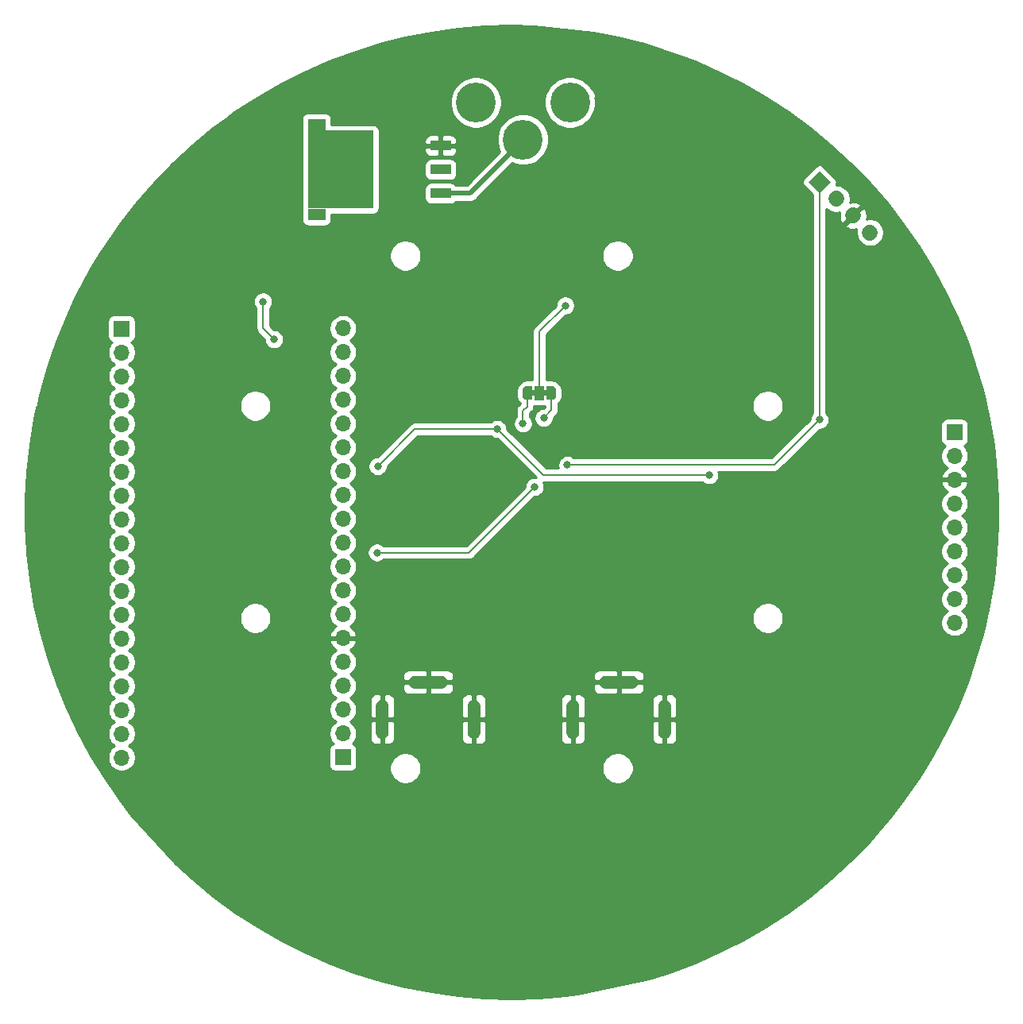
<source format=gbl>
%TF.GenerationSoftware,KiCad,Pcbnew,(5.1.5)-3*%
%TF.CreationDate,2021-01-12T11:59:14+01:00*%
%TF.ProjectId,smart_object_pcb,736d6172-745f-46f6-926a-6563745f7063,rev?*%
%TF.SameCoordinates,Original*%
%TF.FileFunction,Copper,L2,Bot*%
%TF.FilePolarity,Positive*%
%FSLAX46Y46*%
G04 Gerber Fmt 4.6, Leading zero omitted, Abs format (unit mm)*
G04 Created by KiCad (PCBNEW (5.1.5)-3) date 2021-01-12 11:59:14*
%MOMM*%
%LPD*%
G04 APERTURE LIST*
%TA.AperFunction,EtchedComponent*%
%ADD10C,0.100000*%
%TD*%
%TA.AperFunction,ComponentPad*%
%ADD11C,4.240000*%
%TD*%
%TA.AperFunction,ComponentPad*%
%ADD12C,0.100000*%
%TD*%
%TA.AperFunction,SMDPad,CuDef*%
%ADD13C,0.100000*%
%TD*%
%TA.AperFunction,SMDPad,CuDef*%
%ADD14R,1.000000X1.500000*%
%TD*%
%TA.AperFunction,ComponentPad*%
%ADD15O,1.700000X1.700000*%
%TD*%
%TA.AperFunction,ComponentPad*%
%ADD16R,1.700000X1.700000*%
%TD*%
%TA.AperFunction,SMDPad,CuDef*%
%ADD17R,1.910000X1.235000*%
%TD*%
%TA.AperFunction,SMDPad,CuDef*%
%ADD18R,7.000000X8.330000*%
%TD*%
%TA.AperFunction,SMDPad,CuDef*%
%ADD19R,2.160000X1.070000*%
%TD*%
%TA.AperFunction,ComponentPad*%
%ADD20C,1.700000*%
%TD*%
%TA.AperFunction,ViaPad*%
%ADD21C,0.800000*%
%TD*%
%TA.AperFunction,Conductor*%
%ADD22C,0.500000*%
%TD*%
%TA.AperFunction,Conductor*%
%ADD23C,0.200000*%
%TD*%
%TA.AperFunction,Conductor*%
%ADD24C,0.254000*%
%TD*%
G04 APERTURE END LIST*
D10*
%TO.C,JP1*%
G36*
X152954000Y-93382000D02*
G01*
X152454000Y-93382000D01*
X152454000Y-93982000D01*
X152954000Y-93982000D01*
X152954000Y-93382000D01*
G37*
G36*
X154224000Y-93382000D02*
G01*
X153724000Y-93382000D01*
X153724000Y-93982000D01*
X154224000Y-93982000D01*
X154224000Y-93382000D01*
G37*
%TD*%
D11*
%TO.P,J7,1*%
%TO.N,V_BATT*%
X146560000Y-62724500D03*
X156590000Y-62724500D03*
X151575000Y-66684500D03*
%TD*%
%TA.AperFunction,ComponentPad*%
D12*
%TO.P,J5,1*%
%TO.N,GND*%
G36*
X156974653Y-126390275D02*
G01*
X157040662Y-126400067D01*
X157105394Y-126416282D01*
X157168225Y-126438763D01*
X157228550Y-126467294D01*
X157285788Y-126501601D01*
X157339388Y-126541354D01*
X157388833Y-126586168D01*
X157433647Y-126635613D01*
X157473400Y-126689213D01*
X157507707Y-126746451D01*
X157536238Y-126806776D01*
X157558719Y-126869607D01*
X157574934Y-126934339D01*
X157584726Y-127000348D01*
X157588000Y-127067000D01*
X157588000Y-129857000D01*
X157584726Y-129923652D01*
X157574934Y-129989661D01*
X157558719Y-130054393D01*
X157536238Y-130117224D01*
X157507707Y-130177549D01*
X157473400Y-130234787D01*
X157433647Y-130288387D01*
X157388833Y-130337832D01*
X157339388Y-130382646D01*
X157285788Y-130422399D01*
X157228550Y-130456706D01*
X157168225Y-130485237D01*
X157105394Y-130507718D01*
X157040662Y-130523933D01*
X156974653Y-130533725D01*
X156908001Y-130536999D01*
X156907999Y-130536999D01*
X156841347Y-130533725D01*
X156775338Y-130523933D01*
X156710606Y-130507718D01*
X156647775Y-130485237D01*
X156587450Y-130456706D01*
X156530212Y-130422399D01*
X156476612Y-130382646D01*
X156427167Y-130337832D01*
X156382353Y-130288387D01*
X156342600Y-130234787D01*
X156308293Y-130177549D01*
X156279762Y-130117224D01*
X156257281Y-130054393D01*
X156241066Y-129989661D01*
X156231274Y-129923652D01*
X156228000Y-129857000D01*
X156228000Y-127067000D01*
X156231274Y-127000348D01*
X156241066Y-126934339D01*
X156257281Y-126869607D01*
X156279762Y-126806776D01*
X156308293Y-126746451D01*
X156342600Y-126689213D01*
X156382353Y-126635613D01*
X156427167Y-126586168D01*
X156476612Y-126541354D01*
X156530212Y-126501601D01*
X156587450Y-126467294D01*
X156647775Y-126438763D01*
X156710606Y-126416282D01*
X156775338Y-126400067D01*
X156841347Y-126390275D01*
X156907999Y-126387001D01*
X156908001Y-126387001D01*
X156974653Y-126390275D01*
G37*
%TD.AperFunction*%
%TA.AperFunction,ComponentPad*%
G36*
X166754653Y-126390275D02*
G01*
X166820662Y-126400067D01*
X166885394Y-126416282D01*
X166948225Y-126438763D01*
X167008550Y-126467294D01*
X167065788Y-126501601D01*
X167119388Y-126541354D01*
X167168833Y-126586168D01*
X167213647Y-126635613D01*
X167253400Y-126689213D01*
X167287707Y-126746451D01*
X167316238Y-126806776D01*
X167338719Y-126869607D01*
X167354934Y-126934339D01*
X167364726Y-127000348D01*
X167368000Y-127067000D01*
X167368000Y-129857000D01*
X167364726Y-129923652D01*
X167354934Y-129989661D01*
X167338719Y-130054393D01*
X167316238Y-130117224D01*
X167287707Y-130177549D01*
X167253400Y-130234787D01*
X167213647Y-130288387D01*
X167168833Y-130337832D01*
X167119388Y-130382646D01*
X167065788Y-130422399D01*
X167008550Y-130456706D01*
X166948225Y-130485237D01*
X166885394Y-130507718D01*
X166820662Y-130523933D01*
X166754653Y-130533725D01*
X166688001Y-130536999D01*
X166687999Y-130536999D01*
X166621347Y-130533725D01*
X166555338Y-130523933D01*
X166490606Y-130507718D01*
X166427775Y-130485237D01*
X166367450Y-130456706D01*
X166310212Y-130422399D01*
X166256612Y-130382646D01*
X166207167Y-130337832D01*
X166162353Y-130288387D01*
X166122600Y-130234787D01*
X166088293Y-130177549D01*
X166059762Y-130117224D01*
X166037281Y-130054393D01*
X166021066Y-129989661D01*
X166011274Y-129923652D01*
X166008000Y-129857000D01*
X166008000Y-127067000D01*
X166011274Y-127000348D01*
X166021066Y-126934339D01*
X166037281Y-126869607D01*
X166059762Y-126806776D01*
X166088293Y-126746451D01*
X166122600Y-126689213D01*
X166162353Y-126635613D01*
X166207167Y-126586168D01*
X166256612Y-126541354D01*
X166310212Y-126501601D01*
X166367450Y-126467294D01*
X166427775Y-126438763D01*
X166490606Y-126416282D01*
X166555338Y-126400067D01*
X166621347Y-126390275D01*
X166687999Y-126387001D01*
X166688001Y-126387001D01*
X166754653Y-126390275D01*
G37*
%TD.AperFunction*%
%TA.AperFunction,ComponentPad*%
G36*
X163259652Y-123840273D02*
G01*
X163325661Y-123850065D01*
X163390394Y-123866280D01*
X163453225Y-123888761D01*
X163513550Y-123917293D01*
X163570788Y-123951600D01*
X163624387Y-123991352D01*
X163673833Y-124036166D01*
X163718647Y-124085612D01*
X163758399Y-124139211D01*
X163792706Y-124196449D01*
X163821238Y-124256774D01*
X163843719Y-124319605D01*
X163859934Y-124384338D01*
X163869726Y-124450347D01*
X163873000Y-124516999D01*
X163873000Y-124517001D01*
X163869726Y-124583653D01*
X163859934Y-124649662D01*
X163843719Y-124714395D01*
X163821238Y-124777226D01*
X163792706Y-124837551D01*
X163758399Y-124894789D01*
X163718647Y-124948388D01*
X163673833Y-124997834D01*
X163624387Y-125042648D01*
X163570788Y-125082400D01*
X163513550Y-125116707D01*
X163453225Y-125145239D01*
X163390394Y-125167720D01*
X163325661Y-125183935D01*
X163259652Y-125193727D01*
X163193000Y-125197001D01*
X160403000Y-125197001D01*
X160336348Y-125193727D01*
X160270339Y-125183935D01*
X160205606Y-125167720D01*
X160142775Y-125145239D01*
X160082450Y-125116707D01*
X160025212Y-125082400D01*
X159971613Y-125042648D01*
X159922167Y-124997834D01*
X159877353Y-124948388D01*
X159837601Y-124894789D01*
X159803294Y-124837551D01*
X159774762Y-124777226D01*
X159752281Y-124714395D01*
X159736066Y-124649662D01*
X159726274Y-124583653D01*
X159723000Y-124517001D01*
X159723000Y-124516999D01*
X159726274Y-124450347D01*
X159736066Y-124384338D01*
X159752281Y-124319605D01*
X159774762Y-124256774D01*
X159803294Y-124196449D01*
X159837601Y-124139211D01*
X159877353Y-124085612D01*
X159922167Y-124036166D01*
X159971613Y-123991352D01*
X160025212Y-123951600D01*
X160082450Y-123917293D01*
X160142775Y-123888761D01*
X160205606Y-123866280D01*
X160270339Y-123850065D01*
X160336348Y-123840273D01*
X160403000Y-123836999D01*
X163193000Y-123836999D01*
X163259652Y-123840273D01*
G37*
%TD.AperFunction*%
%TD*%
%TA.AperFunction,SMDPad,CuDef*%
D13*
%TO.P,JP1,1*%
%TO.N,Net-(JP1-Pad1)*%
G36*
X154074000Y-92932000D02*
G01*
X154624000Y-92932000D01*
X154624000Y-92932602D01*
X154648534Y-92932602D01*
X154697365Y-92937412D01*
X154745490Y-92946984D01*
X154792445Y-92961228D01*
X154837778Y-92980005D01*
X154881051Y-93003136D01*
X154921850Y-93030396D01*
X154959779Y-93061524D01*
X154994476Y-93096221D01*
X155025604Y-93134150D01*
X155052864Y-93174949D01*
X155075995Y-93218222D01*
X155094772Y-93263555D01*
X155109016Y-93310510D01*
X155118588Y-93358635D01*
X155123398Y-93407466D01*
X155123398Y-93432000D01*
X155124000Y-93432000D01*
X155124000Y-93932000D01*
X155123398Y-93932000D01*
X155123398Y-93956534D01*
X155118588Y-94005365D01*
X155109016Y-94053490D01*
X155094772Y-94100445D01*
X155075995Y-94145778D01*
X155052864Y-94189051D01*
X155025604Y-94229850D01*
X154994476Y-94267779D01*
X154959779Y-94302476D01*
X154921850Y-94333604D01*
X154881051Y-94360864D01*
X154837778Y-94383995D01*
X154792445Y-94402772D01*
X154745490Y-94417016D01*
X154697365Y-94426588D01*
X154648534Y-94431398D01*
X154624000Y-94431398D01*
X154624000Y-94432000D01*
X154074000Y-94432000D01*
X154074000Y-92932000D01*
G37*
%TD.AperFunction*%
D14*
%TO.P,JP1,2*%
%TO.N,3V3*%
X153324000Y-93682000D03*
%TA.AperFunction,SMDPad,CuDef*%
D13*
%TO.P,JP1,3*%
%TO.N,Net-(JP1-Pad3)*%
G36*
X152024000Y-94431398D02*
G01*
X151999466Y-94431398D01*
X151950635Y-94426588D01*
X151902510Y-94417016D01*
X151855555Y-94402772D01*
X151810222Y-94383995D01*
X151766949Y-94360864D01*
X151726150Y-94333604D01*
X151688221Y-94302476D01*
X151653524Y-94267779D01*
X151622396Y-94229850D01*
X151595136Y-94189051D01*
X151572005Y-94145778D01*
X151553228Y-94100445D01*
X151538984Y-94053490D01*
X151529412Y-94005365D01*
X151524602Y-93956534D01*
X151524602Y-93932000D01*
X151524000Y-93932000D01*
X151524000Y-93432000D01*
X151524602Y-93432000D01*
X151524602Y-93407466D01*
X151529412Y-93358635D01*
X151538984Y-93310510D01*
X151553228Y-93263555D01*
X151572005Y-93218222D01*
X151595136Y-93174949D01*
X151622396Y-93134150D01*
X151653524Y-93096221D01*
X151688221Y-93061524D01*
X151726150Y-93030396D01*
X151766949Y-93003136D01*
X151810222Y-92980005D01*
X151855555Y-92961228D01*
X151902510Y-92946984D01*
X151950635Y-92937412D01*
X151999466Y-92932602D01*
X152024000Y-92932602D01*
X152024000Y-92932000D01*
X152574000Y-92932000D01*
X152574000Y-94432000D01*
X152024000Y-94432000D01*
X152024000Y-94431398D01*
G37*
%TD.AperFunction*%
%TD*%
D15*
%TO.P,J2,19*%
%TO.N,3V3*%
X132400000Y-86800000D03*
%TO.P,J2,18*%
%TO.N,Net-(J2-Pad18)*%
X132400000Y-89340000D03*
%TO.P,J2,17*%
%TO.N,Net-(J2-Pad17)*%
X132400000Y-91880000D03*
%TO.P,J2,16*%
%TO.N,Net-(J2-Pad16)*%
X132400000Y-94420000D03*
%TO.P,J2,15*%
%TO.N,Net-(J2-Pad15)*%
X132400000Y-96960000D03*
%TO.P,J2,14*%
%TO.N,Net-(J2-Pad14)*%
X132400000Y-99500000D03*
%TO.P,J2,13*%
%TO.N,Net-(J2-Pad13)*%
X132400000Y-102040000D03*
%TO.P,J2,12*%
%TO.N,Net-(J2-Pad12)*%
X132400000Y-104580000D03*
%TO.P,J2,11*%
%TO.N,Net-(J2-Pad11)*%
X132400000Y-107120000D03*
%TO.P,J2,10*%
%TO.N,Net-(J2-Pad10)*%
X132400000Y-109660000D03*
%TO.P,J2,9*%
%TO.N,Net-(J2-Pad9)*%
X132400000Y-112200000D03*
%TO.P,J2,8*%
%TO.N,Net-(J2-Pad8)*%
X132400000Y-114740000D03*
%TO.P,J2,7*%
%TO.N,Net-(J2-Pad7)*%
X132400000Y-117280000D03*
%TO.P,J2,6*%
%TO.N,GND*%
X132400000Y-119820000D03*
%TO.P,J2,5*%
%TO.N,Net-(J2-Pad5)*%
X132400000Y-122360000D03*
%TO.P,J2,4*%
%TO.N,Net-(J2-Pad4)*%
X132400000Y-124900000D03*
%TO.P,J2,3*%
%TO.N,Net-(J2-Pad3)*%
X132400000Y-127440000D03*
%TO.P,J2,2*%
%TO.N,Net-(J2-Pad2)*%
X132400000Y-129980000D03*
D16*
%TO.P,J2,1*%
%TO.N,Net-(J2-Pad1)*%
X132400000Y-132520000D03*
%TD*%
D17*
%TO.P,IC2,6*%
%TO.N,N/C*%
X129588000Y-65080500D03*
%TO.P,IC2,5*%
X129588000Y-74645500D03*
D18*
%TO.P,IC2,4*%
%TO.N,3V3*%
X132133000Y-69863000D03*
D19*
%TO.P,IC2,3*%
%TO.N,V_BATT*%
X142803000Y-72403000D03*
%TO.P,IC2,2*%
%TO.N,Net-(IC2-Pad2)*%
X142803000Y-69863000D03*
%TO.P,IC2,1*%
%TO.N,GND*%
X142803000Y-67323000D03*
%TD*%
%TA.AperFunction,ComponentPad*%
D12*
%TO.P,J4,1*%
%TO.N,SDA*%
G36*
X183200000Y-69997918D02*
G01*
X184402082Y-71200000D01*
X183200000Y-72402082D01*
X181997918Y-71200000D01*
X183200000Y-69997918D01*
G37*
%TD.AperFunction*%
D20*
%TO.P,J4,2*%
%TO.N,SCL*%
X184996051Y-72996051D02*
X184996051Y-72996051D01*
%TO.P,J4,3*%
%TO.N,GND*%
X186792102Y-74792102D02*
X186792102Y-74792102D01*
%TO.P,J4,4*%
%TO.N,3V3*%
X188588154Y-76588154D02*
X188588154Y-76588154D01*
%TD*%
D16*
%TO.P,J1,1*%
%TO.N,Net-(J1-Pad1)*%
X108800000Y-86820000D03*
D15*
%TO.P,J1,2*%
%TO.N,Net-(J1-Pad2)*%
X108800000Y-89360000D03*
%TO.P,J1,3*%
%TO.N,Net-(J1-Pad3)*%
X108800000Y-91900000D03*
%TO.P,J1,4*%
%TO.N,Net-(J1-Pad4)*%
X108800000Y-94440000D03*
%TO.P,J1,5*%
%TO.N,Net-(J1-Pad5)*%
X108800000Y-96980000D03*
%TO.P,J1,6*%
%TO.N,Net-(J1-Pad6)*%
X108800000Y-99520000D03*
%TO.P,J1,7*%
%TO.N,Net-(J1-Pad7)*%
X108800000Y-102060000D03*
%TO.P,J1,8*%
%TO.N,SCL*%
X108800000Y-104600000D03*
%TO.P,J1,9*%
%TO.N,SDA*%
X108800000Y-107140000D03*
%TO.P,J1,10*%
%TO.N,Net-(J1-Pad10)*%
X108800000Y-109680000D03*
%TO.P,J1,11*%
%TO.N,Net-(J1-Pad11)*%
X108800000Y-112220000D03*
%TO.P,J1,12*%
%TO.N,Net-(J1-Pad12)*%
X108800000Y-114760000D03*
%TO.P,J1,13*%
%TO.N,Net-(J1-Pad13)*%
X108800000Y-117300000D03*
%TO.P,J1,14*%
%TO.N,Net-(J1-Pad14)*%
X108800000Y-119840000D03*
%TO.P,J1,15*%
%TO.N,Net-(J1-Pad15)*%
X108800000Y-122380000D03*
%TO.P,J1,16*%
%TO.N,Net-(J1-Pad16)*%
X108800000Y-124920000D03*
%TO.P,J1,17*%
%TO.N,Net-(J1-Pad17)*%
X108800000Y-127460000D03*
%TO.P,J1,18*%
%TO.N,Net-(J1-Pad18)*%
X108800000Y-130000000D03*
%TO.P,J1,19*%
%TO.N,Net-(J1-Pad19)*%
X108800000Y-132540000D03*
%TD*%
D16*
%TO.P,J3,1*%
%TO.N,3V3*%
X197600000Y-97860000D03*
D15*
%TO.P,J3,2*%
%TO.N,Net-(J3-Pad2)*%
X197600000Y-100400000D03*
%TO.P,J3,3*%
%TO.N,GND*%
X197600000Y-102940000D03*
%TO.P,J3,4*%
%TO.N,Net-(J3-Pad4)*%
X197600000Y-105480000D03*
%TO.P,J3,5*%
%TO.N,Net-(J3-Pad5)*%
X197600000Y-108020000D03*
%TO.P,J3,6*%
%TO.N,Net-(J3-Pad6)*%
X197600000Y-110560000D03*
%TO.P,J3,7*%
%TO.N,Net-(J3-Pad7)*%
X197600000Y-113100000D03*
%TO.P,J3,8*%
%TO.N,SDA*%
X197600000Y-115640000D03*
%TO.P,J3,9*%
%TO.N,SCL*%
X197600000Y-118180000D03*
%TD*%
%TA.AperFunction,ComponentPad*%
D12*
%TO.P,J6,1*%
%TO.N,GND*%
G36*
X136654653Y-126390275D02*
G01*
X136720662Y-126400067D01*
X136785394Y-126416282D01*
X136848225Y-126438763D01*
X136908550Y-126467294D01*
X136965788Y-126501601D01*
X137019388Y-126541354D01*
X137068833Y-126586168D01*
X137113647Y-126635613D01*
X137153400Y-126689213D01*
X137187707Y-126746451D01*
X137216238Y-126806776D01*
X137238719Y-126869607D01*
X137254934Y-126934339D01*
X137264726Y-127000348D01*
X137268000Y-127067000D01*
X137268000Y-129857000D01*
X137264726Y-129923652D01*
X137254934Y-129989661D01*
X137238719Y-130054393D01*
X137216238Y-130117224D01*
X137187707Y-130177549D01*
X137153400Y-130234787D01*
X137113647Y-130288387D01*
X137068833Y-130337832D01*
X137019388Y-130382646D01*
X136965788Y-130422399D01*
X136908550Y-130456706D01*
X136848225Y-130485237D01*
X136785394Y-130507718D01*
X136720662Y-130523933D01*
X136654653Y-130533725D01*
X136588001Y-130536999D01*
X136587999Y-130536999D01*
X136521347Y-130533725D01*
X136455338Y-130523933D01*
X136390606Y-130507718D01*
X136327775Y-130485237D01*
X136267450Y-130456706D01*
X136210212Y-130422399D01*
X136156612Y-130382646D01*
X136107167Y-130337832D01*
X136062353Y-130288387D01*
X136022600Y-130234787D01*
X135988293Y-130177549D01*
X135959762Y-130117224D01*
X135937281Y-130054393D01*
X135921066Y-129989661D01*
X135911274Y-129923652D01*
X135908000Y-129857000D01*
X135908000Y-127067000D01*
X135911274Y-127000348D01*
X135921066Y-126934339D01*
X135937281Y-126869607D01*
X135959762Y-126806776D01*
X135988293Y-126746451D01*
X136022600Y-126689213D01*
X136062353Y-126635613D01*
X136107167Y-126586168D01*
X136156612Y-126541354D01*
X136210212Y-126501601D01*
X136267450Y-126467294D01*
X136327775Y-126438763D01*
X136390606Y-126416282D01*
X136455338Y-126400067D01*
X136521347Y-126390275D01*
X136587999Y-126387001D01*
X136588001Y-126387001D01*
X136654653Y-126390275D01*
G37*
%TD.AperFunction*%
%TA.AperFunction,ComponentPad*%
G36*
X146434653Y-126390275D02*
G01*
X146500662Y-126400067D01*
X146565394Y-126416282D01*
X146628225Y-126438763D01*
X146688550Y-126467294D01*
X146745788Y-126501601D01*
X146799388Y-126541354D01*
X146848833Y-126586168D01*
X146893647Y-126635613D01*
X146933400Y-126689213D01*
X146967707Y-126746451D01*
X146996238Y-126806776D01*
X147018719Y-126869607D01*
X147034934Y-126934339D01*
X147044726Y-127000348D01*
X147048000Y-127067000D01*
X147048000Y-129857000D01*
X147044726Y-129923652D01*
X147034934Y-129989661D01*
X147018719Y-130054393D01*
X146996238Y-130117224D01*
X146967707Y-130177549D01*
X146933400Y-130234787D01*
X146893647Y-130288387D01*
X146848833Y-130337832D01*
X146799388Y-130382646D01*
X146745788Y-130422399D01*
X146688550Y-130456706D01*
X146628225Y-130485237D01*
X146565394Y-130507718D01*
X146500662Y-130523933D01*
X146434653Y-130533725D01*
X146368001Y-130536999D01*
X146367999Y-130536999D01*
X146301347Y-130533725D01*
X146235338Y-130523933D01*
X146170606Y-130507718D01*
X146107775Y-130485237D01*
X146047450Y-130456706D01*
X145990212Y-130422399D01*
X145936612Y-130382646D01*
X145887167Y-130337832D01*
X145842353Y-130288387D01*
X145802600Y-130234787D01*
X145768293Y-130177549D01*
X145739762Y-130117224D01*
X145717281Y-130054393D01*
X145701066Y-129989661D01*
X145691274Y-129923652D01*
X145688000Y-129857000D01*
X145688000Y-127067000D01*
X145691274Y-127000348D01*
X145701066Y-126934339D01*
X145717281Y-126869607D01*
X145739762Y-126806776D01*
X145768293Y-126746451D01*
X145802600Y-126689213D01*
X145842353Y-126635613D01*
X145887167Y-126586168D01*
X145936612Y-126541354D01*
X145990212Y-126501601D01*
X146047450Y-126467294D01*
X146107775Y-126438763D01*
X146170606Y-126416282D01*
X146235338Y-126400067D01*
X146301347Y-126390275D01*
X146367999Y-126387001D01*
X146368001Y-126387001D01*
X146434653Y-126390275D01*
G37*
%TD.AperFunction*%
%TA.AperFunction,ComponentPad*%
G36*
X142939652Y-123840273D02*
G01*
X143005661Y-123850065D01*
X143070394Y-123866280D01*
X143133225Y-123888761D01*
X143193550Y-123917293D01*
X143250788Y-123951600D01*
X143304387Y-123991352D01*
X143353833Y-124036166D01*
X143398647Y-124085612D01*
X143438399Y-124139211D01*
X143472706Y-124196449D01*
X143501238Y-124256774D01*
X143523719Y-124319605D01*
X143539934Y-124384338D01*
X143549726Y-124450347D01*
X143553000Y-124516999D01*
X143553000Y-124517001D01*
X143549726Y-124583653D01*
X143539934Y-124649662D01*
X143523719Y-124714395D01*
X143501238Y-124777226D01*
X143472706Y-124837551D01*
X143438399Y-124894789D01*
X143398647Y-124948388D01*
X143353833Y-124997834D01*
X143304387Y-125042648D01*
X143250788Y-125082400D01*
X143193550Y-125116707D01*
X143133225Y-125145239D01*
X143070394Y-125167720D01*
X143005661Y-125183935D01*
X142939652Y-125193727D01*
X142873000Y-125197001D01*
X140083000Y-125197001D01*
X140016348Y-125193727D01*
X139950339Y-125183935D01*
X139885606Y-125167720D01*
X139822775Y-125145239D01*
X139762450Y-125116707D01*
X139705212Y-125082400D01*
X139651613Y-125042648D01*
X139602167Y-124997834D01*
X139557353Y-124948388D01*
X139517601Y-124894789D01*
X139483294Y-124837551D01*
X139454762Y-124777226D01*
X139432281Y-124714395D01*
X139416066Y-124649662D01*
X139406274Y-124583653D01*
X139403000Y-124517001D01*
X139403000Y-124516999D01*
X139406274Y-124450347D01*
X139416066Y-124384338D01*
X139432281Y-124319605D01*
X139454762Y-124256774D01*
X139483294Y-124196449D01*
X139517601Y-124139211D01*
X139557353Y-124085612D01*
X139602167Y-124036166D01*
X139651613Y-123991352D01*
X139705212Y-123951600D01*
X139762450Y-123917293D01*
X139822775Y-123888761D01*
X139885606Y-123866280D01*
X139950339Y-123850065D01*
X140016348Y-123840273D01*
X140083000Y-123836999D01*
X142873000Y-123836999D01*
X142939652Y-123840273D01*
G37*
%TD.AperFunction*%
%TD*%
D21*
%TO.N,GND*%
X149983000Y-110742000D03*
X151592000Y-110752000D03*
X149974000Y-109191000D03*
X146578000Y-101888000D03*
X156218000Y-105940000D03*
X151586000Y-109194000D03*
X139275000Y-62700000D03*
%TO.N,3V3*%
X133982000Y-69749000D03*
X129981000Y-69672000D03*
X130057000Y-72378000D03*
X134058000Y-72912000D03*
X134173000Y-67005000D03*
X130171000Y-67157000D03*
X156100000Y-84375000D03*
%TO.N,SDA*%
X136025000Y-110700000D03*
X152825000Y-103700000D03*
X156325000Y-101350000D03*
X183200000Y-96534000D03*
%TO.N,SCL*%
X136100000Y-101500000D03*
X148850000Y-97525000D03*
X171438051Y-102438051D03*
%TO.N,Net-(LED2-Pad3)*%
X123875000Y-83950000D03*
X125050000Y-87975000D03*
%TO.N,Net-(JP1-Pad1)*%
X153796000Y-96353000D03*
%TO.N,Net-(JP1-Pad3)*%
X151593000Y-96948000D03*
%TD*%
D22*
%TO.N,GND*%
X146578000Y-101888000D02*
X146578000Y-103247000D01*
D23*
%TO.N,3V3*%
X153324000Y-93682000D02*
X153324000Y-89051000D01*
X153324000Y-89051000D02*
X153324000Y-87151000D01*
X153324000Y-87151000D02*
X156100000Y-84375000D01*
%TO.N,SDA*%
X136025000Y-110700000D02*
X145825000Y-110700000D01*
X145825000Y-110700000D02*
X152825000Y-103700000D01*
X164271000Y-101350000D02*
X178384000Y-101350000D01*
X164271000Y-101350000D02*
X156325000Y-101350000D01*
X164375000Y-101350000D02*
X164271000Y-101350000D01*
X183200000Y-96534000D02*
X183200000Y-96534000D01*
X178384000Y-101350000D02*
X183200000Y-96534000D01*
X183200000Y-96534000D02*
X183200000Y-71200000D01*
%TO.N,SCL*%
X153763051Y-102438051D02*
X148850000Y-97525000D01*
X171438051Y-102438051D02*
X153763051Y-102438051D01*
X136100000Y-101500000D02*
X140075000Y-97525000D01*
X140237000Y-97525000D02*
X148850000Y-97525000D01*
X140075000Y-97525000D02*
X140237000Y-97525000D01*
%TO.N,Net-(LED2-Pad3)*%
X123875000Y-83950000D02*
X123875000Y-86800000D01*
X123875000Y-86800000D02*
X125050000Y-87975000D01*
D22*
%TO.N,V_BATT*%
X156868000Y-61826000D02*
X157923000Y-61826000D01*
X157376000Y-62016500D02*
X158431000Y-62016500D01*
X145973500Y-72403000D02*
X151638000Y-66738500D01*
X142803000Y-72403000D02*
X145973500Y-72403000D01*
D23*
%TO.N,Net-(JP1-Pad1)*%
X154624000Y-95525000D02*
X153796000Y-96353000D01*
X154624000Y-93682000D02*
X154624000Y-95525000D01*
%TO.N,Net-(JP1-Pad3)*%
X151892000Y-93814000D02*
X152024000Y-93682000D01*
X151593000Y-95549000D02*
X151593000Y-96948000D01*
X152024000Y-93682000D02*
X152024000Y-95118000D01*
X152024000Y-95118000D02*
X151593000Y-95549000D01*
%TD*%
D24*
%TO.N,GND*%
G36*
X152756021Y-54610721D02*
G01*
X159059326Y-55281018D01*
X161715285Y-55799816D01*
X164484421Y-56501057D01*
X167210723Y-57353778D01*
X169885911Y-58355390D01*
X172501860Y-59502852D01*
X175050625Y-60792678D01*
X177524467Y-62220951D01*
X179915871Y-63783333D01*
X182217577Y-65475081D01*
X184422592Y-67291055D01*
X186524221Y-69225741D01*
X188516082Y-71273263D01*
X190392124Y-73427404D01*
X192146651Y-75681620D01*
X193774334Y-78029066D01*
X195270230Y-80462614D01*
X196629796Y-82974871D01*
X197848903Y-85558209D01*
X198923848Y-88204782D01*
X199851367Y-90906553D01*
X200628643Y-93655315D01*
X201253315Y-96442723D01*
X201723487Y-99260310D01*
X202037731Y-102099518D01*
X202195092Y-104951727D01*
X202195092Y-107808273D01*
X202037731Y-110660482D01*
X201723487Y-113499690D01*
X201253315Y-116317277D01*
X200628643Y-119104685D01*
X199851367Y-121853447D01*
X198923848Y-124555218D01*
X197848903Y-127201791D01*
X196629796Y-129785129D01*
X195270230Y-132297387D01*
X193774334Y-134730934D01*
X192146651Y-137078380D01*
X190839696Y-138757556D01*
X189409617Y-140460747D01*
X188516082Y-141486737D01*
X186524221Y-143534259D01*
X184422592Y-145468945D01*
X182217577Y-147284919D01*
X179915871Y-148976667D01*
X177524467Y-150539049D01*
X175050625Y-151967322D01*
X172501860Y-153257148D01*
X169885911Y-154404610D01*
X167210723Y-155406222D01*
X165004226Y-156096361D01*
X157434754Y-157712622D01*
X156082251Y-157900171D01*
X153235462Y-158136063D01*
X150380000Y-158214773D01*
X147524538Y-158136063D01*
X144677749Y-157900171D01*
X141848277Y-157507814D01*
X139044715Y-156960184D01*
X136275579Y-156258943D01*
X133549277Y-155406222D01*
X130874089Y-154404610D01*
X128258140Y-153257148D01*
X125709375Y-151967322D01*
X123235533Y-150539049D01*
X120844129Y-148976667D01*
X118542423Y-147284919D01*
X116337408Y-145468945D01*
X114554032Y-143827232D01*
X109839395Y-138653604D01*
X108613349Y-137078380D01*
X106985666Y-134730934D01*
X105489770Y-132297386D01*
X104130204Y-129785129D01*
X102911097Y-127201791D01*
X101836152Y-124555218D01*
X100908633Y-121853447D01*
X100131357Y-119104685D01*
X99506685Y-116317277D01*
X99036513Y-113499690D01*
X98726568Y-110699326D01*
X98715324Y-110534600D01*
X98564908Y-107808273D01*
X98564908Y-104951727D01*
X98722269Y-102099518D01*
X99036513Y-99260310D01*
X99506685Y-96442723D01*
X99775061Y-95245178D01*
X99883352Y-94947405D01*
X99889486Y-94923549D01*
X99986047Y-94303716D01*
X100131357Y-93655315D01*
X100908633Y-90906553D01*
X101836152Y-88204782D01*
X102743841Y-85970000D01*
X107311928Y-85970000D01*
X107311928Y-87670000D01*
X107324188Y-87794482D01*
X107360498Y-87914180D01*
X107419463Y-88024494D01*
X107498815Y-88121185D01*
X107595506Y-88200537D01*
X107705820Y-88259502D01*
X107778380Y-88281513D01*
X107646525Y-88413368D01*
X107484010Y-88656589D01*
X107372068Y-88926842D01*
X107315000Y-89213740D01*
X107315000Y-89506260D01*
X107372068Y-89793158D01*
X107484010Y-90063411D01*
X107646525Y-90306632D01*
X107853368Y-90513475D01*
X108027760Y-90630000D01*
X107853368Y-90746525D01*
X107646525Y-90953368D01*
X107484010Y-91196589D01*
X107372068Y-91466842D01*
X107315000Y-91753740D01*
X107315000Y-92046260D01*
X107372068Y-92333158D01*
X107484010Y-92603411D01*
X107646525Y-92846632D01*
X107853368Y-93053475D01*
X108027760Y-93170000D01*
X107853368Y-93286525D01*
X107646525Y-93493368D01*
X107484010Y-93736589D01*
X107372068Y-94006842D01*
X107315000Y-94293740D01*
X107315000Y-94586260D01*
X107372068Y-94873158D01*
X107484010Y-95143411D01*
X107646525Y-95386632D01*
X107853368Y-95593475D01*
X108027760Y-95710000D01*
X107853368Y-95826525D01*
X107646525Y-96033368D01*
X107484010Y-96276589D01*
X107372068Y-96546842D01*
X107315000Y-96833740D01*
X107315000Y-97126260D01*
X107372068Y-97413158D01*
X107484010Y-97683411D01*
X107646525Y-97926632D01*
X107853368Y-98133475D01*
X108027760Y-98250000D01*
X107853368Y-98366525D01*
X107646525Y-98573368D01*
X107484010Y-98816589D01*
X107372068Y-99086842D01*
X107315000Y-99373740D01*
X107315000Y-99666260D01*
X107372068Y-99953158D01*
X107484010Y-100223411D01*
X107646525Y-100466632D01*
X107853368Y-100673475D01*
X108027760Y-100790000D01*
X107853368Y-100906525D01*
X107646525Y-101113368D01*
X107484010Y-101356589D01*
X107372068Y-101626842D01*
X107315000Y-101913740D01*
X107315000Y-102206260D01*
X107372068Y-102493158D01*
X107484010Y-102763411D01*
X107646525Y-103006632D01*
X107853368Y-103213475D01*
X108027760Y-103330000D01*
X107853368Y-103446525D01*
X107646525Y-103653368D01*
X107484010Y-103896589D01*
X107372068Y-104166842D01*
X107315000Y-104453740D01*
X107315000Y-104746260D01*
X107372068Y-105033158D01*
X107484010Y-105303411D01*
X107646525Y-105546632D01*
X107853368Y-105753475D01*
X108027760Y-105870000D01*
X107853368Y-105986525D01*
X107646525Y-106193368D01*
X107484010Y-106436589D01*
X107372068Y-106706842D01*
X107315000Y-106993740D01*
X107315000Y-107286260D01*
X107372068Y-107573158D01*
X107484010Y-107843411D01*
X107646525Y-108086632D01*
X107853368Y-108293475D01*
X108027760Y-108410000D01*
X107853368Y-108526525D01*
X107646525Y-108733368D01*
X107484010Y-108976589D01*
X107372068Y-109246842D01*
X107315000Y-109533740D01*
X107315000Y-109826260D01*
X107372068Y-110113158D01*
X107484010Y-110383411D01*
X107646525Y-110626632D01*
X107853368Y-110833475D01*
X108027760Y-110950000D01*
X107853368Y-111066525D01*
X107646525Y-111273368D01*
X107484010Y-111516589D01*
X107372068Y-111786842D01*
X107315000Y-112073740D01*
X107315000Y-112366260D01*
X107372068Y-112653158D01*
X107484010Y-112923411D01*
X107646525Y-113166632D01*
X107853368Y-113373475D01*
X108027760Y-113490000D01*
X107853368Y-113606525D01*
X107646525Y-113813368D01*
X107484010Y-114056589D01*
X107372068Y-114326842D01*
X107315000Y-114613740D01*
X107315000Y-114906260D01*
X107372068Y-115193158D01*
X107484010Y-115463411D01*
X107646525Y-115706632D01*
X107853368Y-115913475D01*
X108027760Y-116030000D01*
X107853368Y-116146525D01*
X107646525Y-116353368D01*
X107484010Y-116596589D01*
X107372068Y-116866842D01*
X107315000Y-117153740D01*
X107315000Y-117446260D01*
X107372068Y-117733158D01*
X107484010Y-118003411D01*
X107646525Y-118246632D01*
X107853368Y-118453475D01*
X108027760Y-118570000D01*
X107853368Y-118686525D01*
X107646525Y-118893368D01*
X107484010Y-119136589D01*
X107372068Y-119406842D01*
X107315000Y-119693740D01*
X107315000Y-119986260D01*
X107372068Y-120273158D01*
X107484010Y-120543411D01*
X107646525Y-120786632D01*
X107853368Y-120993475D01*
X108027760Y-121110000D01*
X107853368Y-121226525D01*
X107646525Y-121433368D01*
X107484010Y-121676589D01*
X107372068Y-121946842D01*
X107315000Y-122233740D01*
X107315000Y-122526260D01*
X107372068Y-122813158D01*
X107484010Y-123083411D01*
X107646525Y-123326632D01*
X107853368Y-123533475D01*
X108027760Y-123650000D01*
X107853368Y-123766525D01*
X107646525Y-123973368D01*
X107484010Y-124216589D01*
X107372068Y-124486842D01*
X107315000Y-124773740D01*
X107315000Y-125066260D01*
X107372068Y-125353158D01*
X107484010Y-125623411D01*
X107646525Y-125866632D01*
X107853368Y-126073475D01*
X108027760Y-126190000D01*
X107853368Y-126306525D01*
X107646525Y-126513368D01*
X107484010Y-126756589D01*
X107372068Y-127026842D01*
X107315000Y-127313740D01*
X107315000Y-127606260D01*
X107372068Y-127893158D01*
X107484010Y-128163411D01*
X107646525Y-128406632D01*
X107853368Y-128613475D01*
X108027760Y-128730000D01*
X107853368Y-128846525D01*
X107646525Y-129053368D01*
X107484010Y-129296589D01*
X107372068Y-129566842D01*
X107315000Y-129853740D01*
X107315000Y-130146260D01*
X107372068Y-130433158D01*
X107484010Y-130703411D01*
X107646525Y-130946632D01*
X107853368Y-131153475D01*
X108027760Y-131270000D01*
X107853368Y-131386525D01*
X107646525Y-131593368D01*
X107484010Y-131836589D01*
X107372068Y-132106842D01*
X107315000Y-132393740D01*
X107315000Y-132686260D01*
X107372068Y-132973158D01*
X107484010Y-133243411D01*
X107646525Y-133486632D01*
X107853368Y-133693475D01*
X108096589Y-133855990D01*
X108366842Y-133967932D01*
X108653740Y-134025000D01*
X108946260Y-134025000D01*
X109233158Y-133967932D01*
X109503411Y-133855990D01*
X109746632Y-133693475D01*
X109953475Y-133486632D01*
X110115990Y-133243411D01*
X110227932Y-132973158D01*
X110285000Y-132686260D01*
X110285000Y-132393740D01*
X110227932Y-132106842D01*
X110115990Y-131836589D01*
X110004679Y-131670000D01*
X130911928Y-131670000D01*
X130911928Y-133370000D01*
X130924188Y-133494482D01*
X130960498Y-133614180D01*
X131019463Y-133724494D01*
X131098815Y-133821185D01*
X131195506Y-133900537D01*
X131305820Y-133959502D01*
X131425518Y-133995812D01*
X131550000Y-134008072D01*
X133250000Y-134008072D01*
X133374482Y-133995812D01*
X133494180Y-133959502D01*
X133604494Y-133900537D01*
X133701185Y-133821185D01*
X133780537Y-133724494D01*
X133839502Y-133614180D01*
X133871219Y-133509620D01*
X137367378Y-133509620D01*
X137367378Y-133841536D01*
X137432132Y-134167074D01*
X137559150Y-134473725D01*
X137743553Y-134749703D01*
X137978253Y-134984403D01*
X138254231Y-135168806D01*
X138560882Y-135295824D01*
X138886420Y-135360578D01*
X139218336Y-135360578D01*
X139543874Y-135295824D01*
X139850525Y-135168806D01*
X140126503Y-134984403D01*
X140361203Y-134749703D01*
X140545606Y-134473725D01*
X140672624Y-134167074D01*
X140737378Y-133841536D01*
X140737378Y-133509620D01*
X159992324Y-133509620D01*
X159992324Y-133841536D01*
X160057078Y-134167074D01*
X160184096Y-134473725D01*
X160368499Y-134749703D01*
X160603199Y-134984403D01*
X160879177Y-135168806D01*
X161185828Y-135295824D01*
X161511366Y-135360578D01*
X161843282Y-135360578D01*
X162168820Y-135295824D01*
X162475471Y-135168806D01*
X162751449Y-134984403D01*
X162986149Y-134749703D01*
X163170552Y-134473725D01*
X163297570Y-134167074D01*
X163362324Y-133841536D01*
X163362324Y-133509620D01*
X163297570Y-133184082D01*
X163170552Y-132877431D01*
X162986149Y-132601453D01*
X162751449Y-132366753D01*
X162475471Y-132182350D01*
X162168820Y-132055332D01*
X161843282Y-131990578D01*
X161511366Y-131990578D01*
X161185828Y-132055332D01*
X160879177Y-132182350D01*
X160603199Y-132366753D01*
X160368499Y-132601453D01*
X160184096Y-132877431D01*
X160057078Y-133184082D01*
X159992324Y-133509620D01*
X140737378Y-133509620D01*
X140672624Y-133184082D01*
X140545606Y-132877431D01*
X140361203Y-132601453D01*
X140126503Y-132366753D01*
X139850525Y-132182350D01*
X139543874Y-132055332D01*
X139218336Y-131990578D01*
X138886420Y-131990578D01*
X138560882Y-132055332D01*
X138254231Y-132182350D01*
X137978253Y-132366753D01*
X137743553Y-132601453D01*
X137559150Y-132877431D01*
X137432132Y-133184082D01*
X137367378Y-133509620D01*
X133871219Y-133509620D01*
X133875812Y-133494482D01*
X133888072Y-133370000D01*
X133888072Y-131670000D01*
X133875812Y-131545518D01*
X133839502Y-131425820D01*
X133780537Y-131315506D01*
X133701185Y-131218815D01*
X133604494Y-131139463D01*
X133494180Y-131080498D01*
X133421620Y-131058487D01*
X133553475Y-130926632D01*
X133715990Y-130683411D01*
X133776635Y-130536999D01*
X135269929Y-130536999D01*
X135282189Y-130661481D01*
X135318499Y-130781179D01*
X135377464Y-130891493D01*
X135456816Y-130988184D01*
X135553507Y-131067536D01*
X135663821Y-131126501D01*
X135783519Y-131162811D01*
X135908001Y-131175071D01*
X136302250Y-131171999D01*
X136461000Y-131013249D01*
X136461000Y-128589000D01*
X136715000Y-128589000D01*
X136715000Y-131013249D01*
X136873750Y-131171999D01*
X137267999Y-131175071D01*
X137392481Y-131162811D01*
X137512179Y-131126501D01*
X137622493Y-131067536D01*
X137719184Y-130988184D01*
X137798536Y-130891493D01*
X137857501Y-130781179D01*
X137893811Y-130661481D01*
X137906071Y-130536999D01*
X145049929Y-130536999D01*
X145062189Y-130661481D01*
X145098499Y-130781179D01*
X145157464Y-130891493D01*
X145236816Y-130988184D01*
X145333507Y-131067536D01*
X145443821Y-131126501D01*
X145563519Y-131162811D01*
X145688001Y-131175071D01*
X146082250Y-131171999D01*
X146241000Y-131013249D01*
X146241000Y-128589000D01*
X146495000Y-128589000D01*
X146495000Y-131013249D01*
X146653750Y-131171999D01*
X147047999Y-131175071D01*
X147172481Y-131162811D01*
X147292179Y-131126501D01*
X147402493Y-131067536D01*
X147499184Y-130988184D01*
X147578536Y-130891493D01*
X147637501Y-130781179D01*
X147673811Y-130661481D01*
X147686071Y-130536999D01*
X155589929Y-130536999D01*
X155602189Y-130661481D01*
X155638499Y-130781179D01*
X155697464Y-130891493D01*
X155776816Y-130988184D01*
X155873507Y-131067536D01*
X155983821Y-131126501D01*
X156103519Y-131162811D01*
X156228001Y-131175071D01*
X156622250Y-131171999D01*
X156781000Y-131013249D01*
X156781000Y-128589000D01*
X157035000Y-128589000D01*
X157035000Y-131013249D01*
X157193750Y-131171999D01*
X157587999Y-131175071D01*
X157712481Y-131162811D01*
X157832179Y-131126501D01*
X157942493Y-131067536D01*
X158039184Y-130988184D01*
X158118536Y-130891493D01*
X158177501Y-130781179D01*
X158213811Y-130661481D01*
X158226071Y-130536999D01*
X165369929Y-130536999D01*
X165382189Y-130661481D01*
X165418499Y-130781179D01*
X165477464Y-130891493D01*
X165556816Y-130988184D01*
X165653507Y-131067536D01*
X165763821Y-131126501D01*
X165883519Y-131162811D01*
X166008001Y-131175071D01*
X166402250Y-131171999D01*
X166561000Y-131013249D01*
X166561000Y-128589000D01*
X166815000Y-128589000D01*
X166815000Y-131013249D01*
X166973750Y-131171999D01*
X167367999Y-131175071D01*
X167492481Y-131162811D01*
X167612179Y-131126501D01*
X167722493Y-131067536D01*
X167819184Y-130988184D01*
X167898536Y-130891493D01*
X167957501Y-130781179D01*
X167993811Y-130661481D01*
X168006071Y-130536999D01*
X168002999Y-128747750D01*
X167844249Y-128589000D01*
X166815000Y-128589000D01*
X166561000Y-128589000D01*
X165531751Y-128589000D01*
X165373001Y-128747750D01*
X165369929Y-130536999D01*
X158226071Y-130536999D01*
X158222999Y-128747750D01*
X158064249Y-128589000D01*
X157035000Y-128589000D01*
X156781000Y-128589000D01*
X155751751Y-128589000D01*
X155593001Y-128747750D01*
X155589929Y-130536999D01*
X147686071Y-130536999D01*
X147682999Y-128747750D01*
X147524249Y-128589000D01*
X146495000Y-128589000D01*
X146241000Y-128589000D01*
X145211751Y-128589000D01*
X145053001Y-128747750D01*
X145049929Y-130536999D01*
X137906071Y-130536999D01*
X137902999Y-128747750D01*
X137744249Y-128589000D01*
X136715000Y-128589000D01*
X136461000Y-128589000D01*
X135431751Y-128589000D01*
X135273001Y-128747750D01*
X135269929Y-130536999D01*
X133776635Y-130536999D01*
X133827932Y-130413158D01*
X133885000Y-130126260D01*
X133885000Y-129833740D01*
X133827932Y-129546842D01*
X133715990Y-129276589D01*
X133553475Y-129033368D01*
X133346632Y-128826525D01*
X133172240Y-128710000D01*
X133346632Y-128593475D01*
X133553475Y-128386632D01*
X133715990Y-128143411D01*
X133827932Y-127873158D01*
X133885000Y-127586260D01*
X133885000Y-127293740D01*
X133827932Y-127006842D01*
X133715990Y-126736589D01*
X133553475Y-126493368D01*
X133447108Y-126387001D01*
X135269929Y-126387001D01*
X135273001Y-128176250D01*
X135431751Y-128335000D01*
X136461000Y-128335000D01*
X136461000Y-125910751D01*
X136715000Y-125910751D01*
X136715000Y-128335000D01*
X137744249Y-128335000D01*
X137902999Y-128176250D01*
X137906071Y-126387001D01*
X145049929Y-126387001D01*
X145053001Y-128176250D01*
X145211751Y-128335000D01*
X146241000Y-128335000D01*
X146241000Y-125910751D01*
X146495000Y-125910751D01*
X146495000Y-128335000D01*
X147524249Y-128335000D01*
X147682999Y-128176250D01*
X147686071Y-126387001D01*
X155589929Y-126387001D01*
X155593001Y-128176250D01*
X155751751Y-128335000D01*
X156781000Y-128335000D01*
X156781000Y-125910751D01*
X157035000Y-125910751D01*
X157035000Y-128335000D01*
X158064249Y-128335000D01*
X158222999Y-128176250D01*
X158226071Y-126387001D01*
X165369929Y-126387001D01*
X165373001Y-128176250D01*
X165531751Y-128335000D01*
X166561000Y-128335000D01*
X166561000Y-125910751D01*
X166815000Y-125910751D01*
X166815000Y-128335000D01*
X167844249Y-128335000D01*
X168002999Y-128176250D01*
X168006071Y-126387001D01*
X167993811Y-126262519D01*
X167957501Y-126142821D01*
X167898536Y-126032507D01*
X167819184Y-125935816D01*
X167722493Y-125856464D01*
X167612179Y-125797499D01*
X167492481Y-125761189D01*
X167367999Y-125748929D01*
X166973750Y-125752001D01*
X166815000Y-125910751D01*
X166561000Y-125910751D01*
X166402250Y-125752001D01*
X166008001Y-125748929D01*
X165883519Y-125761189D01*
X165763821Y-125797499D01*
X165653507Y-125856464D01*
X165556816Y-125935816D01*
X165477464Y-126032507D01*
X165418499Y-126142821D01*
X165382189Y-126262519D01*
X165369929Y-126387001D01*
X158226071Y-126387001D01*
X158213811Y-126262519D01*
X158177501Y-126142821D01*
X158118536Y-126032507D01*
X158039184Y-125935816D01*
X157942493Y-125856464D01*
X157832179Y-125797499D01*
X157712481Y-125761189D01*
X157587999Y-125748929D01*
X157193750Y-125752001D01*
X157035000Y-125910751D01*
X156781000Y-125910751D01*
X156622250Y-125752001D01*
X156228001Y-125748929D01*
X156103519Y-125761189D01*
X155983821Y-125797499D01*
X155873507Y-125856464D01*
X155776816Y-125935816D01*
X155697464Y-126032507D01*
X155638499Y-126142821D01*
X155602189Y-126262519D01*
X155589929Y-126387001D01*
X147686071Y-126387001D01*
X147673811Y-126262519D01*
X147637501Y-126142821D01*
X147578536Y-126032507D01*
X147499184Y-125935816D01*
X147402493Y-125856464D01*
X147292179Y-125797499D01*
X147172481Y-125761189D01*
X147047999Y-125748929D01*
X146653750Y-125752001D01*
X146495000Y-125910751D01*
X146241000Y-125910751D01*
X146082250Y-125752001D01*
X145688001Y-125748929D01*
X145563519Y-125761189D01*
X145443821Y-125797499D01*
X145333507Y-125856464D01*
X145236816Y-125935816D01*
X145157464Y-126032507D01*
X145098499Y-126142821D01*
X145062189Y-126262519D01*
X145049929Y-126387001D01*
X137906071Y-126387001D01*
X137893811Y-126262519D01*
X137857501Y-126142821D01*
X137798536Y-126032507D01*
X137719184Y-125935816D01*
X137622493Y-125856464D01*
X137512179Y-125797499D01*
X137392481Y-125761189D01*
X137267999Y-125748929D01*
X136873750Y-125752001D01*
X136715000Y-125910751D01*
X136461000Y-125910751D01*
X136302250Y-125752001D01*
X135908001Y-125748929D01*
X135783519Y-125761189D01*
X135663821Y-125797499D01*
X135553507Y-125856464D01*
X135456816Y-125935816D01*
X135377464Y-126032507D01*
X135318499Y-126142821D01*
X135282189Y-126262519D01*
X135269929Y-126387001D01*
X133447108Y-126387001D01*
X133346632Y-126286525D01*
X133172240Y-126170000D01*
X133346632Y-126053475D01*
X133553475Y-125846632D01*
X133715990Y-125603411D01*
X133827932Y-125333158D01*
X133855015Y-125197000D01*
X138764928Y-125197000D01*
X138777188Y-125321482D01*
X138813498Y-125441180D01*
X138872463Y-125551494D01*
X138951815Y-125648185D01*
X139048506Y-125727537D01*
X139158820Y-125786502D01*
X139278518Y-125822812D01*
X139403000Y-125835072D01*
X141192250Y-125832000D01*
X141351000Y-125673250D01*
X141351000Y-124644000D01*
X141605000Y-124644000D01*
X141605000Y-125673250D01*
X141763750Y-125832000D01*
X143553000Y-125835072D01*
X143677482Y-125822812D01*
X143797180Y-125786502D01*
X143907494Y-125727537D01*
X144004185Y-125648185D01*
X144083537Y-125551494D01*
X144142502Y-125441180D01*
X144178812Y-125321482D01*
X144191072Y-125197000D01*
X159084928Y-125197000D01*
X159097188Y-125321482D01*
X159133498Y-125441180D01*
X159192463Y-125551494D01*
X159271815Y-125648185D01*
X159368506Y-125727537D01*
X159478820Y-125786502D01*
X159598518Y-125822812D01*
X159723000Y-125835072D01*
X161512250Y-125832000D01*
X161671000Y-125673250D01*
X161671000Y-124644000D01*
X161925000Y-124644000D01*
X161925000Y-125673250D01*
X162083750Y-125832000D01*
X163873000Y-125835072D01*
X163997482Y-125822812D01*
X164117180Y-125786502D01*
X164227494Y-125727537D01*
X164324185Y-125648185D01*
X164403537Y-125551494D01*
X164462502Y-125441180D01*
X164498812Y-125321482D01*
X164511072Y-125197000D01*
X164508000Y-124802750D01*
X164349250Y-124644000D01*
X161925000Y-124644000D01*
X161671000Y-124644000D01*
X159246750Y-124644000D01*
X159088000Y-124802750D01*
X159084928Y-125197000D01*
X144191072Y-125197000D01*
X144188000Y-124802750D01*
X144029250Y-124644000D01*
X141605000Y-124644000D01*
X141351000Y-124644000D01*
X138926750Y-124644000D01*
X138768000Y-124802750D01*
X138764928Y-125197000D01*
X133855015Y-125197000D01*
X133885000Y-125046260D01*
X133885000Y-124753740D01*
X133827932Y-124466842D01*
X133715990Y-124196589D01*
X133553475Y-123953368D01*
X133437107Y-123837000D01*
X138764928Y-123837000D01*
X138768000Y-124231250D01*
X138926750Y-124390000D01*
X141351000Y-124390000D01*
X141351000Y-123360750D01*
X141605000Y-123360750D01*
X141605000Y-124390000D01*
X144029250Y-124390000D01*
X144188000Y-124231250D01*
X144191072Y-123837000D01*
X159084928Y-123837000D01*
X159088000Y-124231250D01*
X159246750Y-124390000D01*
X161671000Y-124390000D01*
X161671000Y-123360750D01*
X161925000Y-123360750D01*
X161925000Y-124390000D01*
X164349250Y-124390000D01*
X164508000Y-124231250D01*
X164511072Y-123837000D01*
X164498812Y-123712518D01*
X164462502Y-123592820D01*
X164403537Y-123482506D01*
X164324185Y-123385815D01*
X164227494Y-123306463D01*
X164117180Y-123247498D01*
X163997482Y-123211188D01*
X163873000Y-123198928D01*
X162083750Y-123202000D01*
X161925000Y-123360750D01*
X161671000Y-123360750D01*
X161512250Y-123202000D01*
X159723000Y-123198928D01*
X159598518Y-123211188D01*
X159478820Y-123247498D01*
X159368506Y-123306463D01*
X159271815Y-123385815D01*
X159192463Y-123482506D01*
X159133498Y-123592820D01*
X159097188Y-123712518D01*
X159084928Y-123837000D01*
X144191072Y-123837000D01*
X144178812Y-123712518D01*
X144142502Y-123592820D01*
X144083537Y-123482506D01*
X144004185Y-123385815D01*
X143907494Y-123306463D01*
X143797180Y-123247498D01*
X143677482Y-123211188D01*
X143553000Y-123198928D01*
X141763750Y-123202000D01*
X141605000Y-123360750D01*
X141351000Y-123360750D01*
X141192250Y-123202000D01*
X139403000Y-123198928D01*
X139278518Y-123211188D01*
X139158820Y-123247498D01*
X139048506Y-123306463D01*
X138951815Y-123385815D01*
X138872463Y-123482506D01*
X138813498Y-123592820D01*
X138777188Y-123712518D01*
X138764928Y-123837000D01*
X133437107Y-123837000D01*
X133346632Y-123746525D01*
X133172240Y-123630000D01*
X133346632Y-123513475D01*
X133553475Y-123306632D01*
X133715990Y-123063411D01*
X133827932Y-122793158D01*
X133885000Y-122506260D01*
X133885000Y-122213740D01*
X133827932Y-121926842D01*
X133715990Y-121656589D01*
X133553475Y-121413368D01*
X133346632Y-121206525D01*
X133164466Y-121084805D01*
X133281355Y-121015178D01*
X133497588Y-120820269D01*
X133671641Y-120586920D01*
X133796825Y-120324099D01*
X133841476Y-120176890D01*
X133720155Y-119947000D01*
X132527000Y-119947000D01*
X132527000Y-119967000D01*
X132273000Y-119967000D01*
X132273000Y-119947000D01*
X131079845Y-119947000D01*
X130958524Y-120176890D01*
X131003175Y-120324099D01*
X131128359Y-120586920D01*
X131302412Y-120820269D01*
X131518645Y-121015178D01*
X131635534Y-121084805D01*
X131453368Y-121206525D01*
X131246525Y-121413368D01*
X131084010Y-121656589D01*
X130972068Y-121926842D01*
X130915000Y-122213740D01*
X130915000Y-122506260D01*
X130972068Y-122793158D01*
X131084010Y-123063411D01*
X131246525Y-123306632D01*
X131453368Y-123513475D01*
X131627760Y-123630000D01*
X131453368Y-123746525D01*
X131246525Y-123953368D01*
X131084010Y-124196589D01*
X130972068Y-124466842D01*
X130915000Y-124753740D01*
X130915000Y-125046260D01*
X130972068Y-125333158D01*
X131084010Y-125603411D01*
X131246525Y-125846632D01*
X131453368Y-126053475D01*
X131627760Y-126170000D01*
X131453368Y-126286525D01*
X131246525Y-126493368D01*
X131084010Y-126736589D01*
X130972068Y-127006842D01*
X130915000Y-127293740D01*
X130915000Y-127586260D01*
X130972068Y-127873158D01*
X131084010Y-128143411D01*
X131246525Y-128386632D01*
X131453368Y-128593475D01*
X131627760Y-128710000D01*
X131453368Y-128826525D01*
X131246525Y-129033368D01*
X131084010Y-129276589D01*
X130972068Y-129546842D01*
X130915000Y-129833740D01*
X130915000Y-130126260D01*
X130972068Y-130413158D01*
X131084010Y-130683411D01*
X131246525Y-130926632D01*
X131378380Y-131058487D01*
X131305820Y-131080498D01*
X131195506Y-131139463D01*
X131098815Y-131218815D01*
X131019463Y-131315506D01*
X130960498Y-131425820D01*
X130924188Y-131545518D01*
X130911928Y-131670000D01*
X110004679Y-131670000D01*
X109953475Y-131593368D01*
X109746632Y-131386525D01*
X109572240Y-131270000D01*
X109746632Y-131153475D01*
X109953475Y-130946632D01*
X110115990Y-130703411D01*
X110227932Y-130433158D01*
X110285000Y-130146260D01*
X110285000Y-129853740D01*
X110227932Y-129566842D01*
X110115990Y-129296589D01*
X109953475Y-129053368D01*
X109746632Y-128846525D01*
X109572240Y-128730000D01*
X109746632Y-128613475D01*
X109953475Y-128406632D01*
X110115990Y-128163411D01*
X110227932Y-127893158D01*
X110285000Y-127606260D01*
X110285000Y-127313740D01*
X110227932Y-127026842D01*
X110115990Y-126756589D01*
X109953475Y-126513368D01*
X109746632Y-126306525D01*
X109572240Y-126190000D01*
X109746632Y-126073475D01*
X109953475Y-125866632D01*
X110115990Y-125623411D01*
X110227932Y-125353158D01*
X110285000Y-125066260D01*
X110285000Y-124773740D01*
X110227932Y-124486842D01*
X110115990Y-124216589D01*
X109953475Y-123973368D01*
X109746632Y-123766525D01*
X109572240Y-123650000D01*
X109746632Y-123533475D01*
X109953475Y-123326632D01*
X110115990Y-123083411D01*
X110227932Y-122813158D01*
X110285000Y-122526260D01*
X110285000Y-122233740D01*
X110227932Y-121946842D01*
X110115990Y-121676589D01*
X109953475Y-121433368D01*
X109746632Y-121226525D01*
X109572240Y-121110000D01*
X109746632Y-120993475D01*
X109953475Y-120786632D01*
X110115990Y-120543411D01*
X110227932Y-120273158D01*
X110285000Y-119986260D01*
X110285000Y-119693740D01*
X110227932Y-119406842D01*
X110115990Y-119136589D01*
X109953475Y-118893368D01*
X109746632Y-118686525D01*
X109572240Y-118570000D01*
X109746632Y-118453475D01*
X109953475Y-118246632D01*
X110115990Y-118003411D01*
X110227932Y-117733158D01*
X110272049Y-117511366D01*
X121369124Y-117511366D01*
X121369124Y-117843282D01*
X121433878Y-118168820D01*
X121560896Y-118475471D01*
X121745299Y-118751449D01*
X121979999Y-118986149D01*
X122255977Y-119170552D01*
X122562628Y-119297570D01*
X122888166Y-119362324D01*
X123220082Y-119362324D01*
X123545620Y-119297570D01*
X123852271Y-119170552D01*
X124128249Y-118986149D01*
X124362949Y-118751449D01*
X124547352Y-118475471D01*
X124674370Y-118168820D01*
X124739124Y-117843282D01*
X124739124Y-117511366D01*
X124674370Y-117185828D01*
X124547352Y-116879177D01*
X124362949Y-116603199D01*
X124128249Y-116368499D01*
X123852271Y-116184096D01*
X123545620Y-116057078D01*
X123220082Y-115992324D01*
X122888166Y-115992324D01*
X122562628Y-116057078D01*
X122255977Y-116184096D01*
X121979999Y-116368499D01*
X121745299Y-116603199D01*
X121560896Y-116879177D01*
X121433878Y-117185828D01*
X121369124Y-117511366D01*
X110272049Y-117511366D01*
X110285000Y-117446260D01*
X110285000Y-117153740D01*
X110227932Y-116866842D01*
X110115990Y-116596589D01*
X109953475Y-116353368D01*
X109746632Y-116146525D01*
X109572240Y-116030000D01*
X109746632Y-115913475D01*
X109953475Y-115706632D01*
X110115990Y-115463411D01*
X110227932Y-115193158D01*
X110285000Y-114906260D01*
X110285000Y-114613740D01*
X110227932Y-114326842D01*
X110115990Y-114056589D01*
X109953475Y-113813368D01*
X109746632Y-113606525D01*
X109572240Y-113490000D01*
X109746632Y-113373475D01*
X109953475Y-113166632D01*
X110115990Y-112923411D01*
X110227932Y-112653158D01*
X110285000Y-112366260D01*
X110285000Y-112073740D01*
X110227932Y-111786842D01*
X110115990Y-111516589D01*
X109953475Y-111273368D01*
X109746632Y-111066525D01*
X109572240Y-110950000D01*
X109746632Y-110833475D01*
X109953475Y-110626632D01*
X110115990Y-110383411D01*
X110227932Y-110113158D01*
X110285000Y-109826260D01*
X110285000Y-109533740D01*
X110227932Y-109246842D01*
X110115990Y-108976589D01*
X109953475Y-108733368D01*
X109746632Y-108526525D01*
X109572240Y-108410000D01*
X109746632Y-108293475D01*
X109953475Y-108086632D01*
X110115990Y-107843411D01*
X110227932Y-107573158D01*
X110285000Y-107286260D01*
X110285000Y-106993740D01*
X110227932Y-106706842D01*
X110115990Y-106436589D01*
X109953475Y-106193368D01*
X109746632Y-105986525D01*
X109572240Y-105870000D01*
X109746632Y-105753475D01*
X109953475Y-105546632D01*
X110115990Y-105303411D01*
X110227932Y-105033158D01*
X110285000Y-104746260D01*
X110285000Y-104453740D01*
X110227932Y-104166842D01*
X110115990Y-103896589D01*
X109953475Y-103653368D01*
X109746632Y-103446525D01*
X109572240Y-103330000D01*
X109746632Y-103213475D01*
X109953475Y-103006632D01*
X110115990Y-102763411D01*
X110227932Y-102493158D01*
X110285000Y-102206260D01*
X110285000Y-101913740D01*
X110227932Y-101626842D01*
X110115990Y-101356589D01*
X109953475Y-101113368D01*
X109746632Y-100906525D01*
X109572240Y-100790000D01*
X109746632Y-100673475D01*
X109953475Y-100466632D01*
X110115990Y-100223411D01*
X110227932Y-99953158D01*
X110285000Y-99666260D01*
X110285000Y-99373740D01*
X110227932Y-99086842D01*
X110115990Y-98816589D01*
X109953475Y-98573368D01*
X109746632Y-98366525D01*
X109572240Y-98250000D01*
X109746632Y-98133475D01*
X109953475Y-97926632D01*
X110115990Y-97683411D01*
X110227932Y-97413158D01*
X110285000Y-97126260D01*
X110285000Y-96833740D01*
X110227932Y-96546842D01*
X110115990Y-96276589D01*
X109953475Y-96033368D01*
X109746632Y-95826525D01*
X109572240Y-95710000D01*
X109746632Y-95593475D01*
X109953475Y-95386632D01*
X110115990Y-95143411D01*
X110222438Y-94886420D01*
X121369124Y-94886420D01*
X121369124Y-95218336D01*
X121433878Y-95543874D01*
X121560896Y-95850525D01*
X121745299Y-96126503D01*
X121979999Y-96361203D01*
X122255977Y-96545606D01*
X122562628Y-96672624D01*
X122888166Y-96737378D01*
X123220082Y-96737378D01*
X123545620Y-96672624D01*
X123852271Y-96545606D01*
X124128249Y-96361203D01*
X124362949Y-96126503D01*
X124547352Y-95850525D01*
X124674370Y-95543874D01*
X124739124Y-95218336D01*
X124739124Y-94886420D01*
X124674370Y-94560882D01*
X124547352Y-94254231D01*
X124362949Y-93978253D01*
X124128249Y-93743553D01*
X123852271Y-93559150D01*
X123545620Y-93432132D01*
X123220082Y-93367378D01*
X122888166Y-93367378D01*
X122562628Y-93432132D01*
X122255977Y-93559150D01*
X121979999Y-93743553D01*
X121745299Y-93978253D01*
X121560896Y-94254231D01*
X121433878Y-94560882D01*
X121369124Y-94886420D01*
X110222438Y-94886420D01*
X110227932Y-94873158D01*
X110285000Y-94586260D01*
X110285000Y-94293740D01*
X110227932Y-94006842D01*
X110115990Y-93736589D01*
X109953475Y-93493368D01*
X109746632Y-93286525D01*
X109572240Y-93170000D01*
X109746632Y-93053475D01*
X109953475Y-92846632D01*
X110115990Y-92603411D01*
X110227932Y-92333158D01*
X110285000Y-92046260D01*
X110285000Y-91753740D01*
X110227932Y-91466842D01*
X110115990Y-91196589D01*
X109953475Y-90953368D01*
X109746632Y-90746525D01*
X109572240Y-90630000D01*
X109746632Y-90513475D01*
X109953475Y-90306632D01*
X110115990Y-90063411D01*
X110227932Y-89793158D01*
X110285000Y-89506260D01*
X110285000Y-89213740D01*
X110227932Y-88926842D01*
X110115990Y-88656589D01*
X109953475Y-88413368D01*
X109821620Y-88281513D01*
X109894180Y-88259502D01*
X110004494Y-88200537D01*
X110101185Y-88121185D01*
X110180537Y-88024494D01*
X110239502Y-87914180D01*
X110275812Y-87794482D01*
X110288072Y-87670000D01*
X110288072Y-85970000D01*
X110275812Y-85845518D01*
X110239502Y-85725820D01*
X110180537Y-85615506D01*
X110101185Y-85518815D01*
X110004494Y-85439463D01*
X109894180Y-85380498D01*
X109774482Y-85344188D01*
X109650000Y-85331928D01*
X107950000Y-85331928D01*
X107825518Y-85344188D01*
X107705820Y-85380498D01*
X107595506Y-85439463D01*
X107498815Y-85518815D01*
X107419463Y-85615506D01*
X107360498Y-85725820D01*
X107324188Y-85845518D01*
X107311928Y-85970000D01*
X102743841Y-85970000D01*
X102911097Y-85558209D01*
X103718135Y-83848061D01*
X122840000Y-83848061D01*
X122840000Y-84051939D01*
X122879774Y-84251898D01*
X122957795Y-84440256D01*
X123071063Y-84609774D01*
X123140000Y-84678711D01*
X123140001Y-86763885D01*
X123136444Y-86800000D01*
X123150635Y-86944085D01*
X123169695Y-87006915D01*
X123192664Y-87082633D01*
X123260914Y-87210320D01*
X123352763Y-87322238D01*
X123380808Y-87345254D01*
X124015000Y-87979447D01*
X124015000Y-88076939D01*
X124054774Y-88276898D01*
X124132795Y-88465256D01*
X124246063Y-88634774D01*
X124390226Y-88778937D01*
X124559744Y-88892205D01*
X124748102Y-88970226D01*
X124948061Y-89010000D01*
X125151939Y-89010000D01*
X125351898Y-88970226D01*
X125540256Y-88892205D01*
X125709774Y-88778937D01*
X125853937Y-88634774D01*
X125967205Y-88465256D01*
X126045226Y-88276898D01*
X126085000Y-88076939D01*
X126085000Y-87873061D01*
X126045226Y-87673102D01*
X125967205Y-87484744D01*
X125853937Y-87315226D01*
X125709774Y-87171063D01*
X125540256Y-87057795D01*
X125351898Y-86979774D01*
X125151939Y-86940000D01*
X125054447Y-86940000D01*
X124768187Y-86653740D01*
X130915000Y-86653740D01*
X130915000Y-86946260D01*
X130972068Y-87233158D01*
X131084010Y-87503411D01*
X131246525Y-87746632D01*
X131453368Y-87953475D01*
X131627760Y-88070000D01*
X131453368Y-88186525D01*
X131246525Y-88393368D01*
X131084010Y-88636589D01*
X130972068Y-88906842D01*
X130915000Y-89193740D01*
X130915000Y-89486260D01*
X130972068Y-89773158D01*
X131084010Y-90043411D01*
X131246525Y-90286632D01*
X131453368Y-90493475D01*
X131627760Y-90610000D01*
X131453368Y-90726525D01*
X131246525Y-90933368D01*
X131084010Y-91176589D01*
X130972068Y-91446842D01*
X130915000Y-91733740D01*
X130915000Y-92026260D01*
X130972068Y-92313158D01*
X131084010Y-92583411D01*
X131246525Y-92826632D01*
X131453368Y-93033475D01*
X131627760Y-93150000D01*
X131453368Y-93266525D01*
X131246525Y-93473368D01*
X131084010Y-93716589D01*
X130972068Y-93986842D01*
X130915000Y-94273740D01*
X130915000Y-94566260D01*
X130972068Y-94853158D01*
X131084010Y-95123411D01*
X131246525Y-95366632D01*
X131453368Y-95573475D01*
X131627760Y-95690000D01*
X131453368Y-95806525D01*
X131246525Y-96013368D01*
X131084010Y-96256589D01*
X130972068Y-96526842D01*
X130915000Y-96813740D01*
X130915000Y-97106260D01*
X130972068Y-97393158D01*
X131084010Y-97663411D01*
X131246525Y-97906632D01*
X131453368Y-98113475D01*
X131627760Y-98230000D01*
X131453368Y-98346525D01*
X131246525Y-98553368D01*
X131084010Y-98796589D01*
X130972068Y-99066842D01*
X130915000Y-99353740D01*
X130915000Y-99646260D01*
X130972068Y-99933158D01*
X131084010Y-100203411D01*
X131246525Y-100446632D01*
X131453368Y-100653475D01*
X131627760Y-100770000D01*
X131453368Y-100886525D01*
X131246525Y-101093368D01*
X131084010Y-101336589D01*
X130972068Y-101606842D01*
X130915000Y-101893740D01*
X130915000Y-102186260D01*
X130972068Y-102473158D01*
X131084010Y-102743411D01*
X131246525Y-102986632D01*
X131453368Y-103193475D01*
X131627760Y-103310000D01*
X131453368Y-103426525D01*
X131246525Y-103633368D01*
X131084010Y-103876589D01*
X130972068Y-104146842D01*
X130915000Y-104433740D01*
X130915000Y-104726260D01*
X130972068Y-105013158D01*
X131084010Y-105283411D01*
X131246525Y-105526632D01*
X131453368Y-105733475D01*
X131627760Y-105850000D01*
X131453368Y-105966525D01*
X131246525Y-106173368D01*
X131084010Y-106416589D01*
X130972068Y-106686842D01*
X130915000Y-106973740D01*
X130915000Y-107266260D01*
X130972068Y-107553158D01*
X131084010Y-107823411D01*
X131246525Y-108066632D01*
X131453368Y-108273475D01*
X131627760Y-108390000D01*
X131453368Y-108506525D01*
X131246525Y-108713368D01*
X131084010Y-108956589D01*
X130972068Y-109226842D01*
X130915000Y-109513740D01*
X130915000Y-109806260D01*
X130972068Y-110093158D01*
X131084010Y-110363411D01*
X131246525Y-110606632D01*
X131453368Y-110813475D01*
X131627760Y-110930000D01*
X131453368Y-111046525D01*
X131246525Y-111253368D01*
X131084010Y-111496589D01*
X130972068Y-111766842D01*
X130915000Y-112053740D01*
X130915000Y-112346260D01*
X130972068Y-112633158D01*
X131084010Y-112903411D01*
X131246525Y-113146632D01*
X131453368Y-113353475D01*
X131627760Y-113470000D01*
X131453368Y-113586525D01*
X131246525Y-113793368D01*
X131084010Y-114036589D01*
X130972068Y-114306842D01*
X130915000Y-114593740D01*
X130915000Y-114886260D01*
X130972068Y-115173158D01*
X131084010Y-115443411D01*
X131246525Y-115686632D01*
X131453368Y-115893475D01*
X131627760Y-116010000D01*
X131453368Y-116126525D01*
X131246525Y-116333368D01*
X131084010Y-116576589D01*
X130972068Y-116846842D01*
X130915000Y-117133740D01*
X130915000Y-117426260D01*
X130972068Y-117713158D01*
X131084010Y-117983411D01*
X131246525Y-118226632D01*
X131453368Y-118433475D01*
X131635534Y-118555195D01*
X131518645Y-118624822D01*
X131302412Y-118819731D01*
X131128359Y-119053080D01*
X131003175Y-119315901D01*
X130958524Y-119463110D01*
X131079845Y-119693000D01*
X132273000Y-119693000D01*
X132273000Y-119673000D01*
X132527000Y-119673000D01*
X132527000Y-119693000D01*
X133720155Y-119693000D01*
X133841476Y-119463110D01*
X133796825Y-119315901D01*
X133671641Y-119053080D01*
X133497588Y-118819731D01*
X133281355Y-118624822D01*
X133164466Y-118555195D01*
X133346632Y-118433475D01*
X133553475Y-118226632D01*
X133715990Y-117983411D01*
X133827932Y-117713158D01*
X133868071Y-117511366D01*
X175990578Y-117511366D01*
X175990578Y-117843282D01*
X176055332Y-118168820D01*
X176182350Y-118475471D01*
X176366753Y-118751449D01*
X176601453Y-118986149D01*
X176877431Y-119170552D01*
X177184082Y-119297570D01*
X177509620Y-119362324D01*
X177841536Y-119362324D01*
X178167074Y-119297570D01*
X178473725Y-119170552D01*
X178749703Y-118986149D01*
X178984403Y-118751449D01*
X179168806Y-118475471D01*
X179295824Y-118168820D01*
X179360578Y-117843282D01*
X179360578Y-117511366D01*
X179295824Y-117185828D01*
X179168806Y-116879177D01*
X178984403Y-116603199D01*
X178749703Y-116368499D01*
X178473725Y-116184096D01*
X178167074Y-116057078D01*
X177841536Y-115992324D01*
X177509620Y-115992324D01*
X177184082Y-116057078D01*
X176877431Y-116184096D01*
X176601453Y-116368499D01*
X176366753Y-116603199D01*
X176182350Y-116879177D01*
X176055332Y-117185828D01*
X175990578Y-117511366D01*
X133868071Y-117511366D01*
X133885000Y-117426260D01*
X133885000Y-117133740D01*
X133827932Y-116846842D01*
X133715990Y-116576589D01*
X133553475Y-116333368D01*
X133346632Y-116126525D01*
X133172240Y-116010000D01*
X133346632Y-115893475D01*
X133553475Y-115686632D01*
X133715990Y-115443411D01*
X133827932Y-115173158D01*
X133885000Y-114886260D01*
X133885000Y-114593740D01*
X133827932Y-114306842D01*
X133715990Y-114036589D01*
X133553475Y-113793368D01*
X133346632Y-113586525D01*
X133172240Y-113470000D01*
X133346632Y-113353475D01*
X133553475Y-113146632D01*
X133715990Y-112903411D01*
X133827932Y-112633158D01*
X133885000Y-112346260D01*
X133885000Y-112053740D01*
X133827932Y-111766842D01*
X133715990Y-111496589D01*
X133553475Y-111253368D01*
X133346632Y-111046525D01*
X133172240Y-110930000D01*
X133346632Y-110813475D01*
X133553475Y-110606632D01*
X133559201Y-110598061D01*
X134990000Y-110598061D01*
X134990000Y-110801939D01*
X135029774Y-111001898D01*
X135107795Y-111190256D01*
X135221063Y-111359774D01*
X135365226Y-111503937D01*
X135534744Y-111617205D01*
X135723102Y-111695226D01*
X135923061Y-111735000D01*
X136126939Y-111735000D01*
X136326898Y-111695226D01*
X136515256Y-111617205D01*
X136684774Y-111503937D01*
X136753711Y-111435000D01*
X145788895Y-111435000D01*
X145825000Y-111438556D01*
X145861105Y-111435000D01*
X145969085Y-111424365D01*
X146107633Y-111382337D01*
X146235320Y-111314087D01*
X146347238Y-111222238D01*
X146370259Y-111194187D01*
X152230706Y-105333740D01*
X196115000Y-105333740D01*
X196115000Y-105626260D01*
X196172068Y-105913158D01*
X196284010Y-106183411D01*
X196446525Y-106426632D01*
X196653368Y-106633475D01*
X196827760Y-106750000D01*
X196653368Y-106866525D01*
X196446525Y-107073368D01*
X196284010Y-107316589D01*
X196172068Y-107586842D01*
X196115000Y-107873740D01*
X196115000Y-108166260D01*
X196172068Y-108453158D01*
X196284010Y-108723411D01*
X196446525Y-108966632D01*
X196653368Y-109173475D01*
X196827760Y-109290000D01*
X196653368Y-109406525D01*
X196446525Y-109613368D01*
X196284010Y-109856589D01*
X196172068Y-110126842D01*
X196115000Y-110413740D01*
X196115000Y-110706260D01*
X196172068Y-110993158D01*
X196284010Y-111263411D01*
X196446525Y-111506632D01*
X196653368Y-111713475D01*
X196827760Y-111830000D01*
X196653368Y-111946525D01*
X196446525Y-112153368D01*
X196284010Y-112396589D01*
X196172068Y-112666842D01*
X196115000Y-112953740D01*
X196115000Y-113246260D01*
X196172068Y-113533158D01*
X196284010Y-113803411D01*
X196446525Y-114046632D01*
X196653368Y-114253475D01*
X196827760Y-114370000D01*
X196653368Y-114486525D01*
X196446525Y-114693368D01*
X196284010Y-114936589D01*
X196172068Y-115206842D01*
X196115000Y-115493740D01*
X196115000Y-115786260D01*
X196172068Y-116073158D01*
X196284010Y-116343411D01*
X196446525Y-116586632D01*
X196653368Y-116793475D01*
X196827760Y-116910000D01*
X196653368Y-117026525D01*
X196446525Y-117233368D01*
X196284010Y-117476589D01*
X196172068Y-117746842D01*
X196115000Y-118033740D01*
X196115000Y-118326260D01*
X196172068Y-118613158D01*
X196284010Y-118883411D01*
X196446525Y-119126632D01*
X196653368Y-119333475D01*
X196896589Y-119495990D01*
X197166842Y-119607932D01*
X197453740Y-119665000D01*
X197746260Y-119665000D01*
X198033158Y-119607932D01*
X198303411Y-119495990D01*
X198546632Y-119333475D01*
X198753475Y-119126632D01*
X198915990Y-118883411D01*
X199027932Y-118613158D01*
X199085000Y-118326260D01*
X199085000Y-118033740D01*
X199027932Y-117746842D01*
X198915990Y-117476589D01*
X198753475Y-117233368D01*
X198546632Y-117026525D01*
X198372240Y-116910000D01*
X198546632Y-116793475D01*
X198753475Y-116586632D01*
X198915990Y-116343411D01*
X199027932Y-116073158D01*
X199085000Y-115786260D01*
X199085000Y-115493740D01*
X199027932Y-115206842D01*
X198915990Y-114936589D01*
X198753475Y-114693368D01*
X198546632Y-114486525D01*
X198372240Y-114370000D01*
X198546632Y-114253475D01*
X198753475Y-114046632D01*
X198915990Y-113803411D01*
X199027932Y-113533158D01*
X199085000Y-113246260D01*
X199085000Y-112953740D01*
X199027932Y-112666842D01*
X198915990Y-112396589D01*
X198753475Y-112153368D01*
X198546632Y-111946525D01*
X198372240Y-111830000D01*
X198546632Y-111713475D01*
X198753475Y-111506632D01*
X198915990Y-111263411D01*
X199027932Y-110993158D01*
X199085000Y-110706260D01*
X199085000Y-110413740D01*
X199027932Y-110126842D01*
X198915990Y-109856589D01*
X198753475Y-109613368D01*
X198546632Y-109406525D01*
X198372240Y-109290000D01*
X198546632Y-109173475D01*
X198753475Y-108966632D01*
X198915990Y-108723411D01*
X199027932Y-108453158D01*
X199085000Y-108166260D01*
X199085000Y-107873740D01*
X199027932Y-107586842D01*
X198915990Y-107316589D01*
X198753475Y-107073368D01*
X198546632Y-106866525D01*
X198372240Y-106750000D01*
X198546632Y-106633475D01*
X198753475Y-106426632D01*
X198915990Y-106183411D01*
X199027932Y-105913158D01*
X199085000Y-105626260D01*
X199085000Y-105333740D01*
X199027932Y-105046842D01*
X198915990Y-104776589D01*
X198753475Y-104533368D01*
X198546632Y-104326525D01*
X198364466Y-104204805D01*
X198481355Y-104135178D01*
X198697588Y-103940269D01*
X198871641Y-103706920D01*
X198996825Y-103444099D01*
X199041476Y-103296890D01*
X198920155Y-103067000D01*
X197727000Y-103067000D01*
X197727000Y-103087000D01*
X197473000Y-103087000D01*
X197473000Y-103067000D01*
X196279845Y-103067000D01*
X196158524Y-103296890D01*
X196203175Y-103444099D01*
X196328359Y-103706920D01*
X196502412Y-103940269D01*
X196718645Y-104135178D01*
X196835534Y-104204805D01*
X196653368Y-104326525D01*
X196446525Y-104533368D01*
X196284010Y-104776589D01*
X196172068Y-105046842D01*
X196115000Y-105333740D01*
X152230706Y-105333740D01*
X152829447Y-104735000D01*
X152926939Y-104735000D01*
X153126898Y-104695226D01*
X153315256Y-104617205D01*
X153484774Y-104503937D01*
X153628937Y-104359774D01*
X153742205Y-104190256D01*
X153820226Y-104001898D01*
X153860000Y-103801939D01*
X153860000Y-103598061D01*
X153820226Y-103398102D01*
X153742205Y-103209744D01*
X153717035Y-103172075D01*
X153726946Y-103173051D01*
X153726955Y-103173051D01*
X153763050Y-103176606D01*
X153799145Y-103173051D01*
X170709340Y-103173051D01*
X170778277Y-103241988D01*
X170947795Y-103355256D01*
X171136153Y-103433277D01*
X171336112Y-103473051D01*
X171539990Y-103473051D01*
X171739949Y-103433277D01*
X171928307Y-103355256D01*
X172097825Y-103241988D01*
X172241988Y-103097825D01*
X172355256Y-102928307D01*
X172433277Y-102739949D01*
X172473051Y-102539990D01*
X172473051Y-102336112D01*
X172433277Y-102136153D01*
X172412089Y-102085000D01*
X178347895Y-102085000D01*
X178384000Y-102088556D01*
X178420105Y-102085000D01*
X178528085Y-102074365D01*
X178666633Y-102032337D01*
X178794320Y-101964087D01*
X178906238Y-101872238D01*
X178929259Y-101844187D01*
X183204447Y-97569000D01*
X183301939Y-97569000D01*
X183501898Y-97529226D01*
X183690256Y-97451205D01*
X183859774Y-97337937D01*
X184003937Y-97193774D01*
X184117205Y-97024256D01*
X184123110Y-97010000D01*
X196111928Y-97010000D01*
X196111928Y-98710000D01*
X196124188Y-98834482D01*
X196160498Y-98954180D01*
X196219463Y-99064494D01*
X196298815Y-99161185D01*
X196395506Y-99240537D01*
X196505820Y-99299502D01*
X196578380Y-99321513D01*
X196446525Y-99453368D01*
X196284010Y-99696589D01*
X196172068Y-99966842D01*
X196115000Y-100253740D01*
X196115000Y-100546260D01*
X196172068Y-100833158D01*
X196284010Y-101103411D01*
X196446525Y-101346632D01*
X196653368Y-101553475D01*
X196835534Y-101675195D01*
X196718645Y-101744822D01*
X196502412Y-101939731D01*
X196328359Y-102173080D01*
X196203175Y-102435901D01*
X196158524Y-102583110D01*
X196279845Y-102813000D01*
X197473000Y-102813000D01*
X197473000Y-102793000D01*
X197727000Y-102793000D01*
X197727000Y-102813000D01*
X198920155Y-102813000D01*
X199041476Y-102583110D01*
X198996825Y-102435901D01*
X198871641Y-102173080D01*
X198697588Y-101939731D01*
X198481355Y-101744822D01*
X198364466Y-101675195D01*
X198546632Y-101553475D01*
X198753475Y-101346632D01*
X198915990Y-101103411D01*
X199027932Y-100833158D01*
X199085000Y-100546260D01*
X199085000Y-100253740D01*
X199027932Y-99966842D01*
X198915990Y-99696589D01*
X198753475Y-99453368D01*
X198621620Y-99321513D01*
X198694180Y-99299502D01*
X198804494Y-99240537D01*
X198901185Y-99161185D01*
X198980537Y-99064494D01*
X199039502Y-98954180D01*
X199075812Y-98834482D01*
X199088072Y-98710000D01*
X199088072Y-97010000D01*
X199075812Y-96885518D01*
X199039502Y-96765820D01*
X198980537Y-96655506D01*
X198901185Y-96558815D01*
X198804494Y-96479463D01*
X198694180Y-96420498D01*
X198574482Y-96384188D01*
X198450000Y-96371928D01*
X196750000Y-96371928D01*
X196625518Y-96384188D01*
X196505820Y-96420498D01*
X196395506Y-96479463D01*
X196298815Y-96558815D01*
X196219463Y-96655506D01*
X196160498Y-96765820D01*
X196124188Y-96885518D01*
X196111928Y-97010000D01*
X184123110Y-97010000D01*
X184195226Y-96835898D01*
X184235000Y-96635939D01*
X184235000Y-96432061D01*
X184195226Y-96232102D01*
X184117205Y-96043744D01*
X184003937Y-95874226D01*
X183935000Y-95805289D01*
X183935000Y-75815395D01*
X185948414Y-75815395D01*
X186025184Y-76063739D01*
X186160849Y-76136258D01*
X186435210Y-76233582D01*
X186723287Y-76275511D01*
X187014008Y-76260433D01*
X187145897Y-76227013D01*
X187103154Y-76441894D01*
X187103154Y-76734414D01*
X187160222Y-77021312D01*
X187272164Y-77291565D01*
X187434679Y-77534786D01*
X187641522Y-77741629D01*
X187884743Y-77904144D01*
X188154996Y-78016086D01*
X188441894Y-78073154D01*
X188734414Y-78073154D01*
X189021312Y-78016086D01*
X189291565Y-77904144D01*
X189534786Y-77741629D01*
X189741629Y-77534786D01*
X189904144Y-77291565D01*
X190016086Y-77021312D01*
X190073154Y-76734414D01*
X190073154Y-76441894D01*
X190016086Y-76154996D01*
X189904144Y-75884743D01*
X189741629Y-75641522D01*
X189534786Y-75434679D01*
X189291565Y-75272164D01*
X189021312Y-75160222D01*
X188734414Y-75103154D01*
X188441894Y-75103154D01*
X188227013Y-75145897D01*
X188260433Y-75014008D01*
X188275511Y-74723287D01*
X188233582Y-74435210D01*
X188136258Y-74160849D01*
X188063739Y-74025184D01*
X187815395Y-73948414D01*
X186971707Y-74792102D01*
X186985850Y-74806245D01*
X186806245Y-74985850D01*
X186792102Y-74971707D01*
X185948414Y-75815395D01*
X183935000Y-75815395D01*
X183935000Y-74035107D01*
X184049419Y-74149526D01*
X184292640Y-74312041D01*
X184562893Y-74423983D01*
X184849791Y-74481051D01*
X185142311Y-74481051D01*
X185357190Y-74438309D01*
X185323771Y-74570196D01*
X185308693Y-74860917D01*
X185350622Y-75148994D01*
X185447946Y-75423355D01*
X185520465Y-75559020D01*
X185768809Y-75635790D01*
X186612497Y-74792102D01*
X186598355Y-74777960D01*
X186777960Y-74598355D01*
X186792102Y-74612497D01*
X187635790Y-73768809D01*
X187559020Y-73520465D01*
X187423355Y-73447946D01*
X187148994Y-73350622D01*
X186860917Y-73308693D01*
X186570196Y-73323771D01*
X186438309Y-73357190D01*
X186481051Y-73142311D01*
X186481051Y-72849791D01*
X186423983Y-72562893D01*
X186312041Y-72292640D01*
X186149526Y-72049419D01*
X185942683Y-71842576D01*
X185699462Y-71680061D01*
X185429209Y-71568119D01*
X185142311Y-71511051D01*
X184955840Y-71511051D01*
X184991584Y-71444180D01*
X185027894Y-71324482D01*
X185040154Y-71200000D01*
X185027894Y-71075518D01*
X184991584Y-70955820D01*
X184932619Y-70845506D01*
X184853267Y-70748815D01*
X183651185Y-69546733D01*
X183554494Y-69467381D01*
X183444180Y-69408416D01*
X183324482Y-69372106D01*
X183200000Y-69359846D01*
X183075518Y-69372106D01*
X182955820Y-69408416D01*
X182845506Y-69467381D01*
X182748815Y-69546733D01*
X181546733Y-70748815D01*
X181467381Y-70845506D01*
X181408416Y-70955820D01*
X181372106Y-71075518D01*
X181359846Y-71200000D01*
X181372106Y-71324482D01*
X181408416Y-71444180D01*
X181467381Y-71554494D01*
X181546733Y-71651185D01*
X182465001Y-72569453D01*
X182465000Y-95805289D01*
X182396063Y-95874226D01*
X182282795Y-96043744D01*
X182204774Y-96232102D01*
X182165000Y-96432061D01*
X182165000Y-96529553D01*
X178079554Y-100615000D01*
X157053711Y-100615000D01*
X156984774Y-100546063D01*
X156815256Y-100432795D01*
X156626898Y-100354774D01*
X156426939Y-100315000D01*
X156223061Y-100315000D01*
X156023102Y-100354774D01*
X155834744Y-100432795D01*
X155665226Y-100546063D01*
X155521063Y-100690226D01*
X155407795Y-100859744D01*
X155329774Y-101048102D01*
X155290000Y-101248061D01*
X155290000Y-101451939D01*
X155329774Y-101651898D01*
X155350962Y-101703051D01*
X154067498Y-101703051D01*
X149885000Y-97520554D01*
X149885000Y-97423061D01*
X149845226Y-97223102D01*
X149767205Y-97034744D01*
X149653937Y-96865226D01*
X149634772Y-96846061D01*
X150558000Y-96846061D01*
X150558000Y-97049939D01*
X150597774Y-97249898D01*
X150675795Y-97438256D01*
X150789063Y-97607774D01*
X150933226Y-97751937D01*
X151102744Y-97865205D01*
X151291102Y-97943226D01*
X151491061Y-97983000D01*
X151694939Y-97983000D01*
X151894898Y-97943226D01*
X152083256Y-97865205D01*
X152252774Y-97751937D01*
X152396937Y-97607774D01*
X152510205Y-97438256D01*
X152588226Y-97249898D01*
X152628000Y-97049939D01*
X152628000Y-96846061D01*
X152588226Y-96646102D01*
X152510205Y-96457744D01*
X152396937Y-96288226D01*
X152328000Y-96219289D01*
X152328000Y-95853446D01*
X152518187Y-95663259D01*
X152546238Y-95640238D01*
X152638087Y-95528320D01*
X152706337Y-95400633D01*
X152748365Y-95262085D01*
X152759000Y-95154105D01*
X152762556Y-95118001D01*
X152759000Y-95081896D01*
X152759000Y-95063670D01*
X152824000Y-95070072D01*
X153824000Y-95070072D01*
X153889001Y-95063670D01*
X153889001Y-95220552D01*
X153791553Y-95318000D01*
X153694061Y-95318000D01*
X153494102Y-95357774D01*
X153305744Y-95435795D01*
X153136226Y-95549063D01*
X152992063Y-95693226D01*
X152878795Y-95862744D01*
X152800774Y-96051102D01*
X152761000Y-96251061D01*
X152761000Y-96454939D01*
X152800774Y-96654898D01*
X152878795Y-96843256D01*
X152992063Y-97012774D01*
X153136226Y-97156937D01*
X153305744Y-97270205D01*
X153494102Y-97348226D01*
X153694061Y-97388000D01*
X153897939Y-97388000D01*
X154097898Y-97348226D01*
X154286256Y-97270205D01*
X154455774Y-97156937D01*
X154599937Y-97012774D01*
X154713205Y-96843256D01*
X154791226Y-96654898D01*
X154831000Y-96454939D01*
X154831000Y-96357447D01*
X155118193Y-96070254D01*
X155146238Y-96047238D01*
X155238087Y-95935320D01*
X155306337Y-95807633D01*
X155348365Y-95669085D01*
X155359000Y-95561105D01*
X155362556Y-95525000D01*
X155359000Y-95488895D01*
X155359000Y-94886420D01*
X175990578Y-94886420D01*
X175990578Y-95218336D01*
X176055332Y-95543874D01*
X176182350Y-95850525D01*
X176366753Y-96126503D01*
X176601453Y-96361203D01*
X176877431Y-96545606D01*
X177184082Y-96672624D01*
X177509620Y-96737378D01*
X177841536Y-96737378D01*
X178167074Y-96672624D01*
X178473725Y-96545606D01*
X178749703Y-96361203D01*
X178984403Y-96126503D01*
X179168806Y-95850525D01*
X179295824Y-95543874D01*
X179360578Y-95218336D01*
X179360578Y-94886420D01*
X179295824Y-94560882D01*
X179168806Y-94254231D01*
X178984403Y-93978253D01*
X178749703Y-93743553D01*
X178473725Y-93559150D01*
X178167074Y-93432132D01*
X177841536Y-93367378D01*
X177509620Y-93367378D01*
X177184082Y-93432132D01*
X176877431Y-93559150D01*
X176601453Y-93743553D01*
X176366753Y-93978253D01*
X176182350Y-94254231D01*
X176055332Y-94560882D01*
X175990578Y-94886420D01*
X155359000Y-94886420D01*
X155359000Y-94797086D01*
X155392382Y-94769690D01*
X155461690Y-94700382D01*
X155541042Y-94603691D01*
X155595498Y-94522192D01*
X155654464Y-94411875D01*
X155691973Y-94321319D01*
X155728282Y-94201623D01*
X155747404Y-94105490D01*
X155759664Y-93981009D01*
X155759664Y-93956450D01*
X155762072Y-93932000D01*
X155762072Y-93432000D01*
X155759664Y-93407550D01*
X155759664Y-93382991D01*
X155747404Y-93258510D01*
X155728282Y-93162377D01*
X155691973Y-93042681D01*
X155654464Y-92952125D01*
X155595498Y-92841808D01*
X155541042Y-92760309D01*
X155461690Y-92663618D01*
X155392382Y-92594310D01*
X155295691Y-92514958D01*
X155214192Y-92460502D01*
X155103875Y-92401536D01*
X155013319Y-92364027D01*
X154893623Y-92327718D01*
X154797490Y-92308596D01*
X154673009Y-92296336D01*
X154648450Y-92296336D01*
X154624000Y-92293928D01*
X154074000Y-92293928D01*
X154059000Y-92295405D01*
X154059000Y-87455446D01*
X156104447Y-85410000D01*
X156201939Y-85410000D01*
X156401898Y-85370226D01*
X156590256Y-85292205D01*
X156759774Y-85178937D01*
X156903937Y-85034774D01*
X157017205Y-84865256D01*
X157095226Y-84676898D01*
X157135000Y-84476939D01*
X157135000Y-84273061D01*
X157095226Y-84073102D01*
X157017205Y-83884744D01*
X156903937Y-83715226D01*
X156759774Y-83571063D01*
X156590256Y-83457795D01*
X156401898Y-83379774D01*
X156201939Y-83340000D01*
X155998061Y-83340000D01*
X155798102Y-83379774D01*
X155609744Y-83457795D01*
X155440226Y-83571063D01*
X155296063Y-83715226D01*
X155182795Y-83884744D01*
X155104774Y-84073102D01*
X155065000Y-84273061D01*
X155065000Y-84370553D01*
X152829808Y-86605746D01*
X152801763Y-86628762D01*
X152709914Y-86740680D01*
X152641664Y-86868367D01*
X152599635Y-87006915D01*
X152585444Y-87151000D01*
X152589001Y-87187115D01*
X152589000Y-89087104D01*
X152589001Y-89087114D01*
X152589000Y-92295405D01*
X152574000Y-92293928D01*
X152024000Y-92293928D01*
X151999550Y-92296336D01*
X151974991Y-92296336D01*
X151850510Y-92308596D01*
X151754377Y-92327718D01*
X151634681Y-92364027D01*
X151544125Y-92401536D01*
X151433808Y-92460502D01*
X151352309Y-92514958D01*
X151255618Y-92594310D01*
X151186310Y-92663618D01*
X151106958Y-92760309D01*
X151052502Y-92841808D01*
X150993536Y-92952125D01*
X150956027Y-93042681D01*
X150919718Y-93162377D01*
X150900596Y-93258510D01*
X150888336Y-93382991D01*
X150888336Y-93407550D01*
X150885928Y-93432000D01*
X150885928Y-93932000D01*
X150888336Y-93956450D01*
X150888336Y-93981009D01*
X150900596Y-94105490D01*
X150919718Y-94201623D01*
X150956027Y-94321319D01*
X150993536Y-94411875D01*
X151052502Y-94522192D01*
X151106958Y-94603691D01*
X151186310Y-94700382D01*
X151255618Y-94769690D01*
X151289001Y-94797086D01*
X151289001Y-94813553D01*
X151098808Y-95003746D01*
X151070762Y-95026763D01*
X150978913Y-95138681D01*
X150910663Y-95266368D01*
X150895001Y-95318000D01*
X150868635Y-95404915D01*
X150854444Y-95549000D01*
X150858000Y-95585106D01*
X150858000Y-96219289D01*
X150789063Y-96288226D01*
X150675795Y-96457744D01*
X150597774Y-96646102D01*
X150558000Y-96846061D01*
X149634772Y-96846061D01*
X149509774Y-96721063D01*
X149340256Y-96607795D01*
X149151898Y-96529774D01*
X148951939Y-96490000D01*
X148748061Y-96490000D01*
X148548102Y-96529774D01*
X148359744Y-96607795D01*
X148190226Y-96721063D01*
X148121289Y-96790000D01*
X140111105Y-96790000D01*
X140075000Y-96786444D01*
X140038895Y-96790000D01*
X139930915Y-96800635D01*
X139792367Y-96842663D01*
X139664680Y-96910913D01*
X139552762Y-97002762D01*
X139529746Y-97030807D01*
X136095554Y-100465000D01*
X135998061Y-100465000D01*
X135798102Y-100504774D01*
X135609744Y-100582795D01*
X135440226Y-100696063D01*
X135296063Y-100840226D01*
X135182795Y-101009744D01*
X135104774Y-101198102D01*
X135065000Y-101398061D01*
X135065000Y-101601939D01*
X135104774Y-101801898D01*
X135182795Y-101990256D01*
X135296063Y-102159774D01*
X135440226Y-102303937D01*
X135609744Y-102417205D01*
X135798102Y-102495226D01*
X135998061Y-102535000D01*
X136201939Y-102535000D01*
X136401898Y-102495226D01*
X136590256Y-102417205D01*
X136759774Y-102303937D01*
X136903937Y-102159774D01*
X137017205Y-101990256D01*
X137095226Y-101801898D01*
X137135000Y-101601939D01*
X137135000Y-101504446D01*
X140379447Y-98260000D01*
X148121289Y-98260000D01*
X148190226Y-98328937D01*
X148359744Y-98442205D01*
X148548102Y-98520226D01*
X148748061Y-98560000D01*
X148845554Y-98560000D01*
X152956416Y-102670863D01*
X152926939Y-102665000D01*
X152723061Y-102665000D01*
X152523102Y-102704774D01*
X152334744Y-102782795D01*
X152165226Y-102896063D01*
X152021063Y-103040226D01*
X151907795Y-103209744D01*
X151829774Y-103398102D01*
X151790000Y-103598061D01*
X151790000Y-103695553D01*
X145520554Y-109965000D01*
X136753711Y-109965000D01*
X136684774Y-109896063D01*
X136515256Y-109782795D01*
X136326898Y-109704774D01*
X136126939Y-109665000D01*
X135923061Y-109665000D01*
X135723102Y-109704774D01*
X135534744Y-109782795D01*
X135365226Y-109896063D01*
X135221063Y-110040226D01*
X135107795Y-110209744D01*
X135029774Y-110398102D01*
X134990000Y-110598061D01*
X133559201Y-110598061D01*
X133715990Y-110363411D01*
X133827932Y-110093158D01*
X133885000Y-109806260D01*
X133885000Y-109513740D01*
X133827932Y-109226842D01*
X133715990Y-108956589D01*
X133553475Y-108713368D01*
X133346632Y-108506525D01*
X133172240Y-108390000D01*
X133346632Y-108273475D01*
X133553475Y-108066632D01*
X133715990Y-107823411D01*
X133827932Y-107553158D01*
X133885000Y-107266260D01*
X133885000Y-106973740D01*
X133827932Y-106686842D01*
X133715990Y-106416589D01*
X133553475Y-106173368D01*
X133346632Y-105966525D01*
X133172240Y-105850000D01*
X133346632Y-105733475D01*
X133553475Y-105526632D01*
X133715990Y-105283411D01*
X133827932Y-105013158D01*
X133885000Y-104726260D01*
X133885000Y-104433740D01*
X133827932Y-104146842D01*
X133715990Y-103876589D01*
X133553475Y-103633368D01*
X133346632Y-103426525D01*
X133172240Y-103310000D01*
X133346632Y-103193475D01*
X133553475Y-102986632D01*
X133715990Y-102743411D01*
X133827932Y-102473158D01*
X133885000Y-102186260D01*
X133885000Y-101893740D01*
X133827932Y-101606842D01*
X133715990Y-101336589D01*
X133553475Y-101093368D01*
X133346632Y-100886525D01*
X133172240Y-100770000D01*
X133346632Y-100653475D01*
X133553475Y-100446632D01*
X133715990Y-100203411D01*
X133827932Y-99933158D01*
X133885000Y-99646260D01*
X133885000Y-99353740D01*
X133827932Y-99066842D01*
X133715990Y-98796589D01*
X133553475Y-98553368D01*
X133346632Y-98346525D01*
X133172240Y-98230000D01*
X133346632Y-98113475D01*
X133553475Y-97906632D01*
X133715990Y-97663411D01*
X133827932Y-97393158D01*
X133885000Y-97106260D01*
X133885000Y-96813740D01*
X133827932Y-96526842D01*
X133715990Y-96256589D01*
X133553475Y-96013368D01*
X133346632Y-95806525D01*
X133172240Y-95690000D01*
X133346632Y-95573475D01*
X133553475Y-95366632D01*
X133715990Y-95123411D01*
X133827932Y-94853158D01*
X133885000Y-94566260D01*
X133885000Y-94273740D01*
X133827932Y-93986842D01*
X133715990Y-93716589D01*
X133553475Y-93473368D01*
X133346632Y-93266525D01*
X133172240Y-93150000D01*
X133346632Y-93033475D01*
X133553475Y-92826632D01*
X133715990Y-92583411D01*
X133827932Y-92313158D01*
X133885000Y-92026260D01*
X133885000Y-91733740D01*
X133827932Y-91446842D01*
X133715990Y-91176589D01*
X133553475Y-90933368D01*
X133346632Y-90726525D01*
X133172240Y-90610000D01*
X133346632Y-90493475D01*
X133553475Y-90286632D01*
X133715990Y-90043411D01*
X133827932Y-89773158D01*
X133885000Y-89486260D01*
X133885000Y-89193740D01*
X133827932Y-88906842D01*
X133715990Y-88636589D01*
X133553475Y-88393368D01*
X133346632Y-88186525D01*
X133172240Y-88070000D01*
X133346632Y-87953475D01*
X133553475Y-87746632D01*
X133715990Y-87503411D01*
X133827932Y-87233158D01*
X133885000Y-86946260D01*
X133885000Y-86653740D01*
X133827932Y-86366842D01*
X133715990Y-86096589D01*
X133553475Y-85853368D01*
X133346632Y-85646525D01*
X133103411Y-85484010D01*
X132833158Y-85372068D01*
X132546260Y-85315000D01*
X132253740Y-85315000D01*
X131966842Y-85372068D01*
X131696589Y-85484010D01*
X131453368Y-85646525D01*
X131246525Y-85853368D01*
X131084010Y-86096589D01*
X130972068Y-86366842D01*
X130915000Y-86653740D01*
X124768187Y-86653740D01*
X124610000Y-86495554D01*
X124610000Y-84678711D01*
X124678937Y-84609774D01*
X124792205Y-84440256D01*
X124870226Y-84251898D01*
X124910000Y-84051939D01*
X124910000Y-83848061D01*
X124870226Y-83648102D01*
X124792205Y-83459744D01*
X124678937Y-83290226D01*
X124534774Y-83146063D01*
X124365256Y-83032795D01*
X124176898Y-82954774D01*
X123976939Y-82915000D01*
X123773061Y-82915000D01*
X123573102Y-82954774D01*
X123384744Y-83032795D01*
X123215226Y-83146063D01*
X123071063Y-83290226D01*
X122957795Y-83459744D01*
X122879774Y-83648102D01*
X122840000Y-83848061D01*
X103718135Y-83848061D01*
X104130204Y-82974871D01*
X105489770Y-80462614D01*
X106457579Y-78888166D01*
X137367378Y-78888166D01*
X137367378Y-79220082D01*
X137432132Y-79545620D01*
X137559150Y-79852271D01*
X137743553Y-80128249D01*
X137978253Y-80362949D01*
X138254231Y-80547352D01*
X138560882Y-80674370D01*
X138886420Y-80739124D01*
X139218336Y-80739124D01*
X139543874Y-80674370D01*
X139850525Y-80547352D01*
X140126503Y-80362949D01*
X140361203Y-80128249D01*
X140545606Y-79852271D01*
X140672624Y-79545620D01*
X140737378Y-79220082D01*
X140737378Y-78888166D01*
X159992324Y-78888166D01*
X159992324Y-79220082D01*
X160057078Y-79545620D01*
X160184096Y-79852271D01*
X160368499Y-80128249D01*
X160603199Y-80362949D01*
X160879177Y-80547352D01*
X161185828Y-80674370D01*
X161511366Y-80739124D01*
X161843282Y-80739124D01*
X162168820Y-80674370D01*
X162475471Y-80547352D01*
X162751449Y-80362949D01*
X162986149Y-80128249D01*
X163170552Y-79852271D01*
X163297570Y-79545620D01*
X163362324Y-79220082D01*
X163362324Y-78888166D01*
X163297570Y-78562628D01*
X163170552Y-78255977D01*
X162986149Y-77979999D01*
X162751449Y-77745299D01*
X162475471Y-77560896D01*
X162168820Y-77433878D01*
X161843282Y-77369124D01*
X161511366Y-77369124D01*
X161185828Y-77433878D01*
X160879177Y-77560896D01*
X160603199Y-77745299D01*
X160368499Y-77979999D01*
X160184096Y-78255977D01*
X160057078Y-78562628D01*
X159992324Y-78888166D01*
X140737378Y-78888166D01*
X140672624Y-78562628D01*
X140545606Y-78255977D01*
X140361203Y-77979999D01*
X140126503Y-77745299D01*
X139850525Y-77560896D01*
X139543874Y-77433878D01*
X139218336Y-77369124D01*
X138886420Y-77369124D01*
X138560882Y-77433878D01*
X138254231Y-77560896D01*
X137978253Y-77745299D01*
X137743553Y-77979999D01*
X137559150Y-78255977D01*
X137432132Y-78562628D01*
X137367378Y-78888166D01*
X106457579Y-78888166D01*
X106985666Y-78029066D01*
X108613349Y-75681620D01*
X110367876Y-73427404D01*
X112243918Y-71273263D01*
X114235779Y-69225741D01*
X116337408Y-67291055D01*
X118542423Y-65475081D01*
X119919408Y-64463000D01*
X127994928Y-64463000D01*
X127994928Y-75263000D01*
X128007188Y-75387482D01*
X128043498Y-75507180D01*
X128102463Y-75617494D01*
X128181815Y-75714185D01*
X128278506Y-75793537D01*
X128388820Y-75852502D01*
X128508518Y-75888812D01*
X128633000Y-75901072D01*
X130543000Y-75901072D01*
X130667482Y-75888812D01*
X130787180Y-75852502D01*
X130897494Y-75793537D01*
X130994185Y-75714185D01*
X131073537Y-75617494D01*
X131132502Y-75507180D01*
X131168812Y-75387482D01*
X131181072Y-75263000D01*
X131181072Y-74666072D01*
X135633000Y-74666072D01*
X135757482Y-74653812D01*
X135877180Y-74617502D01*
X135987494Y-74558537D01*
X136084185Y-74479185D01*
X136163537Y-74382494D01*
X136222502Y-74272180D01*
X136258812Y-74152482D01*
X136271072Y-74028000D01*
X136271072Y-71868000D01*
X141084928Y-71868000D01*
X141084928Y-72938000D01*
X141097188Y-73062482D01*
X141133498Y-73182180D01*
X141192463Y-73292494D01*
X141271815Y-73389185D01*
X141368506Y-73468537D01*
X141478820Y-73527502D01*
X141598518Y-73563812D01*
X141723000Y-73576072D01*
X143883000Y-73576072D01*
X144007482Y-73563812D01*
X144127180Y-73527502D01*
X144237494Y-73468537D01*
X144334185Y-73389185D01*
X144413537Y-73292494D01*
X144415939Y-73288000D01*
X145930031Y-73288000D01*
X145973500Y-73292281D01*
X146016969Y-73288000D01*
X146016977Y-73288000D01*
X146146990Y-73275195D01*
X146313813Y-73224589D01*
X146467559Y-73142411D01*
X146602317Y-73031817D01*
X146630034Y-72998044D01*
X150434146Y-69193933D01*
X150771396Y-69333627D01*
X151303656Y-69439500D01*
X151846344Y-69439500D01*
X152378604Y-69333627D01*
X152879982Y-69125949D01*
X153331210Y-68824448D01*
X153714948Y-68440710D01*
X154016449Y-67989482D01*
X154224127Y-67488104D01*
X154330000Y-66955844D01*
X154330000Y-66413156D01*
X154224127Y-65880896D01*
X154016449Y-65379518D01*
X153714948Y-64928290D01*
X153331210Y-64544552D01*
X152879982Y-64243051D01*
X152378604Y-64035373D01*
X151846344Y-63929500D01*
X151303656Y-63929500D01*
X150771396Y-64035373D01*
X150270018Y-64243051D01*
X149818790Y-64544552D01*
X149435052Y-64928290D01*
X149133551Y-65379518D01*
X148925873Y-65880896D01*
X148820000Y-66413156D01*
X148820000Y-66955844D01*
X148925873Y-67488104D01*
X149133551Y-67989482D01*
X149134307Y-67990614D01*
X145606922Y-71518000D01*
X144415939Y-71518000D01*
X144413537Y-71513506D01*
X144334185Y-71416815D01*
X144237494Y-71337463D01*
X144127180Y-71278498D01*
X144007482Y-71242188D01*
X143883000Y-71229928D01*
X141723000Y-71229928D01*
X141598518Y-71242188D01*
X141478820Y-71278498D01*
X141368506Y-71337463D01*
X141271815Y-71416815D01*
X141192463Y-71513506D01*
X141133498Y-71623820D01*
X141097188Y-71743518D01*
X141084928Y-71868000D01*
X136271072Y-71868000D01*
X136271072Y-69328000D01*
X141084928Y-69328000D01*
X141084928Y-70398000D01*
X141097188Y-70522482D01*
X141133498Y-70642180D01*
X141192463Y-70752494D01*
X141271815Y-70849185D01*
X141368506Y-70928537D01*
X141478820Y-70987502D01*
X141598518Y-71023812D01*
X141723000Y-71036072D01*
X143883000Y-71036072D01*
X144007482Y-71023812D01*
X144127180Y-70987502D01*
X144237494Y-70928537D01*
X144334185Y-70849185D01*
X144413537Y-70752494D01*
X144472502Y-70642180D01*
X144508812Y-70522482D01*
X144521072Y-70398000D01*
X144521072Y-69328000D01*
X144508812Y-69203518D01*
X144472502Y-69083820D01*
X144413537Y-68973506D01*
X144334185Y-68876815D01*
X144237494Y-68797463D01*
X144127180Y-68738498D01*
X144007482Y-68702188D01*
X143883000Y-68689928D01*
X141723000Y-68689928D01*
X141598518Y-68702188D01*
X141478820Y-68738498D01*
X141368506Y-68797463D01*
X141271815Y-68876815D01*
X141192463Y-68973506D01*
X141133498Y-69083820D01*
X141097188Y-69203518D01*
X141084928Y-69328000D01*
X136271072Y-69328000D01*
X136271072Y-67858000D01*
X141084928Y-67858000D01*
X141097188Y-67982482D01*
X141133498Y-68102180D01*
X141192463Y-68212494D01*
X141271815Y-68309185D01*
X141368506Y-68388537D01*
X141478820Y-68447502D01*
X141598518Y-68483812D01*
X141723000Y-68496072D01*
X142517250Y-68493000D01*
X142676000Y-68334250D01*
X142676000Y-67450000D01*
X142930000Y-67450000D01*
X142930000Y-68334250D01*
X143088750Y-68493000D01*
X143883000Y-68496072D01*
X144007482Y-68483812D01*
X144127180Y-68447502D01*
X144237494Y-68388537D01*
X144334185Y-68309185D01*
X144413537Y-68212494D01*
X144472502Y-68102180D01*
X144508812Y-67982482D01*
X144521072Y-67858000D01*
X144518000Y-67608750D01*
X144359250Y-67450000D01*
X142930000Y-67450000D01*
X142676000Y-67450000D01*
X141246750Y-67450000D01*
X141088000Y-67608750D01*
X141084928Y-67858000D01*
X136271072Y-67858000D01*
X136271072Y-66788000D01*
X141084928Y-66788000D01*
X141088000Y-67037250D01*
X141246750Y-67196000D01*
X142676000Y-67196000D01*
X142676000Y-66311750D01*
X142930000Y-66311750D01*
X142930000Y-67196000D01*
X144359250Y-67196000D01*
X144518000Y-67037250D01*
X144521072Y-66788000D01*
X144508812Y-66663518D01*
X144472502Y-66543820D01*
X144413537Y-66433506D01*
X144334185Y-66336815D01*
X144237494Y-66257463D01*
X144127180Y-66198498D01*
X144007482Y-66162188D01*
X143883000Y-66149928D01*
X143088750Y-66153000D01*
X142930000Y-66311750D01*
X142676000Y-66311750D01*
X142517250Y-66153000D01*
X141723000Y-66149928D01*
X141598518Y-66162188D01*
X141478820Y-66198498D01*
X141368506Y-66257463D01*
X141271815Y-66336815D01*
X141192463Y-66433506D01*
X141133498Y-66543820D01*
X141097188Y-66663518D01*
X141084928Y-66788000D01*
X136271072Y-66788000D01*
X136271072Y-65698000D01*
X136258812Y-65573518D01*
X136222502Y-65453820D01*
X136163537Y-65343506D01*
X136084185Y-65246815D01*
X135987494Y-65167463D01*
X135877180Y-65108498D01*
X135757482Y-65072188D01*
X135633000Y-65059928D01*
X131181072Y-65059928D01*
X131181072Y-64463000D01*
X131168812Y-64338518D01*
X131132502Y-64218820D01*
X131073537Y-64108506D01*
X130994185Y-64011815D01*
X130897494Y-63932463D01*
X130787180Y-63873498D01*
X130667482Y-63837188D01*
X130543000Y-63824928D01*
X128633000Y-63824928D01*
X128508518Y-63837188D01*
X128388820Y-63873498D01*
X128278506Y-63932463D01*
X128181815Y-64011815D01*
X128102463Y-64108506D01*
X128043498Y-64218820D01*
X128007188Y-64338518D01*
X127994928Y-64463000D01*
X119919408Y-64463000D01*
X120844129Y-63783333D01*
X122880116Y-62453156D01*
X143805000Y-62453156D01*
X143805000Y-62995844D01*
X143910873Y-63528104D01*
X144118551Y-64029482D01*
X144420052Y-64480710D01*
X144803790Y-64864448D01*
X145255018Y-65165949D01*
X145756396Y-65373627D01*
X146288656Y-65479500D01*
X146831344Y-65479500D01*
X147363604Y-65373627D01*
X147864982Y-65165949D01*
X148316210Y-64864448D01*
X148699948Y-64480710D01*
X149001449Y-64029482D01*
X149209127Y-63528104D01*
X149315000Y-62995844D01*
X149315000Y-62453156D01*
X153835000Y-62453156D01*
X153835000Y-62995844D01*
X153940873Y-63528104D01*
X154148551Y-64029482D01*
X154450052Y-64480710D01*
X154833790Y-64864448D01*
X155285018Y-65165949D01*
X155786396Y-65373627D01*
X156318656Y-65479500D01*
X156861344Y-65479500D01*
X157393604Y-65373627D01*
X157894982Y-65165949D01*
X158346210Y-64864448D01*
X158729948Y-64480710D01*
X159031449Y-64029482D01*
X159239127Y-63528104D01*
X159345000Y-62995844D01*
X159345000Y-62453156D01*
X159296828Y-62210979D01*
X159303195Y-62189990D01*
X159320282Y-62016500D01*
X159303195Y-61843010D01*
X159252589Y-61676187D01*
X159170411Y-61522441D01*
X159059817Y-61387683D01*
X158949906Y-61297481D01*
X158729948Y-60968290D01*
X158346210Y-60584552D01*
X157894982Y-60283051D01*
X157393604Y-60075373D01*
X156861344Y-59969500D01*
X156318656Y-59969500D01*
X155786396Y-60075373D01*
X155285018Y-60283051D01*
X154833790Y-60584552D01*
X154450052Y-60968290D01*
X154148551Y-61419518D01*
X153940873Y-61920896D01*
X153835000Y-62453156D01*
X149315000Y-62453156D01*
X149209127Y-61920896D01*
X149001449Y-61419518D01*
X148699948Y-60968290D01*
X148316210Y-60584552D01*
X147864982Y-60283051D01*
X147363604Y-60075373D01*
X146831344Y-59969500D01*
X146288656Y-59969500D01*
X145756396Y-60075373D01*
X145255018Y-60283051D01*
X144803790Y-60584552D01*
X144420052Y-60968290D01*
X144118551Y-61419518D01*
X143910873Y-61920896D01*
X143805000Y-62453156D01*
X122880116Y-62453156D01*
X123235533Y-62220951D01*
X125709375Y-60792678D01*
X128258140Y-59502852D01*
X130874089Y-58355390D01*
X133549277Y-57353778D01*
X136275579Y-56501057D01*
X139044715Y-55799816D01*
X141848277Y-55252186D01*
X144677749Y-54859829D01*
X147524538Y-54623937D01*
X150380000Y-54545227D01*
X152756021Y-54610721D01*
G37*
X152756021Y-54610721D02*
X159059326Y-55281018D01*
X161715285Y-55799816D01*
X164484421Y-56501057D01*
X167210723Y-57353778D01*
X169885911Y-58355390D01*
X172501860Y-59502852D01*
X175050625Y-60792678D01*
X177524467Y-62220951D01*
X179915871Y-63783333D01*
X182217577Y-65475081D01*
X184422592Y-67291055D01*
X186524221Y-69225741D01*
X188516082Y-71273263D01*
X190392124Y-73427404D01*
X192146651Y-75681620D01*
X193774334Y-78029066D01*
X195270230Y-80462614D01*
X196629796Y-82974871D01*
X197848903Y-85558209D01*
X198923848Y-88204782D01*
X199851367Y-90906553D01*
X200628643Y-93655315D01*
X201253315Y-96442723D01*
X201723487Y-99260310D01*
X202037731Y-102099518D01*
X202195092Y-104951727D01*
X202195092Y-107808273D01*
X202037731Y-110660482D01*
X201723487Y-113499690D01*
X201253315Y-116317277D01*
X200628643Y-119104685D01*
X199851367Y-121853447D01*
X198923848Y-124555218D01*
X197848903Y-127201791D01*
X196629796Y-129785129D01*
X195270230Y-132297387D01*
X193774334Y-134730934D01*
X192146651Y-137078380D01*
X190839696Y-138757556D01*
X189409617Y-140460747D01*
X188516082Y-141486737D01*
X186524221Y-143534259D01*
X184422592Y-145468945D01*
X182217577Y-147284919D01*
X179915871Y-148976667D01*
X177524467Y-150539049D01*
X175050625Y-151967322D01*
X172501860Y-153257148D01*
X169885911Y-154404610D01*
X167210723Y-155406222D01*
X165004226Y-156096361D01*
X157434754Y-157712622D01*
X156082251Y-157900171D01*
X153235462Y-158136063D01*
X150380000Y-158214773D01*
X147524538Y-158136063D01*
X144677749Y-157900171D01*
X141848277Y-157507814D01*
X139044715Y-156960184D01*
X136275579Y-156258943D01*
X133549277Y-155406222D01*
X130874089Y-154404610D01*
X128258140Y-153257148D01*
X125709375Y-151967322D01*
X123235533Y-150539049D01*
X120844129Y-148976667D01*
X118542423Y-147284919D01*
X116337408Y-145468945D01*
X114554032Y-143827232D01*
X109839395Y-138653604D01*
X108613349Y-137078380D01*
X106985666Y-134730934D01*
X105489770Y-132297386D01*
X104130204Y-129785129D01*
X102911097Y-127201791D01*
X101836152Y-124555218D01*
X100908633Y-121853447D01*
X100131357Y-119104685D01*
X99506685Y-116317277D01*
X99036513Y-113499690D01*
X98726568Y-110699326D01*
X98715324Y-110534600D01*
X98564908Y-107808273D01*
X98564908Y-104951727D01*
X98722269Y-102099518D01*
X99036513Y-99260310D01*
X99506685Y-96442723D01*
X99775061Y-95245178D01*
X99883352Y-94947405D01*
X99889486Y-94923549D01*
X99986047Y-94303716D01*
X100131357Y-93655315D01*
X100908633Y-90906553D01*
X101836152Y-88204782D01*
X102743841Y-85970000D01*
X107311928Y-85970000D01*
X107311928Y-87670000D01*
X107324188Y-87794482D01*
X107360498Y-87914180D01*
X107419463Y-88024494D01*
X107498815Y-88121185D01*
X107595506Y-88200537D01*
X107705820Y-88259502D01*
X107778380Y-88281513D01*
X107646525Y-88413368D01*
X107484010Y-88656589D01*
X107372068Y-88926842D01*
X107315000Y-89213740D01*
X107315000Y-89506260D01*
X107372068Y-89793158D01*
X107484010Y-90063411D01*
X107646525Y-90306632D01*
X107853368Y-90513475D01*
X108027760Y-90630000D01*
X107853368Y-90746525D01*
X107646525Y-90953368D01*
X107484010Y-91196589D01*
X107372068Y-91466842D01*
X107315000Y-91753740D01*
X107315000Y-92046260D01*
X107372068Y-92333158D01*
X107484010Y-92603411D01*
X107646525Y-92846632D01*
X107853368Y-93053475D01*
X108027760Y-93170000D01*
X107853368Y-93286525D01*
X107646525Y-93493368D01*
X107484010Y-93736589D01*
X107372068Y-94006842D01*
X107315000Y-94293740D01*
X107315000Y-94586260D01*
X107372068Y-94873158D01*
X107484010Y-95143411D01*
X107646525Y-95386632D01*
X107853368Y-95593475D01*
X108027760Y-95710000D01*
X107853368Y-95826525D01*
X107646525Y-96033368D01*
X107484010Y-96276589D01*
X107372068Y-96546842D01*
X107315000Y-96833740D01*
X107315000Y-97126260D01*
X107372068Y-97413158D01*
X107484010Y-97683411D01*
X107646525Y-97926632D01*
X107853368Y-98133475D01*
X108027760Y-98250000D01*
X107853368Y-98366525D01*
X107646525Y-98573368D01*
X107484010Y-98816589D01*
X107372068Y-99086842D01*
X107315000Y-99373740D01*
X107315000Y-99666260D01*
X107372068Y-99953158D01*
X107484010Y-100223411D01*
X107646525Y-100466632D01*
X107853368Y-100673475D01*
X108027760Y-100790000D01*
X107853368Y-100906525D01*
X107646525Y-101113368D01*
X107484010Y-101356589D01*
X107372068Y-101626842D01*
X107315000Y-101913740D01*
X107315000Y-102206260D01*
X107372068Y-102493158D01*
X107484010Y-102763411D01*
X107646525Y-103006632D01*
X107853368Y-103213475D01*
X108027760Y-103330000D01*
X107853368Y-103446525D01*
X107646525Y-103653368D01*
X107484010Y-103896589D01*
X107372068Y-104166842D01*
X107315000Y-104453740D01*
X107315000Y-104746260D01*
X107372068Y-105033158D01*
X107484010Y-105303411D01*
X107646525Y-105546632D01*
X107853368Y-105753475D01*
X108027760Y-105870000D01*
X107853368Y-105986525D01*
X107646525Y-106193368D01*
X107484010Y-106436589D01*
X107372068Y-106706842D01*
X107315000Y-106993740D01*
X107315000Y-107286260D01*
X107372068Y-107573158D01*
X107484010Y-107843411D01*
X107646525Y-108086632D01*
X107853368Y-108293475D01*
X108027760Y-108410000D01*
X107853368Y-108526525D01*
X107646525Y-108733368D01*
X107484010Y-108976589D01*
X107372068Y-109246842D01*
X107315000Y-109533740D01*
X107315000Y-109826260D01*
X107372068Y-110113158D01*
X107484010Y-110383411D01*
X107646525Y-110626632D01*
X107853368Y-110833475D01*
X108027760Y-110950000D01*
X107853368Y-111066525D01*
X107646525Y-111273368D01*
X107484010Y-111516589D01*
X107372068Y-111786842D01*
X107315000Y-112073740D01*
X107315000Y-112366260D01*
X107372068Y-112653158D01*
X107484010Y-112923411D01*
X107646525Y-113166632D01*
X107853368Y-113373475D01*
X108027760Y-113490000D01*
X107853368Y-113606525D01*
X107646525Y-113813368D01*
X107484010Y-114056589D01*
X107372068Y-114326842D01*
X107315000Y-114613740D01*
X107315000Y-114906260D01*
X107372068Y-115193158D01*
X107484010Y-115463411D01*
X107646525Y-115706632D01*
X107853368Y-115913475D01*
X108027760Y-116030000D01*
X107853368Y-116146525D01*
X107646525Y-116353368D01*
X107484010Y-116596589D01*
X107372068Y-116866842D01*
X107315000Y-117153740D01*
X107315000Y-117446260D01*
X107372068Y-117733158D01*
X107484010Y-118003411D01*
X107646525Y-118246632D01*
X107853368Y-118453475D01*
X108027760Y-118570000D01*
X107853368Y-118686525D01*
X107646525Y-118893368D01*
X107484010Y-119136589D01*
X107372068Y-119406842D01*
X107315000Y-119693740D01*
X107315000Y-119986260D01*
X107372068Y-120273158D01*
X107484010Y-120543411D01*
X107646525Y-120786632D01*
X107853368Y-120993475D01*
X108027760Y-121110000D01*
X107853368Y-121226525D01*
X107646525Y-121433368D01*
X107484010Y-121676589D01*
X107372068Y-121946842D01*
X107315000Y-122233740D01*
X107315000Y-122526260D01*
X107372068Y-122813158D01*
X107484010Y-123083411D01*
X107646525Y-123326632D01*
X107853368Y-123533475D01*
X108027760Y-123650000D01*
X107853368Y-123766525D01*
X107646525Y-123973368D01*
X107484010Y-124216589D01*
X107372068Y-124486842D01*
X107315000Y-124773740D01*
X107315000Y-125066260D01*
X107372068Y-125353158D01*
X107484010Y-125623411D01*
X107646525Y-125866632D01*
X107853368Y-126073475D01*
X108027760Y-126190000D01*
X107853368Y-126306525D01*
X107646525Y-126513368D01*
X107484010Y-126756589D01*
X107372068Y-127026842D01*
X107315000Y-127313740D01*
X107315000Y-127606260D01*
X107372068Y-127893158D01*
X107484010Y-128163411D01*
X107646525Y-128406632D01*
X107853368Y-128613475D01*
X108027760Y-128730000D01*
X107853368Y-128846525D01*
X107646525Y-129053368D01*
X107484010Y-129296589D01*
X107372068Y-129566842D01*
X107315000Y-129853740D01*
X107315000Y-130146260D01*
X107372068Y-130433158D01*
X107484010Y-130703411D01*
X107646525Y-130946632D01*
X107853368Y-131153475D01*
X108027760Y-131270000D01*
X107853368Y-131386525D01*
X107646525Y-131593368D01*
X107484010Y-131836589D01*
X107372068Y-132106842D01*
X107315000Y-132393740D01*
X107315000Y-132686260D01*
X107372068Y-132973158D01*
X107484010Y-133243411D01*
X107646525Y-133486632D01*
X107853368Y-133693475D01*
X108096589Y-133855990D01*
X108366842Y-133967932D01*
X108653740Y-134025000D01*
X108946260Y-134025000D01*
X109233158Y-133967932D01*
X109503411Y-133855990D01*
X109746632Y-133693475D01*
X109953475Y-133486632D01*
X110115990Y-133243411D01*
X110227932Y-132973158D01*
X110285000Y-132686260D01*
X110285000Y-132393740D01*
X110227932Y-132106842D01*
X110115990Y-131836589D01*
X110004679Y-131670000D01*
X130911928Y-131670000D01*
X130911928Y-133370000D01*
X130924188Y-133494482D01*
X130960498Y-133614180D01*
X131019463Y-133724494D01*
X131098815Y-133821185D01*
X131195506Y-133900537D01*
X131305820Y-133959502D01*
X131425518Y-133995812D01*
X131550000Y-134008072D01*
X133250000Y-134008072D01*
X133374482Y-133995812D01*
X133494180Y-133959502D01*
X133604494Y-133900537D01*
X133701185Y-133821185D01*
X133780537Y-133724494D01*
X133839502Y-133614180D01*
X133871219Y-133509620D01*
X137367378Y-133509620D01*
X137367378Y-133841536D01*
X137432132Y-134167074D01*
X137559150Y-134473725D01*
X137743553Y-134749703D01*
X137978253Y-134984403D01*
X138254231Y-135168806D01*
X138560882Y-135295824D01*
X138886420Y-135360578D01*
X139218336Y-135360578D01*
X139543874Y-135295824D01*
X139850525Y-135168806D01*
X140126503Y-134984403D01*
X140361203Y-134749703D01*
X140545606Y-134473725D01*
X140672624Y-134167074D01*
X140737378Y-133841536D01*
X140737378Y-133509620D01*
X159992324Y-133509620D01*
X159992324Y-133841536D01*
X160057078Y-134167074D01*
X160184096Y-134473725D01*
X160368499Y-134749703D01*
X160603199Y-134984403D01*
X160879177Y-135168806D01*
X161185828Y-135295824D01*
X161511366Y-135360578D01*
X161843282Y-135360578D01*
X162168820Y-135295824D01*
X162475471Y-135168806D01*
X162751449Y-134984403D01*
X162986149Y-134749703D01*
X163170552Y-134473725D01*
X163297570Y-134167074D01*
X163362324Y-133841536D01*
X163362324Y-133509620D01*
X163297570Y-133184082D01*
X163170552Y-132877431D01*
X162986149Y-132601453D01*
X162751449Y-132366753D01*
X162475471Y-132182350D01*
X162168820Y-132055332D01*
X161843282Y-131990578D01*
X161511366Y-131990578D01*
X161185828Y-132055332D01*
X160879177Y-132182350D01*
X160603199Y-132366753D01*
X160368499Y-132601453D01*
X160184096Y-132877431D01*
X160057078Y-133184082D01*
X159992324Y-133509620D01*
X140737378Y-133509620D01*
X140672624Y-133184082D01*
X140545606Y-132877431D01*
X140361203Y-132601453D01*
X140126503Y-132366753D01*
X139850525Y-132182350D01*
X139543874Y-132055332D01*
X139218336Y-131990578D01*
X138886420Y-131990578D01*
X138560882Y-132055332D01*
X138254231Y-132182350D01*
X137978253Y-132366753D01*
X137743553Y-132601453D01*
X137559150Y-132877431D01*
X137432132Y-133184082D01*
X137367378Y-133509620D01*
X133871219Y-133509620D01*
X133875812Y-133494482D01*
X133888072Y-133370000D01*
X133888072Y-131670000D01*
X133875812Y-131545518D01*
X133839502Y-131425820D01*
X133780537Y-131315506D01*
X133701185Y-131218815D01*
X133604494Y-131139463D01*
X133494180Y-131080498D01*
X133421620Y-131058487D01*
X133553475Y-130926632D01*
X133715990Y-130683411D01*
X133776635Y-130536999D01*
X135269929Y-130536999D01*
X135282189Y-130661481D01*
X135318499Y-130781179D01*
X135377464Y-130891493D01*
X135456816Y-130988184D01*
X135553507Y-131067536D01*
X135663821Y-131126501D01*
X135783519Y-131162811D01*
X135908001Y-131175071D01*
X136302250Y-131171999D01*
X136461000Y-131013249D01*
X136461000Y-128589000D01*
X136715000Y-128589000D01*
X136715000Y-131013249D01*
X136873750Y-131171999D01*
X137267999Y-131175071D01*
X137392481Y-131162811D01*
X137512179Y-131126501D01*
X137622493Y-131067536D01*
X137719184Y-130988184D01*
X137798536Y-130891493D01*
X137857501Y-130781179D01*
X137893811Y-130661481D01*
X137906071Y-130536999D01*
X145049929Y-130536999D01*
X145062189Y-130661481D01*
X145098499Y-130781179D01*
X145157464Y-130891493D01*
X145236816Y-130988184D01*
X145333507Y-131067536D01*
X145443821Y-131126501D01*
X145563519Y-131162811D01*
X145688001Y-131175071D01*
X146082250Y-131171999D01*
X146241000Y-131013249D01*
X146241000Y-128589000D01*
X146495000Y-128589000D01*
X146495000Y-131013249D01*
X146653750Y-131171999D01*
X147047999Y-131175071D01*
X147172481Y-131162811D01*
X147292179Y-131126501D01*
X147402493Y-131067536D01*
X147499184Y-130988184D01*
X147578536Y-130891493D01*
X147637501Y-130781179D01*
X147673811Y-130661481D01*
X147686071Y-130536999D01*
X155589929Y-130536999D01*
X155602189Y-130661481D01*
X155638499Y-130781179D01*
X155697464Y-130891493D01*
X155776816Y-130988184D01*
X155873507Y-131067536D01*
X155983821Y-131126501D01*
X156103519Y-131162811D01*
X156228001Y-131175071D01*
X156622250Y-131171999D01*
X156781000Y-131013249D01*
X156781000Y-128589000D01*
X157035000Y-128589000D01*
X157035000Y-131013249D01*
X157193750Y-131171999D01*
X157587999Y-131175071D01*
X157712481Y-131162811D01*
X157832179Y-131126501D01*
X157942493Y-131067536D01*
X158039184Y-130988184D01*
X158118536Y-130891493D01*
X158177501Y-130781179D01*
X158213811Y-130661481D01*
X158226071Y-130536999D01*
X165369929Y-130536999D01*
X165382189Y-130661481D01*
X165418499Y-130781179D01*
X165477464Y-130891493D01*
X165556816Y-130988184D01*
X165653507Y-131067536D01*
X165763821Y-131126501D01*
X165883519Y-131162811D01*
X166008001Y-131175071D01*
X166402250Y-131171999D01*
X166561000Y-131013249D01*
X166561000Y-128589000D01*
X166815000Y-128589000D01*
X166815000Y-131013249D01*
X166973750Y-131171999D01*
X167367999Y-131175071D01*
X167492481Y-131162811D01*
X167612179Y-131126501D01*
X167722493Y-131067536D01*
X167819184Y-130988184D01*
X167898536Y-130891493D01*
X167957501Y-130781179D01*
X167993811Y-130661481D01*
X168006071Y-130536999D01*
X168002999Y-128747750D01*
X167844249Y-128589000D01*
X166815000Y-128589000D01*
X166561000Y-128589000D01*
X165531751Y-128589000D01*
X165373001Y-128747750D01*
X165369929Y-130536999D01*
X158226071Y-130536999D01*
X158222999Y-128747750D01*
X158064249Y-128589000D01*
X157035000Y-128589000D01*
X156781000Y-128589000D01*
X155751751Y-128589000D01*
X155593001Y-128747750D01*
X155589929Y-130536999D01*
X147686071Y-130536999D01*
X147682999Y-128747750D01*
X147524249Y-128589000D01*
X146495000Y-128589000D01*
X146241000Y-128589000D01*
X145211751Y-128589000D01*
X145053001Y-128747750D01*
X145049929Y-130536999D01*
X137906071Y-130536999D01*
X137902999Y-128747750D01*
X137744249Y-128589000D01*
X136715000Y-128589000D01*
X136461000Y-128589000D01*
X135431751Y-128589000D01*
X135273001Y-128747750D01*
X135269929Y-130536999D01*
X133776635Y-130536999D01*
X133827932Y-130413158D01*
X133885000Y-130126260D01*
X133885000Y-129833740D01*
X133827932Y-129546842D01*
X133715990Y-129276589D01*
X133553475Y-129033368D01*
X133346632Y-128826525D01*
X133172240Y-128710000D01*
X133346632Y-128593475D01*
X133553475Y-128386632D01*
X133715990Y-128143411D01*
X133827932Y-127873158D01*
X133885000Y-127586260D01*
X133885000Y-127293740D01*
X133827932Y-127006842D01*
X133715990Y-126736589D01*
X133553475Y-126493368D01*
X133447108Y-126387001D01*
X135269929Y-126387001D01*
X135273001Y-128176250D01*
X135431751Y-128335000D01*
X136461000Y-128335000D01*
X136461000Y-125910751D01*
X136715000Y-125910751D01*
X136715000Y-128335000D01*
X137744249Y-128335000D01*
X137902999Y-128176250D01*
X137906071Y-126387001D01*
X145049929Y-126387001D01*
X145053001Y-128176250D01*
X145211751Y-128335000D01*
X146241000Y-128335000D01*
X146241000Y-125910751D01*
X146495000Y-125910751D01*
X146495000Y-128335000D01*
X147524249Y-128335000D01*
X147682999Y-128176250D01*
X147686071Y-126387001D01*
X155589929Y-126387001D01*
X155593001Y-128176250D01*
X155751751Y-128335000D01*
X156781000Y-128335000D01*
X156781000Y-125910751D01*
X157035000Y-125910751D01*
X157035000Y-128335000D01*
X158064249Y-128335000D01*
X158222999Y-128176250D01*
X158226071Y-126387001D01*
X165369929Y-126387001D01*
X165373001Y-128176250D01*
X165531751Y-128335000D01*
X166561000Y-128335000D01*
X166561000Y-125910751D01*
X166815000Y-125910751D01*
X166815000Y-128335000D01*
X167844249Y-128335000D01*
X168002999Y-128176250D01*
X168006071Y-126387001D01*
X167993811Y-126262519D01*
X167957501Y-126142821D01*
X167898536Y-126032507D01*
X167819184Y-125935816D01*
X167722493Y-125856464D01*
X167612179Y-125797499D01*
X167492481Y-125761189D01*
X167367999Y-125748929D01*
X166973750Y-125752001D01*
X166815000Y-125910751D01*
X166561000Y-125910751D01*
X166402250Y-125752001D01*
X166008001Y-125748929D01*
X165883519Y-125761189D01*
X165763821Y-125797499D01*
X165653507Y-125856464D01*
X165556816Y-125935816D01*
X165477464Y-126032507D01*
X165418499Y-126142821D01*
X165382189Y-126262519D01*
X165369929Y-126387001D01*
X158226071Y-126387001D01*
X158213811Y-126262519D01*
X158177501Y-126142821D01*
X158118536Y-126032507D01*
X158039184Y-125935816D01*
X157942493Y-125856464D01*
X157832179Y-125797499D01*
X157712481Y-125761189D01*
X157587999Y-125748929D01*
X157193750Y-125752001D01*
X157035000Y-125910751D01*
X156781000Y-125910751D01*
X156622250Y-125752001D01*
X156228001Y-125748929D01*
X156103519Y-125761189D01*
X155983821Y-125797499D01*
X155873507Y-125856464D01*
X155776816Y-125935816D01*
X155697464Y-126032507D01*
X155638499Y-126142821D01*
X155602189Y-126262519D01*
X155589929Y-126387001D01*
X147686071Y-126387001D01*
X147673811Y-126262519D01*
X147637501Y-126142821D01*
X147578536Y-126032507D01*
X147499184Y-125935816D01*
X147402493Y-125856464D01*
X147292179Y-125797499D01*
X147172481Y-125761189D01*
X147047999Y-125748929D01*
X146653750Y-125752001D01*
X146495000Y-125910751D01*
X146241000Y-125910751D01*
X146082250Y-125752001D01*
X145688001Y-125748929D01*
X145563519Y-125761189D01*
X145443821Y-125797499D01*
X145333507Y-125856464D01*
X145236816Y-125935816D01*
X145157464Y-126032507D01*
X145098499Y-126142821D01*
X145062189Y-126262519D01*
X145049929Y-126387001D01*
X137906071Y-126387001D01*
X137893811Y-126262519D01*
X137857501Y-126142821D01*
X137798536Y-126032507D01*
X137719184Y-125935816D01*
X137622493Y-125856464D01*
X137512179Y-125797499D01*
X137392481Y-125761189D01*
X137267999Y-125748929D01*
X136873750Y-125752001D01*
X136715000Y-125910751D01*
X136461000Y-125910751D01*
X136302250Y-125752001D01*
X135908001Y-125748929D01*
X135783519Y-125761189D01*
X135663821Y-125797499D01*
X135553507Y-125856464D01*
X135456816Y-125935816D01*
X135377464Y-126032507D01*
X135318499Y-126142821D01*
X135282189Y-126262519D01*
X135269929Y-126387001D01*
X133447108Y-126387001D01*
X133346632Y-126286525D01*
X133172240Y-126170000D01*
X133346632Y-126053475D01*
X133553475Y-125846632D01*
X133715990Y-125603411D01*
X133827932Y-125333158D01*
X133855015Y-125197000D01*
X138764928Y-125197000D01*
X138777188Y-125321482D01*
X138813498Y-125441180D01*
X138872463Y-125551494D01*
X138951815Y-125648185D01*
X139048506Y-125727537D01*
X139158820Y-125786502D01*
X139278518Y-125822812D01*
X139403000Y-125835072D01*
X141192250Y-125832000D01*
X141351000Y-125673250D01*
X141351000Y-124644000D01*
X141605000Y-124644000D01*
X141605000Y-125673250D01*
X141763750Y-125832000D01*
X143553000Y-125835072D01*
X143677482Y-125822812D01*
X143797180Y-125786502D01*
X143907494Y-125727537D01*
X144004185Y-125648185D01*
X144083537Y-125551494D01*
X144142502Y-125441180D01*
X144178812Y-125321482D01*
X144191072Y-125197000D01*
X159084928Y-125197000D01*
X159097188Y-125321482D01*
X159133498Y-125441180D01*
X159192463Y-125551494D01*
X159271815Y-125648185D01*
X159368506Y-125727537D01*
X159478820Y-125786502D01*
X159598518Y-125822812D01*
X159723000Y-125835072D01*
X161512250Y-125832000D01*
X161671000Y-125673250D01*
X161671000Y-124644000D01*
X161925000Y-124644000D01*
X161925000Y-125673250D01*
X162083750Y-125832000D01*
X163873000Y-125835072D01*
X163997482Y-125822812D01*
X164117180Y-125786502D01*
X164227494Y-125727537D01*
X164324185Y-125648185D01*
X164403537Y-125551494D01*
X164462502Y-125441180D01*
X164498812Y-125321482D01*
X164511072Y-125197000D01*
X164508000Y-124802750D01*
X164349250Y-124644000D01*
X161925000Y-124644000D01*
X161671000Y-124644000D01*
X159246750Y-124644000D01*
X159088000Y-124802750D01*
X159084928Y-125197000D01*
X144191072Y-125197000D01*
X144188000Y-124802750D01*
X144029250Y-124644000D01*
X141605000Y-124644000D01*
X141351000Y-124644000D01*
X138926750Y-124644000D01*
X138768000Y-124802750D01*
X138764928Y-125197000D01*
X133855015Y-125197000D01*
X133885000Y-125046260D01*
X133885000Y-124753740D01*
X133827932Y-124466842D01*
X133715990Y-124196589D01*
X133553475Y-123953368D01*
X133437107Y-123837000D01*
X138764928Y-123837000D01*
X138768000Y-124231250D01*
X138926750Y-124390000D01*
X141351000Y-124390000D01*
X141351000Y-123360750D01*
X141605000Y-123360750D01*
X141605000Y-124390000D01*
X144029250Y-124390000D01*
X144188000Y-124231250D01*
X144191072Y-123837000D01*
X159084928Y-123837000D01*
X159088000Y-124231250D01*
X159246750Y-124390000D01*
X161671000Y-124390000D01*
X161671000Y-123360750D01*
X161925000Y-123360750D01*
X161925000Y-124390000D01*
X164349250Y-124390000D01*
X164508000Y-124231250D01*
X164511072Y-123837000D01*
X164498812Y-123712518D01*
X164462502Y-123592820D01*
X164403537Y-123482506D01*
X164324185Y-123385815D01*
X164227494Y-123306463D01*
X164117180Y-123247498D01*
X163997482Y-123211188D01*
X163873000Y-123198928D01*
X162083750Y-123202000D01*
X161925000Y-123360750D01*
X161671000Y-123360750D01*
X161512250Y-123202000D01*
X159723000Y-123198928D01*
X159598518Y-123211188D01*
X159478820Y-123247498D01*
X159368506Y-123306463D01*
X159271815Y-123385815D01*
X159192463Y-123482506D01*
X159133498Y-123592820D01*
X159097188Y-123712518D01*
X159084928Y-123837000D01*
X144191072Y-123837000D01*
X144178812Y-123712518D01*
X144142502Y-123592820D01*
X144083537Y-123482506D01*
X144004185Y-123385815D01*
X143907494Y-123306463D01*
X143797180Y-123247498D01*
X143677482Y-123211188D01*
X143553000Y-123198928D01*
X141763750Y-123202000D01*
X141605000Y-123360750D01*
X141351000Y-123360750D01*
X141192250Y-123202000D01*
X139403000Y-123198928D01*
X139278518Y-123211188D01*
X139158820Y-123247498D01*
X139048506Y-123306463D01*
X138951815Y-123385815D01*
X138872463Y-123482506D01*
X138813498Y-123592820D01*
X138777188Y-123712518D01*
X138764928Y-123837000D01*
X133437107Y-123837000D01*
X133346632Y-123746525D01*
X133172240Y-123630000D01*
X133346632Y-123513475D01*
X133553475Y-123306632D01*
X133715990Y-123063411D01*
X133827932Y-122793158D01*
X133885000Y-122506260D01*
X133885000Y-122213740D01*
X133827932Y-121926842D01*
X133715990Y-121656589D01*
X133553475Y-121413368D01*
X133346632Y-121206525D01*
X133164466Y-121084805D01*
X133281355Y-121015178D01*
X133497588Y-120820269D01*
X133671641Y-120586920D01*
X133796825Y-120324099D01*
X133841476Y-120176890D01*
X133720155Y-119947000D01*
X132527000Y-119947000D01*
X132527000Y-119967000D01*
X132273000Y-119967000D01*
X132273000Y-119947000D01*
X131079845Y-119947000D01*
X130958524Y-120176890D01*
X131003175Y-120324099D01*
X131128359Y-120586920D01*
X131302412Y-120820269D01*
X131518645Y-121015178D01*
X131635534Y-121084805D01*
X131453368Y-121206525D01*
X131246525Y-121413368D01*
X131084010Y-121656589D01*
X130972068Y-121926842D01*
X130915000Y-122213740D01*
X130915000Y-122506260D01*
X130972068Y-122793158D01*
X131084010Y-123063411D01*
X131246525Y-123306632D01*
X131453368Y-123513475D01*
X131627760Y-123630000D01*
X131453368Y-123746525D01*
X131246525Y-123953368D01*
X131084010Y-124196589D01*
X130972068Y-124466842D01*
X130915000Y-124753740D01*
X130915000Y-125046260D01*
X130972068Y-125333158D01*
X131084010Y-125603411D01*
X131246525Y-125846632D01*
X131453368Y-126053475D01*
X131627760Y-126170000D01*
X131453368Y-126286525D01*
X131246525Y-126493368D01*
X131084010Y-126736589D01*
X130972068Y-127006842D01*
X130915000Y-127293740D01*
X130915000Y-127586260D01*
X130972068Y-127873158D01*
X131084010Y-128143411D01*
X131246525Y-128386632D01*
X131453368Y-128593475D01*
X131627760Y-128710000D01*
X131453368Y-128826525D01*
X131246525Y-129033368D01*
X131084010Y-129276589D01*
X130972068Y-129546842D01*
X130915000Y-129833740D01*
X130915000Y-130126260D01*
X130972068Y-130413158D01*
X131084010Y-130683411D01*
X131246525Y-130926632D01*
X131378380Y-131058487D01*
X131305820Y-131080498D01*
X131195506Y-131139463D01*
X131098815Y-131218815D01*
X131019463Y-131315506D01*
X130960498Y-131425820D01*
X130924188Y-131545518D01*
X130911928Y-131670000D01*
X110004679Y-131670000D01*
X109953475Y-131593368D01*
X109746632Y-131386525D01*
X109572240Y-131270000D01*
X109746632Y-131153475D01*
X109953475Y-130946632D01*
X110115990Y-130703411D01*
X110227932Y-130433158D01*
X110285000Y-130146260D01*
X110285000Y-129853740D01*
X110227932Y-129566842D01*
X110115990Y-129296589D01*
X109953475Y-129053368D01*
X109746632Y-128846525D01*
X109572240Y-128730000D01*
X109746632Y-128613475D01*
X109953475Y-128406632D01*
X110115990Y-128163411D01*
X110227932Y-127893158D01*
X110285000Y-127606260D01*
X110285000Y-127313740D01*
X110227932Y-127026842D01*
X110115990Y-126756589D01*
X109953475Y-126513368D01*
X109746632Y-126306525D01*
X109572240Y-126190000D01*
X109746632Y-126073475D01*
X109953475Y-125866632D01*
X110115990Y-125623411D01*
X110227932Y-125353158D01*
X110285000Y-125066260D01*
X110285000Y-124773740D01*
X110227932Y-124486842D01*
X110115990Y-124216589D01*
X109953475Y-123973368D01*
X109746632Y-123766525D01*
X109572240Y-123650000D01*
X109746632Y-123533475D01*
X109953475Y-123326632D01*
X110115990Y-123083411D01*
X110227932Y-122813158D01*
X110285000Y-122526260D01*
X110285000Y-122233740D01*
X110227932Y-121946842D01*
X110115990Y-121676589D01*
X109953475Y-121433368D01*
X109746632Y-121226525D01*
X109572240Y-121110000D01*
X109746632Y-120993475D01*
X109953475Y-120786632D01*
X110115990Y-120543411D01*
X110227932Y-120273158D01*
X110285000Y-119986260D01*
X110285000Y-119693740D01*
X110227932Y-119406842D01*
X110115990Y-119136589D01*
X109953475Y-118893368D01*
X109746632Y-118686525D01*
X109572240Y-118570000D01*
X109746632Y-118453475D01*
X109953475Y-118246632D01*
X110115990Y-118003411D01*
X110227932Y-117733158D01*
X110272049Y-117511366D01*
X121369124Y-117511366D01*
X121369124Y-117843282D01*
X121433878Y-118168820D01*
X121560896Y-118475471D01*
X121745299Y-118751449D01*
X121979999Y-118986149D01*
X122255977Y-119170552D01*
X122562628Y-119297570D01*
X122888166Y-119362324D01*
X123220082Y-119362324D01*
X123545620Y-119297570D01*
X123852271Y-119170552D01*
X124128249Y-118986149D01*
X124362949Y-118751449D01*
X124547352Y-118475471D01*
X124674370Y-118168820D01*
X124739124Y-117843282D01*
X124739124Y-117511366D01*
X124674370Y-117185828D01*
X124547352Y-116879177D01*
X124362949Y-116603199D01*
X124128249Y-116368499D01*
X123852271Y-116184096D01*
X123545620Y-116057078D01*
X123220082Y-115992324D01*
X122888166Y-115992324D01*
X122562628Y-116057078D01*
X122255977Y-116184096D01*
X121979999Y-116368499D01*
X121745299Y-116603199D01*
X121560896Y-116879177D01*
X121433878Y-117185828D01*
X121369124Y-117511366D01*
X110272049Y-117511366D01*
X110285000Y-117446260D01*
X110285000Y-117153740D01*
X110227932Y-116866842D01*
X110115990Y-116596589D01*
X109953475Y-116353368D01*
X109746632Y-116146525D01*
X109572240Y-116030000D01*
X109746632Y-115913475D01*
X109953475Y-115706632D01*
X110115990Y-115463411D01*
X110227932Y-115193158D01*
X110285000Y-114906260D01*
X110285000Y-114613740D01*
X110227932Y-114326842D01*
X110115990Y-114056589D01*
X109953475Y-113813368D01*
X109746632Y-113606525D01*
X109572240Y-113490000D01*
X109746632Y-113373475D01*
X109953475Y-113166632D01*
X110115990Y-112923411D01*
X110227932Y-112653158D01*
X110285000Y-112366260D01*
X110285000Y-112073740D01*
X110227932Y-111786842D01*
X110115990Y-111516589D01*
X109953475Y-111273368D01*
X109746632Y-111066525D01*
X109572240Y-110950000D01*
X109746632Y-110833475D01*
X109953475Y-110626632D01*
X110115990Y-110383411D01*
X110227932Y-110113158D01*
X110285000Y-109826260D01*
X110285000Y-109533740D01*
X110227932Y-109246842D01*
X110115990Y-108976589D01*
X109953475Y-108733368D01*
X109746632Y-108526525D01*
X109572240Y-108410000D01*
X109746632Y-108293475D01*
X109953475Y-108086632D01*
X110115990Y-107843411D01*
X110227932Y-107573158D01*
X110285000Y-107286260D01*
X110285000Y-106993740D01*
X110227932Y-106706842D01*
X110115990Y-106436589D01*
X109953475Y-106193368D01*
X109746632Y-105986525D01*
X109572240Y-105870000D01*
X109746632Y-105753475D01*
X109953475Y-105546632D01*
X110115990Y-105303411D01*
X110227932Y-105033158D01*
X110285000Y-104746260D01*
X110285000Y-104453740D01*
X110227932Y-104166842D01*
X110115990Y-103896589D01*
X109953475Y-103653368D01*
X109746632Y-103446525D01*
X109572240Y-103330000D01*
X109746632Y-103213475D01*
X109953475Y-103006632D01*
X110115990Y-102763411D01*
X110227932Y-102493158D01*
X110285000Y-102206260D01*
X110285000Y-101913740D01*
X110227932Y-101626842D01*
X110115990Y-101356589D01*
X109953475Y-101113368D01*
X109746632Y-100906525D01*
X109572240Y-100790000D01*
X109746632Y-100673475D01*
X109953475Y-100466632D01*
X110115990Y-100223411D01*
X110227932Y-99953158D01*
X110285000Y-99666260D01*
X110285000Y-99373740D01*
X110227932Y-99086842D01*
X110115990Y-98816589D01*
X109953475Y-98573368D01*
X109746632Y-98366525D01*
X109572240Y-98250000D01*
X109746632Y-98133475D01*
X109953475Y-97926632D01*
X110115990Y-97683411D01*
X110227932Y-97413158D01*
X110285000Y-97126260D01*
X110285000Y-96833740D01*
X110227932Y-96546842D01*
X110115990Y-96276589D01*
X109953475Y-96033368D01*
X109746632Y-95826525D01*
X109572240Y-95710000D01*
X109746632Y-95593475D01*
X109953475Y-95386632D01*
X110115990Y-95143411D01*
X110222438Y-94886420D01*
X121369124Y-94886420D01*
X121369124Y-95218336D01*
X121433878Y-95543874D01*
X121560896Y-95850525D01*
X121745299Y-96126503D01*
X121979999Y-96361203D01*
X122255977Y-96545606D01*
X122562628Y-96672624D01*
X122888166Y-96737378D01*
X123220082Y-96737378D01*
X123545620Y-96672624D01*
X123852271Y-96545606D01*
X124128249Y-96361203D01*
X124362949Y-96126503D01*
X124547352Y-95850525D01*
X124674370Y-95543874D01*
X124739124Y-95218336D01*
X124739124Y-94886420D01*
X124674370Y-94560882D01*
X124547352Y-94254231D01*
X124362949Y-93978253D01*
X124128249Y-93743553D01*
X123852271Y-93559150D01*
X123545620Y-93432132D01*
X123220082Y-93367378D01*
X122888166Y-93367378D01*
X122562628Y-93432132D01*
X122255977Y-93559150D01*
X121979999Y-93743553D01*
X121745299Y-93978253D01*
X121560896Y-94254231D01*
X121433878Y-94560882D01*
X121369124Y-94886420D01*
X110222438Y-94886420D01*
X110227932Y-94873158D01*
X110285000Y-94586260D01*
X110285000Y-94293740D01*
X110227932Y-94006842D01*
X110115990Y-93736589D01*
X109953475Y-93493368D01*
X109746632Y-93286525D01*
X109572240Y-93170000D01*
X109746632Y-93053475D01*
X109953475Y-92846632D01*
X110115990Y-92603411D01*
X110227932Y-92333158D01*
X110285000Y-92046260D01*
X110285000Y-91753740D01*
X110227932Y-91466842D01*
X110115990Y-91196589D01*
X109953475Y-90953368D01*
X109746632Y-90746525D01*
X109572240Y-90630000D01*
X109746632Y-90513475D01*
X109953475Y-90306632D01*
X110115990Y-90063411D01*
X110227932Y-89793158D01*
X110285000Y-89506260D01*
X110285000Y-89213740D01*
X110227932Y-88926842D01*
X110115990Y-88656589D01*
X109953475Y-88413368D01*
X109821620Y-88281513D01*
X109894180Y-88259502D01*
X110004494Y-88200537D01*
X110101185Y-88121185D01*
X110180537Y-88024494D01*
X110239502Y-87914180D01*
X110275812Y-87794482D01*
X110288072Y-87670000D01*
X110288072Y-85970000D01*
X110275812Y-85845518D01*
X110239502Y-85725820D01*
X110180537Y-85615506D01*
X110101185Y-85518815D01*
X110004494Y-85439463D01*
X109894180Y-85380498D01*
X109774482Y-85344188D01*
X109650000Y-85331928D01*
X107950000Y-85331928D01*
X107825518Y-85344188D01*
X107705820Y-85380498D01*
X107595506Y-85439463D01*
X107498815Y-85518815D01*
X107419463Y-85615506D01*
X107360498Y-85725820D01*
X107324188Y-85845518D01*
X107311928Y-85970000D01*
X102743841Y-85970000D01*
X102911097Y-85558209D01*
X103718135Y-83848061D01*
X122840000Y-83848061D01*
X122840000Y-84051939D01*
X122879774Y-84251898D01*
X122957795Y-84440256D01*
X123071063Y-84609774D01*
X123140000Y-84678711D01*
X123140001Y-86763885D01*
X123136444Y-86800000D01*
X123150635Y-86944085D01*
X123169695Y-87006915D01*
X123192664Y-87082633D01*
X123260914Y-87210320D01*
X123352763Y-87322238D01*
X123380808Y-87345254D01*
X124015000Y-87979447D01*
X124015000Y-88076939D01*
X124054774Y-88276898D01*
X124132795Y-88465256D01*
X124246063Y-88634774D01*
X124390226Y-88778937D01*
X124559744Y-88892205D01*
X124748102Y-88970226D01*
X124948061Y-89010000D01*
X125151939Y-89010000D01*
X125351898Y-88970226D01*
X125540256Y-88892205D01*
X125709774Y-88778937D01*
X125853937Y-88634774D01*
X125967205Y-88465256D01*
X126045226Y-88276898D01*
X126085000Y-88076939D01*
X126085000Y-87873061D01*
X126045226Y-87673102D01*
X125967205Y-87484744D01*
X125853937Y-87315226D01*
X125709774Y-87171063D01*
X125540256Y-87057795D01*
X125351898Y-86979774D01*
X125151939Y-86940000D01*
X125054447Y-86940000D01*
X124768187Y-86653740D01*
X130915000Y-86653740D01*
X130915000Y-86946260D01*
X130972068Y-87233158D01*
X131084010Y-87503411D01*
X131246525Y-87746632D01*
X131453368Y-87953475D01*
X131627760Y-88070000D01*
X131453368Y-88186525D01*
X131246525Y-88393368D01*
X131084010Y-88636589D01*
X130972068Y-88906842D01*
X130915000Y-89193740D01*
X130915000Y-89486260D01*
X130972068Y-89773158D01*
X131084010Y-90043411D01*
X131246525Y-90286632D01*
X131453368Y-90493475D01*
X131627760Y-90610000D01*
X131453368Y-90726525D01*
X131246525Y-90933368D01*
X131084010Y-91176589D01*
X130972068Y-91446842D01*
X130915000Y-91733740D01*
X130915000Y-92026260D01*
X130972068Y-92313158D01*
X131084010Y-92583411D01*
X131246525Y-92826632D01*
X131453368Y-93033475D01*
X131627760Y-93150000D01*
X131453368Y-93266525D01*
X131246525Y-93473368D01*
X131084010Y-93716589D01*
X130972068Y-93986842D01*
X130915000Y-94273740D01*
X130915000Y-94566260D01*
X130972068Y-94853158D01*
X131084010Y-95123411D01*
X131246525Y-95366632D01*
X131453368Y-95573475D01*
X131627760Y-95690000D01*
X131453368Y-95806525D01*
X131246525Y-96013368D01*
X131084010Y-96256589D01*
X130972068Y-96526842D01*
X130915000Y-96813740D01*
X130915000Y-97106260D01*
X130972068Y-97393158D01*
X131084010Y-97663411D01*
X131246525Y-97906632D01*
X131453368Y-98113475D01*
X131627760Y-98230000D01*
X131453368Y-98346525D01*
X131246525Y-98553368D01*
X131084010Y-98796589D01*
X130972068Y-99066842D01*
X130915000Y-99353740D01*
X130915000Y-99646260D01*
X130972068Y-99933158D01*
X131084010Y-100203411D01*
X131246525Y-100446632D01*
X131453368Y-100653475D01*
X131627760Y-100770000D01*
X131453368Y-100886525D01*
X131246525Y-101093368D01*
X131084010Y-101336589D01*
X130972068Y-101606842D01*
X130915000Y-101893740D01*
X130915000Y-102186260D01*
X130972068Y-102473158D01*
X131084010Y-102743411D01*
X131246525Y-102986632D01*
X131453368Y-103193475D01*
X131627760Y-103310000D01*
X131453368Y-103426525D01*
X131246525Y-103633368D01*
X131084010Y-103876589D01*
X130972068Y-104146842D01*
X130915000Y-104433740D01*
X130915000Y-104726260D01*
X130972068Y-105013158D01*
X131084010Y-105283411D01*
X131246525Y-105526632D01*
X131453368Y-105733475D01*
X131627760Y-105850000D01*
X131453368Y-105966525D01*
X131246525Y-106173368D01*
X131084010Y-106416589D01*
X130972068Y-106686842D01*
X130915000Y-106973740D01*
X130915000Y-107266260D01*
X130972068Y-107553158D01*
X131084010Y-107823411D01*
X131246525Y-108066632D01*
X131453368Y-108273475D01*
X131627760Y-108390000D01*
X131453368Y-108506525D01*
X131246525Y-108713368D01*
X131084010Y-108956589D01*
X130972068Y-109226842D01*
X130915000Y-109513740D01*
X130915000Y-109806260D01*
X130972068Y-110093158D01*
X131084010Y-110363411D01*
X131246525Y-110606632D01*
X131453368Y-110813475D01*
X131627760Y-110930000D01*
X131453368Y-111046525D01*
X131246525Y-111253368D01*
X131084010Y-111496589D01*
X130972068Y-111766842D01*
X130915000Y-112053740D01*
X130915000Y-112346260D01*
X130972068Y-112633158D01*
X131084010Y-112903411D01*
X131246525Y-113146632D01*
X131453368Y-113353475D01*
X131627760Y-113470000D01*
X131453368Y-113586525D01*
X131246525Y-113793368D01*
X131084010Y-114036589D01*
X130972068Y-114306842D01*
X130915000Y-114593740D01*
X130915000Y-114886260D01*
X130972068Y-115173158D01*
X131084010Y-115443411D01*
X131246525Y-115686632D01*
X131453368Y-115893475D01*
X131627760Y-116010000D01*
X131453368Y-116126525D01*
X131246525Y-116333368D01*
X131084010Y-116576589D01*
X130972068Y-116846842D01*
X130915000Y-117133740D01*
X130915000Y-117426260D01*
X130972068Y-117713158D01*
X131084010Y-117983411D01*
X131246525Y-118226632D01*
X131453368Y-118433475D01*
X131635534Y-118555195D01*
X131518645Y-118624822D01*
X131302412Y-118819731D01*
X131128359Y-119053080D01*
X131003175Y-119315901D01*
X130958524Y-119463110D01*
X131079845Y-119693000D01*
X132273000Y-119693000D01*
X132273000Y-119673000D01*
X132527000Y-119673000D01*
X132527000Y-119693000D01*
X133720155Y-119693000D01*
X133841476Y-119463110D01*
X133796825Y-119315901D01*
X133671641Y-119053080D01*
X133497588Y-118819731D01*
X133281355Y-118624822D01*
X133164466Y-118555195D01*
X133346632Y-118433475D01*
X133553475Y-118226632D01*
X133715990Y-117983411D01*
X133827932Y-117713158D01*
X133868071Y-117511366D01*
X175990578Y-117511366D01*
X175990578Y-117843282D01*
X176055332Y-118168820D01*
X176182350Y-118475471D01*
X176366753Y-118751449D01*
X176601453Y-118986149D01*
X176877431Y-119170552D01*
X177184082Y-119297570D01*
X177509620Y-119362324D01*
X177841536Y-119362324D01*
X178167074Y-119297570D01*
X178473725Y-119170552D01*
X178749703Y-118986149D01*
X178984403Y-118751449D01*
X179168806Y-118475471D01*
X179295824Y-118168820D01*
X179360578Y-117843282D01*
X179360578Y-117511366D01*
X179295824Y-117185828D01*
X179168806Y-116879177D01*
X178984403Y-116603199D01*
X178749703Y-116368499D01*
X178473725Y-116184096D01*
X178167074Y-116057078D01*
X177841536Y-115992324D01*
X177509620Y-115992324D01*
X177184082Y-116057078D01*
X176877431Y-116184096D01*
X176601453Y-116368499D01*
X176366753Y-116603199D01*
X176182350Y-116879177D01*
X176055332Y-117185828D01*
X175990578Y-117511366D01*
X133868071Y-117511366D01*
X133885000Y-117426260D01*
X133885000Y-117133740D01*
X133827932Y-116846842D01*
X133715990Y-116576589D01*
X133553475Y-116333368D01*
X133346632Y-116126525D01*
X133172240Y-116010000D01*
X133346632Y-115893475D01*
X133553475Y-115686632D01*
X133715990Y-115443411D01*
X133827932Y-115173158D01*
X133885000Y-114886260D01*
X133885000Y-114593740D01*
X133827932Y-114306842D01*
X133715990Y-114036589D01*
X133553475Y-113793368D01*
X133346632Y-113586525D01*
X133172240Y-113470000D01*
X133346632Y-113353475D01*
X133553475Y-113146632D01*
X133715990Y-112903411D01*
X133827932Y-112633158D01*
X133885000Y-112346260D01*
X133885000Y-112053740D01*
X133827932Y-111766842D01*
X133715990Y-111496589D01*
X133553475Y-111253368D01*
X133346632Y-111046525D01*
X133172240Y-110930000D01*
X133346632Y-110813475D01*
X133553475Y-110606632D01*
X133559201Y-110598061D01*
X134990000Y-110598061D01*
X134990000Y-110801939D01*
X135029774Y-111001898D01*
X135107795Y-111190256D01*
X135221063Y-111359774D01*
X135365226Y-111503937D01*
X135534744Y-111617205D01*
X135723102Y-111695226D01*
X135923061Y-111735000D01*
X136126939Y-111735000D01*
X136326898Y-111695226D01*
X136515256Y-111617205D01*
X136684774Y-111503937D01*
X136753711Y-111435000D01*
X145788895Y-111435000D01*
X145825000Y-111438556D01*
X145861105Y-111435000D01*
X145969085Y-111424365D01*
X146107633Y-111382337D01*
X146235320Y-111314087D01*
X146347238Y-111222238D01*
X146370259Y-111194187D01*
X152230706Y-105333740D01*
X196115000Y-105333740D01*
X196115000Y-105626260D01*
X196172068Y-105913158D01*
X196284010Y-106183411D01*
X196446525Y-106426632D01*
X196653368Y-106633475D01*
X196827760Y-106750000D01*
X196653368Y-106866525D01*
X196446525Y-107073368D01*
X196284010Y-107316589D01*
X196172068Y-107586842D01*
X196115000Y-107873740D01*
X196115000Y-108166260D01*
X196172068Y-108453158D01*
X196284010Y-108723411D01*
X196446525Y-108966632D01*
X196653368Y-109173475D01*
X196827760Y-109290000D01*
X196653368Y-109406525D01*
X196446525Y-109613368D01*
X196284010Y-109856589D01*
X196172068Y-110126842D01*
X196115000Y-110413740D01*
X196115000Y-110706260D01*
X196172068Y-110993158D01*
X196284010Y-111263411D01*
X196446525Y-111506632D01*
X196653368Y-111713475D01*
X196827760Y-111830000D01*
X196653368Y-111946525D01*
X196446525Y-112153368D01*
X196284010Y-112396589D01*
X196172068Y-112666842D01*
X196115000Y-112953740D01*
X196115000Y-113246260D01*
X196172068Y-113533158D01*
X196284010Y-113803411D01*
X196446525Y-114046632D01*
X196653368Y-114253475D01*
X196827760Y-114370000D01*
X196653368Y-114486525D01*
X196446525Y-114693368D01*
X196284010Y-114936589D01*
X196172068Y-115206842D01*
X196115000Y-115493740D01*
X196115000Y-115786260D01*
X196172068Y-116073158D01*
X196284010Y-116343411D01*
X196446525Y-116586632D01*
X196653368Y-116793475D01*
X196827760Y-116910000D01*
X196653368Y-117026525D01*
X196446525Y-117233368D01*
X196284010Y-117476589D01*
X196172068Y-117746842D01*
X196115000Y-118033740D01*
X196115000Y-118326260D01*
X196172068Y-118613158D01*
X196284010Y-118883411D01*
X196446525Y-119126632D01*
X196653368Y-119333475D01*
X196896589Y-119495990D01*
X197166842Y-119607932D01*
X197453740Y-119665000D01*
X197746260Y-119665000D01*
X198033158Y-119607932D01*
X198303411Y-119495990D01*
X198546632Y-119333475D01*
X198753475Y-119126632D01*
X198915990Y-118883411D01*
X199027932Y-118613158D01*
X199085000Y-118326260D01*
X199085000Y-118033740D01*
X199027932Y-117746842D01*
X198915990Y-117476589D01*
X198753475Y-117233368D01*
X198546632Y-117026525D01*
X198372240Y-116910000D01*
X198546632Y-116793475D01*
X198753475Y-116586632D01*
X198915990Y-116343411D01*
X199027932Y-116073158D01*
X199085000Y-115786260D01*
X199085000Y-115493740D01*
X199027932Y-115206842D01*
X198915990Y-114936589D01*
X198753475Y-114693368D01*
X198546632Y-114486525D01*
X198372240Y-114370000D01*
X198546632Y-114253475D01*
X198753475Y-114046632D01*
X198915990Y-113803411D01*
X199027932Y-113533158D01*
X199085000Y-113246260D01*
X199085000Y-112953740D01*
X199027932Y-112666842D01*
X198915990Y-112396589D01*
X198753475Y-112153368D01*
X198546632Y-111946525D01*
X198372240Y-111830000D01*
X198546632Y-111713475D01*
X198753475Y-111506632D01*
X198915990Y-111263411D01*
X199027932Y-110993158D01*
X199085000Y-110706260D01*
X199085000Y-110413740D01*
X199027932Y-110126842D01*
X198915990Y-109856589D01*
X198753475Y-109613368D01*
X198546632Y-109406525D01*
X198372240Y-109290000D01*
X198546632Y-109173475D01*
X198753475Y-108966632D01*
X198915990Y-108723411D01*
X199027932Y-108453158D01*
X199085000Y-108166260D01*
X199085000Y-107873740D01*
X199027932Y-107586842D01*
X198915990Y-107316589D01*
X198753475Y-107073368D01*
X198546632Y-106866525D01*
X198372240Y-106750000D01*
X198546632Y-106633475D01*
X198753475Y-106426632D01*
X198915990Y-106183411D01*
X199027932Y-105913158D01*
X199085000Y-105626260D01*
X199085000Y-105333740D01*
X199027932Y-105046842D01*
X198915990Y-104776589D01*
X198753475Y-104533368D01*
X198546632Y-104326525D01*
X198364466Y-104204805D01*
X198481355Y-104135178D01*
X198697588Y-103940269D01*
X198871641Y-103706920D01*
X198996825Y-103444099D01*
X199041476Y-103296890D01*
X198920155Y-103067000D01*
X197727000Y-103067000D01*
X197727000Y-103087000D01*
X197473000Y-103087000D01*
X197473000Y-103067000D01*
X196279845Y-103067000D01*
X196158524Y-103296890D01*
X196203175Y-103444099D01*
X196328359Y-103706920D01*
X196502412Y-103940269D01*
X196718645Y-104135178D01*
X196835534Y-104204805D01*
X196653368Y-104326525D01*
X196446525Y-104533368D01*
X196284010Y-104776589D01*
X196172068Y-105046842D01*
X196115000Y-105333740D01*
X152230706Y-105333740D01*
X152829447Y-104735000D01*
X152926939Y-104735000D01*
X153126898Y-104695226D01*
X153315256Y-104617205D01*
X153484774Y-104503937D01*
X153628937Y-104359774D01*
X153742205Y-104190256D01*
X153820226Y-104001898D01*
X153860000Y-103801939D01*
X153860000Y-103598061D01*
X153820226Y-103398102D01*
X153742205Y-103209744D01*
X153717035Y-103172075D01*
X153726946Y-103173051D01*
X153726955Y-103173051D01*
X153763050Y-103176606D01*
X153799145Y-103173051D01*
X170709340Y-103173051D01*
X170778277Y-103241988D01*
X170947795Y-103355256D01*
X171136153Y-103433277D01*
X171336112Y-103473051D01*
X171539990Y-103473051D01*
X171739949Y-103433277D01*
X171928307Y-103355256D01*
X172097825Y-103241988D01*
X172241988Y-103097825D01*
X172355256Y-102928307D01*
X172433277Y-102739949D01*
X172473051Y-102539990D01*
X172473051Y-102336112D01*
X172433277Y-102136153D01*
X172412089Y-102085000D01*
X178347895Y-102085000D01*
X178384000Y-102088556D01*
X178420105Y-102085000D01*
X178528085Y-102074365D01*
X178666633Y-102032337D01*
X178794320Y-101964087D01*
X178906238Y-101872238D01*
X178929259Y-101844187D01*
X183204447Y-97569000D01*
X183301939Y-97569000D01*
X183501898Y-97529226D01*
X183690256Y-97451205D01*
X183859774Y-97337937D01*
X184003937Y-97193774D01*
X184117205Y-97024256D01*
X184123110Y-97010000D01*
X196111928Y-97010000D01*
X196111928Y-98710000D01*
X196124188Y-98834482D01*
X196160498Y-98954180D01*
X196219463Y-99064494D01*
X196298815Y-99161185D01*
X196395506Y-99240537D01*
X196505820Y-99299502D01*
X196578380Y-99321513D01*
X196446525Y-99453368D01*
X196284010Y-99696589D01*
X196172068Y-99966842D01*
X196115000Y-100253740D01*
X196115000Y-100546260D01*
X196172068Y-100833158D01*
X196284010Y-101103411D01*
X196446525Y-101346632D01*
X196653368Y-101553475D01*
X196835534Y-101675195D01*
X196718645Y-101744822D01*
X196502412Y-101939731D01*
X196328359Y-102173080D01*
X196203175Y-102435901D01*
X196158524Y-102583110D01*
X196279845Y-102813000D01*
X197473000Y-102813000D01*
X197473000Y-102793000D01*
X197727000Y-102793000D01*
X197727000Y-102813000D01*
X198920155Y-102813000D01*
X199041476Y-102583110D01*
X198996825Y-102435901D01*
X198871641Y-102173080D01*
X198697588Y-101939731D01*
X198481355Y-101744822D01*
X198364466Y-101675195D01*
X198546632Y-101553475D01*
X198753475Y-101346632D01*
X198915990Y-101103411D01*
X199027932Y-100833158D01*
X199085000Y-100546260D01*
X199085000Y-100253740D01*
X199027932Y-99966842D01*
X198915990Y-99696589D01*
X198753475Y-99453368D01*
X198621620Y-99321513D01*
X198694180Y-99299502D01*
X198804494Y-99240537D01*
X198901185Y-99161185D01*
X198980537Y-99064494D01*
X199039502Y-98954180D01*
X199075812Y-98834482D01*
X199088072Y-98710000D01*
X199088072Y-97010000D01*
X199075812Y-96885518D01*
X199039502Y-96765820D01*
X198980537Y-96655506D01*
X198901185Y-96558815D01*
X198804494Y-96479463D01*
X198694180Y-96420498D01*
X198574482Y-96384188D01*
X198450000Y-96371928D01*
X196750000Y-96371928D01*
X196625518Y-96384188D01*
X196505820Y-96420498D01*
X196395506Y-96479463D01*
X196298815Y-96558815D01*
X196219463Y-96655506D01*
X196160498Y-96765820D01*
X196124188Y-96885518D01*
X196111928Y-97010000D01*
X184123110Y-97010000D01*
X184195226Y-96835898D01*
X184235000Y-96635939D01*
X184235000Y-96432061D01*
X184195226Y-96232102D01*
X184117205Y-96043744D01*
X184003937Y-95874226D01*
X183935000Y-95805289D01*
X183935000Y-75815395D01*
X185948414Y-75815395D01*
X186025184Y-76063739D01*
X186160849Y-76136258D01*
X186435210Y-76233582D01*
X186723287Y-76275511D01*
X187014008Y-76260433D01*
X187145897Y-76227013D01*
X187103154Y-76441894D01*
X187103154Y-76734414D01*
X187160222Y-77021312D01*
X187272164Y-77291565D01*
X187434679Y-77534786D01*
X187641522Y-77741629D01*
X187884743Y-77904144D01*
X188154996Y-78016086D01*
X188441894Y-78073154D01*
X188734414Y-78073154D01*
X189021312Y-78016086D01*
X189291565Y-77904144D01*
X189534786Y-77741629D01*
X189741629Y-77534786D01*
X189904144Y-77291565D01*
X190016086Y-77021312D01*
X190073154Y-76734414D01*
X190073154Y-76441894D01*
X190016086Y-76154996D01*
X189904144Y-75884743D01*
X189741629Y-75641522D01*
X189534786Y-75434679D01*
X189291565Y-75272164D01*
X189021312Y-75160222D01*
X188734414Y-75103154D01*
X188441894Y-75103154D01*
X188227013Y-75145897D01*
X188260433Y-75014008D01*
X188275511Y-74723287D01*
X188233582Y-74435210D01*
X188136258Y-74160849D01*
X188063739Y-74025184D01*
X187815395Y-73948414D01*
X186971707Y-74792102D01*
X186985850Y-74806245D01*
X186806245Y-74985850D01*
X186792102Y-74971707D01*
X185948414Y-75815395D01*
X183935000Y-75815395D01*
X183935000Y-74035107D01*
X184049419Y-74149526D01*
X184292640Y-74312041D01*
X184562893Y-74423983D01*
X184849791Y-74481051D01*
X185142311Y-74481051D01*
X185357190Y-74438309D01*
X185323771Y-74570196D01*
X185308693Y-74860917D01*
X185350622Y-75148994D01*
X185447946Y-75423355D01*
X185520465Y-75559020D01*
X185768809Y-75635790D01*
X186612497Y-74792102D01*
X186598355Y-74777960D01*
X186777960Y-74598355D01*
X186792102Y-74612497D01*
X187635790Y-73768809D01*
X187559020Y-73520465D01*
X187423355Y-73447946D01*
X187148994Y-73350622D01*
X186860917Y-73308693D01*
X186570196Y-73323771D01*
X186438309Y-73357190D01*
X186481051Y-73142311D01*
X186481051Y-72849791D01*
X186423983Y-72562893D01*
X186312041Y-72292640D01*
X186149526Y-72049419D01*
X185942683Y-71842576D01*
X185699462Y-71680061D01*
X185429209Y-71568119D01*
X185142311Y-71511051D01*
X184955840Y-71511051D01*
X184991584Y-71444180D01*
X185027894Y-71324482D01*
X185040154Y-71200000D01*
X185027894Y-71075518D01*
X184991584Y-70955820D01*
X184932619Y-70845506D01*
X184853267Y-70748815D01*
X183651185Y-69546733D01*
X183554494Y-69467381D01*
X183444180Y-69408416D01*
X183324482Y-69372106D01*
X183200000Y-69359846D01*
X183075518Y-69372106D01*
X182955820Y-69408416D01*
X182845506Y-69467381D01*
X182748815Y-69546733D01*
X181546733Y-70748815D01*
X181467381Y-70845506D01*
X181408416Y-70955820D01*
X181372106Y-71075518D01*
X181359846Y-71200000D01*
X181372106Y-71324482D01*
X181408416Y-71444180D01*
X181467381Y-71554494D01*
X181546733Y-71651185D01*
X182465001Y-72569453D01*
X182465000Y-95805289D01*
X182396063Y-95874226D01*
X182282795Y-96043744D01*
X182204774Y-96232102D01*
X182165000Y-96432061D01*
X182165000Y-96529553D01*
X178079554Y-100615000D01*
X157053711Y-100615000D01*
X156984774Y-100546063D01*
X156815256Y-100432795D01*
X156626898Y-100354774D01*
X156426939Y-100315000D01*
X156223061Y-100315000D01*
X156023102Y-100354774D01*
X155834744Y-100432795D01*
X155665226Y-100546063D01*
X155521063Y-100690226D01*
X155407795Y-100859744D01*
X155329774Y-101048102D01*
X155290000Y-101248061D01*
X155290000Y-101451939D01*
X155329774Y-101651898D01*
X155350962Y-101703051D01*
X154067498Y-101703051D01*
X149885000Y-97520554D01*
X149885000Y-97423061D01*
X149845226Y-97223102D01*
X149767205Y-97034744D01*
X149653937Y-96865226D01*
X149634772Y-96846061D01*
X150558000Y-96846061D01*
X150558000Y-97049939D01*
X150597774Y-97249898D01*
X150675795Y-97438256D01*
X150789063Y-97607774D01*
X150933226Y-97751937D01*
X151102744Y-97865205D01*
X151291102Y-97943226D01*
X151491061Y-97983000D01*
X151694939Y-97983000D01*
X151894898Y-97943226D01*
X152083256Y-97865205D01*
X152252774Y-97751937D01*
X152396937Y-97607774D01*
X152510205Y-97438256D01*
X152588226Y-97249898D01*
X152628000Y-97049939D01*
X152628000Y-96846061D01*
X152588226Y-96646102D01*
X152510205Y-96457744D01*
X152396937Y-96288226D01*
X152328000Y-96219289D01*
X152328000Y-95853446D01*
X152518187Y-95663259D01*
X152546238Y-95640238D01*
X152638087Y-95528320D01*
X152706337Y-95400633D01*
X152748365Y-95262085D01*
X152759000Y-95154105D01*
X152762556Y-95118001D01*
X152759000Y-95081896D01*
X152759000Y-95063670D01*
X152824000Y-95070072D01*
X153824000Y-95070072D01*
X153889001Y-95063670D01*
X153889001Y-95220552D01*
X153791553Y-95318000D01*
X153694061Y-95318000D01*
X153494102Y-95357774D01*
X153305744Y-95435795D01*
X153136226Y-95549063D01*
X152992063Y-95693226D01*
X152878795Y-95862744D01*
X152800774Y-96051102D01*
X152761000Y-96251061D01*
X152761000Y-96454939D01*
X152800774Y-96654898D01*
X152878795Y-96843256D01*
X152992063Y-97012774D01*
X153136226Y-97156937D01*
X153305744Y-97270205D01*
X153494102Y-97348226D01*
X153694061Y-97388000D01*
X153897939Y-97388000D01*
X154097898Y-97348226D01*
X154286256Y-97270205D01*
X154455774Y-97156937D01*
X154599937Y-97012774D01*
X154713205Y-96843256D01*
X154791226Y-96654898D01*
X154831000Y-96454939D01*
X154831000Y-96357447D01*
X155118193Y-96070254D01*
X155146238Y-96047238D01*
X155238087Y-95935320D01*
X155306337Y-95807633D01*
X155348365Y-95669085D01*
X155359000Y-95561105D01*
X155362556Y-95525000D01*
X155359000Y-95488895D01*
X155359000Y-94886420D01*
X175990578Y-94886420D01*
X175990578Y-95218336D01*
X176055332Y-95543874D01*
X176182350Y-95850525D01*
X176366753Y-96126503D01*
X176601453Y-96361203D01*
X176877431Y-96545606D01*
X177184082Y-96672624D01*
X177509620Y-96737378D01*
X177841536Y-96737378D01*
X178167074Y-96672624D01*
X178473725Y-96545606D01*
X178749703Y-96361203D01*
X178984403Y-96126503D01*
X179168806Y-95850525D01*
X179295824Y-95543874D01*
X179360578Y-95218336D01*
X179360578Y-94886420D01*
X179295824Y-94560882D01*
X179168806Y-94254231D01*
X178984403Y-93978253D01*
X178749703Y-93743553D01*
X178473725Y-93559150D01*
X178167074Y-93432132D01*
X177841536Y-93367378D01*
X177509620Y-93367378D01*
X177184082Y-93432132D01*
X176877431Y-93559150D01*
X176601453Y-93743553D01*
X176366753Y-93978253D01*
X176182350Y-94254231D01*
X176055332Y-94560882D01*
X175990578Y-94886420D01*
X155359000Y-94886420D01*
X155359000Y-94797086D01*
X155392382Y-94769690D01*
X155461690Y-94700382D01*
X155541042Y-94603691D01*
X155595498Y-94522192D01*
X155654464Y-94411875D01*
X155691973Y-94321319D01*
X155728282Y-94201623D01*
X155747404Y-94105490D01*
X155759664Y-93981009D01*
X155759664Y-93956450D01*
X155762072Y-93932000D01*
X155762072Y-93432000D01*
X155759664Y-93407550D01*
X155759664Y-93382991D01*
X155747404Y-93258510D01*
X155728282Y-93162377D01*
X155691973Y-93042681D01*
X155654464Y-92952125D01*
X155595498Y-92841808D01*
X155541042Y-92760309D01*
X155461690Y-92663618D01*
X155392382Y-92594310D01*
X155295691Y-92514958D01*
X155214192Y-92460502D01*
X155103875Y-92401536D01*
X155013319Y-92364027D01*
X154893623Y-92327718D01*
X154797490Y-92308596D01*
X154673009Y-92296336D01*
X154648450Y-92296336D01*
X154624000Y-92293928D01*
X154074000Y-92293928D01*
X154059000Y-92295405D01*
X154059000Y-87455446D01*
X156104447Y-85410000D01*
X156201939Y-85410000D01*
X156401898Y-85370226D01*
X156590256Y-85292205D01*
X156759774Y-85178937D01*
X156903937Y-85034774D01*
X157017205Y-84865256D01*
X157095226Y-84676898D01*
X157135000Y-84476939D01*
X157135000Y-84273061D01*
X157095226Y-84073102D01*
X157017205Y-83884744D01*
X156903937Y-83715226D01*
X156759774Y-83571063D01*
X156590256Y-83457795D01*
X156401898Y-83379774D01*
X156201939Y-83340000D01*
X155998061Y-83340000D01*
X155798102Y-83379774D01*
X155609744Y-83457795D01*
X155440226Y-83571063D01*
X155296063Y-83715226D01*
X155182795Y-83884744D01*
X155104774Y-84073102D01*
X155065000Y-84273061D01*
X155065000Y-84370553D01*
X152829808Y-86605746D01*
X152801763Y-86628762D01*
X152709914Y-86740680D01*
X152641664Y-86868367D01*
X152599635Y-87006915D01*
X152585444Y-87151000D01*
X152589001Y-87187115D01*
X152589000Y-89087104D01*
X152589001Y-89087114D01*
X152589000Y-92295405D01*
X152574000Y-92293928D01*
X152024000Y-92293928D01*
X151999550Y-92296336D01*
X151974991Y-92296336D01*
X151850510Y-92308596D01*
X151754377Y-92327718D01*
X151634681Y-92364027D01*
X151544125Y-92401536D01*
X151433808Y-92460502D01*
X151352309Y-92514958D01*
X151255618Y-92594310D01*
X151186310Y-92663618D01*
X151106958Y-92760309D01*
X151052502Y-92841808D01*
X150993536Y-92952125D01*
X150956027Y-93042681D01*
X150919718Y-93162377D01*
X150900596Y-93258510D01*
X150888336Y-93382991D01*
X150888336Y-93407550D01*
X150885928Y-93432000D01*
X150885928Y-93932000D01*
X150888336Y-93956450D01*
X150888336Y-93981009D01*
X150900596Y-94105490D01*
X150919718Y-94201623D01*
X150956027Y-94321319D01*
X150993536Y-94411875D01*
X151052502Y-94522192D01*
X151106958Y-94603691D01*
X151186310Y-94700382D01*
X151255618Y-94769690D01*
X151289001Y-94797086D01*
X151289001Y-94813553D01*
X151098808Y-95003746D01*
X151070762Y-95026763D01*
X150978913Y-95138681D01*
X150910663Y-95266368D01*
X150895001Y-95318000D01*
X150868635Y-95404915D01*
X150854444Y-95549000D01*
X150858000Y-95585106D01*
X150858000Y-96219289D01*
X150789063Y-96288226D01*
X150675795Y-96457744D01*
X150597774Y-96646102D01*
X150558000Y-96846061D01*
X149634772Y-96846061D01*
X149509774Y-96721063D01*
X149340256Y-96607795D01*
X149151898Y-96529774D01*
X148951939Y-96490000D01*
X148748061Y-96490000D01*
X148548102Y-96529774D01*
X148359744Y-96607795D01*
X148190226Y-96721063D01*
X148121289Y-96790000D01*
X140111105Y-96790000D01*
X140075000Y-96786444D01*
X140038895Y-96790000D01*
X139930915Y-96800635D01*
X139792367Y-96842663D01*
X139664680Y-96910913D01*
X139552762Y-97002762D01*
X139529746Y-97030807D01*
X136095554Y-100465000D01*
X135998061Y-100465000D01*
X135798102Y-100504774D01*
X135609744Y-100582795D01*
X135440226Y-100696063D01*
X135296063Y-100840226D01*
X135182795Y-101009744D01*
X135104774Y-101198102D01*
X135065000Y-101398061D01*
X135065000Y-101601939D01*
X135104774Y-101801898D01*
X135182795Y-101990256D01*
X135296063Y-102159774D01*
X135440226Y-102303937D01*
X135609744Y-102417205D01*
X135798102Y-102495226D01*
X135998061Y-102535000D01*
X136201939Y-102535000D01*
X136401898Y-102495226D01*
X136590256Y-102417205D01*
X136759774Y-102303937D01*
X136903937Y-102159774D01*
X137017205Y-101990256D01*
X137095226Y-101801898D01*
X137135000Y-101601939D01*
X137135000Y-101504446D01*
X140379447Y-98260000D01*
X148121289Y-98260000D01*
X148190226Y-98328937D01*
X148359744Y-98442205D01*
X148548102Y-98520226D01*
X148748061Y-98560000D01*
X148845554Y-98560000D01*
X152956416Y-102670863D01*
X152926939Y-102665000D01*
X152723061Y-102665000D01*
X152523102Y-102704774D01*
X152334744Y-102782795D01*
X152165226Y-102896063D01*
X152021063Y-103040226D01*
X151907795Y-103209744D01*
X151829774Y-103398102D01*
X151790000Y-103598061D01*
X151790000Y-103695553D01*
X145520554Y-109965000D01*
X136753711Y-109965000D01*
X136684774Y-109896063D01*
X136515256Y-109782795D01*
X136326898Y-109704774D01*
X136126939Y-109665000D01*
X135923061Y-109665000D01*
X135723102Y-109704774D01*
X135534744Y-109782795D01*
X135365226Y-109896063D01*
X135221063Y-110040226D01*
X135107795Y-110209744D01*
X135029774Y-110398102D01*
X134990000Y-110598061D01*
X133559201Y-110598061D01*
X133715990Y-110363411D01*
X133827932Y-110093158D01*
X133885000Y-109806260D01*
X133885000Y-109513740D01*
X133827932Y-109226842D01*
X133715990Y-108956589D01*
X133553475Y-108713368D01*
X133346632Y-108506525D01*
X133172240Y-108390000D01*
X133346632Y-108273475D01*
X133553475Y-108066632D01*
X133715990Y-107823411D01*
X133827932Y-107553158D01*
X133885000Y-107266260D01*
X133885000Y-106973740D01*
X133827932Y-106686842D01*
X133715990Y-106416589D01*
X133553475Y-106173368D01*
X133346632Y-105966525D01*
X133172240Y-105850000D01*
X133346632Y-105733475D01*
X133553475Y-105526632D01*
X133715990Y-105283411D01*
X133827932Y-105013158D01*
X133885000Y-104726260D01*
X133885000Y-104433740D01*
X133827932Y-104146842D01*
X133715990Y-103876589D01*
X133553475Y-103633368D01*
X133346632Y-103426525D01*
X133172240Y-103310000D01*
X133346632Y-103193475D01*
X133553475Y-102986632D01*
X133715990Y-102743411D01*
X133827932Y-102473158D01*
X133885000Y-102186260D01*
X133885000Y-101893740D01*
X133827932Y-101606842D01*
X133715990Y-101336589D01*
X133553475Y-101093368D01*
X133346632Y-100886525D01*
X133172240Y-100770000D01*
X133346632Y-100653475D01*
X133553475Y-100446632D01*
X133715990Y-100203411D01*
X133827932Y-99933158D01*
X133885000Y-99646260D01*
X133885000Y-99353740D01*
X133827932Y-99066842D01*
X133715990Y-98796589D01*
X133553475Y-98553368D01*
X133346632Y-98346525D01*
X133172240Y-98230000D01*
X133346632Y-98113475D01*
X133553475Y-97906632D01*
X133715990Y-97663411D01*
X133827932Y-97393158D01*
X133885000Y-97106260D01*
X133885000Y-96813740D01*
X133827932Y-96526842D01*
X133715990Y-96256589D01*
X133553475Y-96013368D01*
X133346632Y-95806525D01*
X133172240Y-95690000D01*
X133346632Y-95573475D01*
X133553475Y-95366632D01*
X133715990Y-95123411D01*
X133827932Y-94853158D01*
X133885000Y-94566260D01*
X133885000Y-94273740D01*
X133827932Y-93986842D01*
X133715990Y-93716589D01*
X133553475Y-93473368D01*
X133346632Y-93266525D01*
X133172240Y-93150000D01*
X133346632Y-93033475D01*
X133553475Y-92826632D01*
X133715990Y-92583411D01*
X133827932Y-92313158D01*
X133885000Y-92026260D01*
X133885000Y-91733740D01*
X133827932Y-91446842D01*
X133715990Y-91176589D01*
X133553475Y-90933368D01*
X133346632Y-90726525D01*
X133172240Y-90610000D01*
X133346632Y-90493475D01*
X133553475Y-90286632D01*
X133715990Y-90043411D01*
X133827932Y-89773158D01*
X133885000Y-89486260D01*
X133885000Y-89193740D01*
X133827932Y-88906842D01*
X133715990Y-88636589D01*
X133553475Y-88393368D01*
X133346632Y-88186525D01*
X133172240Y-88070000D01*
X133346632Y-87953475D01*
X133553475Y-87746632D01*
X133715990Y-87503411D01*
X133827932Y-87233158D01*
X133885000Y-86946260D01*
X133885000Y-86653740D01*
X133827932Y-86366842D01*
X133715990Y-86096589D01*
X133553475Y-85853368D01*
X133346632Y-85646525D01*
X133103411Y-85484010D01*
X132833158Y-85372068D01*
X132546260Y-85315000D01*
X132253740Y-85315000D01*
X131966842Y-85372068D01*
X131696589Y-85484010D01*
X131453368Y-85646525D01*
X131246525Y-85853368D01*
X131084010Y-86096589D01*
X130972068Y-86366842D01*
X130915000Y-86653740D01*
X124768187Y-86653740D01*
X124610000Y-86495554D01*
X124610000Y-84678711D01*
X124678937Y-84609774D01*
X124792205Y-84440256D01*
X124870226Y-84251898D01*
X124910000Y-84051939D01*
X124910000Y-83848061D01*
X124870226Y-83648102D01*
X124792205Y-83459744D01*
X124678937Y-83290226D01*
X124534774Y-83146063D01*
X124365256Y-83032795D01*
X124176898Y-82954774D01*
X123976939Y-82915000D01*
X123773061Y-82915000D01*
X123573102Y-82954774D01*
X123384744Y-83032795D01*
X123215226Y-83146063D01*
X123071063Y-83290226D01*
X122957795Y-83459744D01*
X122879774Y-83648102D01*
X122840000Y-83848061D01*
X103718135Y-83848061D01*
X104130204Y-82974871D01*
X105489770Y-80462614D01*
X106457579Y-78888166D01*
X137367378Y-78888166D01*
X137367378Y-79220082D01*
X137432132Y-79545620D01*
X137559150Y-79852271D01*
X137743553Y-80128249D01*
X137978253Y-80362949D01*
X138254231Y-80547352D01*
X138560882Y-80674370D01*
X138886420Y-80739124D01*
X139218336Y-80739124D01*
X139543874Y-80674370D01*
X139850525Y-80547352D01*
X140126503Y-80362949D01*
X140361203Y-80128249D01*
X140545606Y-79852271D01*
X140672624Y-79545620D01*
X140737378Y-79220082D01*
X140737378Y-78888166D01*
X159992324Y-78888166D01*
X159992324Y-79220082D01*
X160057078Y-79545620D01*
X160184096Y-79852271D01*
X160368499Y-80128249D01*
X160603199Y-80362949D01*
X160879177Y-80547352D01*
X161185828Y-80674370D01*
X161511366Y-80739124D01*
X161843282Y-80739124D01*
X162168820Y-80674370D01*
X162475471Y-80547352D01*
X162751449Y-80362949D01*
X162986149Y-80128249D01*
X163170552Y-79852271D01*
X163297570Y-79545620D01*
X163362324Y-79220082D01*
X163362324Y-78888166D01*
X163297570Y-78562628D01*
X163170552Y-78255977D01*
X162986149Y-77979999D01*
X162751449Y-77745299D01*
X162475471Y-77560896D01*
X162168820Y-77433878D01*
X161843282Y-77369124D01*
X161511366Y-77369124D01*
X161185828Y-77433878D01*
X160879177Y-77560896D01*
X160603199Y-77745299D01*
X160368499Y-77979999D01*
X160184096Y-78255977D01*
X160057078Y-78562628D01*
X159992324Y-78888166D01*
X140737378Y-78888166D01*
X140672624Y-78562628D01*
X140545606Y-78255977D01*
X140361203Y-77979999D01*
X140126503Y-77745299D01*
X139850525Y-77560896D01*
X139543874Y-77433878D01*
X139218336Y-77369124D01*
X138886420Y-77369124D01*
X138560882Y-77433878D01*
X138254231Y-77560896D01*
X137978253Y-77745299D01*
X137743553Y-77979999D01*
X137559150Y-78255977D01*
X137432132Y-78562628D01*
X137367378Y-78888166D01*
X106457579Y-78888166D01*
X106985666Y-78029066D01*
X108613349Y-75681620D01*
X110367876Y-73427404D01*
X112243918Y-71273263D01*
X114235779Y-69225741D01*
X116337408Y-67291055D01*
X118542423Y-65475081D01*
X119919408Y-64463000D01*
X127994928Y-64463000D01*
X127994928Y-75263000D01*
X128007188Y-75387482D01*
X128043498Y-75507180D01*
X128102463Y-75617494D01*
X128181815Y-75714185D01*
X128278506Y-75793537D01*
X128388820Y-75852502D01*
X128508518Y-75888812D01*
X128633000Y-75901072D01*
X130543000Y-75901072D01*
X130667482Y-75888812D01*
X130787180Y-75852502D01*
X130897494Y-75793537D01*
X130994185Y-75714185D01*
X131073537Y-75617494D01*
X131132502Y-75507180D01*
X131168812Y-75387482D01*
X131181072Y-75263000D01*
X131181072Y-74666072D01*
X135633000Y-74666072D01*
X135757482Y-74653812D01*
X135877180Y-74617502D01*
X135987494Y-74558537D01*
X136084185Y-74479185D01*
X136163537Y-74382494D01*
X136222502Y-74272180D01*
X136258812Y-74152482D01*
X136271072Y-74028000D01*
X136271072Y-71868000D01*
X141084928Y-71868000D01*
X141084928Y-72938000D01*
X141097188Y-73062482D01*
X141133498Y-73182180D01*
X141192463Y-73292494D01*
X141271815Y-73389185D01*
X141368506Y-73468537D01*
X141478820Y-73527502D01*
X141598518Y-73563812D01*
X141723000Y-73576072D01*
X143883000Y-73576072D01*
X144007482Y-73563812D01*
X144127180Y-73527502D01*
X144237494Y-73468537D01*
X144334185Y-73389185D01*
X144413537Y-73292494D01*
X144415939Y-73288000D01*
X145930031Y-73288000D01*
X145973500Y-73292281D01*
X146016969Y-73288000D01*
X146016977Y-73288000D01*
X146146990Y-73275195D01*
X146313813Y-73224589D01*
X146467559Y-73142411D01*
X146602317Y-73031817D01*
X146630034Y-72998044D01*
X150434146Y-69193933D01*
X150771396Y-69333627D01*
X151303656Y-69439500D01*
X151846344Y-69439500D01*
X152378604Y-69333627D01*
X152879982Y-69125949D01*
X153331210Y-68824448D01*
X153714948Y-68440710D01*
X154016449Y-67989482D01*
X154224127Y-67488104D01*
X154330000Y-66955844D01*
X154330000Y-66413156D01*
X154224127Y-65880896D01*
X154016449Y-65379518D01*
X153714948Y-64928290D01*
X153331210Y-64544552D01*
X152879982Y-64243051D01*
X152378604Y-64035373D01*
X151846344Y-63929500D01*
X151303656Y-63929500D01*
X150771396Y-64035373D01*
X150270018Y-64243051D01*
X149818790Y-64544552D01*
X149435052Y-64928290D01*
X149133551Y-65379518D01*
X148925873Y-65880896D01*
X148820000Y-66413156D01*
X148820000Y-66955844D01*
X148925873Y-67488104D01*
X149133551Y-67989482D01*
X149134307Y-67990614D01*
X145606922Y-71518000D01*
X144415939Y-71518000D01*
X144413537Y-71513506D01*
X144334185Y-71416815D01*
X144237494Y-71337463D01*
X144127180Y-71278498D01*
X144007482Y-71242188D01*
X143883000Y-71229928D01*
X141723000Y-71229928D01*
X141598518Y-71242188D01*
X141478820Y-71278498D01*
X141368506Y-71337463D01*
X141271815Y-71416815D01*
X141192463Y-71513506D01*
X141133498Y-71623820D01*
X141097188Y-71743518D01*
X141084928Y-71868000D01*
X136271072Y-71868000D01*
X136271072Y-69328000D01*
X141084928Y-69328000D01*
X141084928Y-70398000D01*
X141097188Y-70522482D01*
X141133498Y-70642180D01*
X141192463Y-70752494D01*
X141271815Y-70849185D01*
X141368506Y-70928537D01*
X141478820Y-70987502D01*
X141598518Y-71023812D01*
X141723000Y-71036072D01*
X143883000Y-71036072D01*
X144007482Y-71023812D01*
X144127180Y-70987502D01*
X144237494Y-70928537D01*
X144334185Y-70849185D01*
X144413537Y-70752494D01*
X144472502Y-70642180D01*
X144508812Y-70522482D01*
X144521072Y-70398000D01*
X144521072Y-69328000D01*
X144508812Y-69203518D01*
X144472502Y-69083820D01*
X144413537Y-68973506D01*
X144334185Y-68876815D01*
X144237494Y-68797463D01*
X144127180Y-68738498D01*
X144007482Y-68702188D01*
X143883000Y-68689928D01*
X141723000Y-68689928D01*
X141598518Y-68702188D01*
X141478820Y-68738498D01*
X141368506Y-68797463D01*
X141271815Y-68876815D01*
X141192463Y-68973506D01*
X141133498Y-69083820D01*
X141097188Y-69203518D01*
X141084928Y-69328000D01*
X136271072Y-69328000D01*
X136271072Y-67858000D01*
X141084928Y-67858000D01*
X141097188Y-67982482D01*
X141133498Y-68102180D01*
X141192463Y-68212494D01*
X141271815Y-68309185D01*
X141368506Y-68388537D01*
X141478820Y-68447502D01*
X141598518Y-68483812D01*
X141723000Y-68496072D01*
X142517250Y-68493000D01*
X142676000Y-68334250D01*
X142676000Y-67450000D01*
X142930000Y-67450000D01*
X142930000Y-68334250D01*
X143088750Y-68493000D01*
X143883000Y-68496072D01*
X144007482Y-68483812D01*
X144127180Y-68447502D01*
X144237494Y-68388537D01*
X144334185Y-68309185D01*
X144413537Y-68212494D01*
X144472502Y-68102180D01*
X144508812Y-67982482D01*
X144521072Y-67858000D01*
X144518000Y-67608750D01*
X144359250Y-67450000D01*
X142930000Y-67450000D01*
X142676000Y-67450000D01*
X141246750Y-67450000D01*
X141088000Y-67608750D01*
X141084928Y-67858000D01*
X136271072Y-67858000D01*
X136271072Y-66788000D01*
X141084928Y-66788000D01*
X141088000Y-67037250D01*
X141246750Y-67196000D01*
X142676000Y-67196000D01*
X142676000Y-66311750D01*
X142930000Y-66311750D01*
X142930000Y-67196000D01*
X144359250Y-67196000D01*
X144518000Y-67037250D01*
X144521072Y-66788000D01*
X144508812Y-66663518D01*
X144472502Y-66543820D01*
X144413537Y-66433506D01*
X144334185Y-66336815D01*
X144237494Y-66257463D01*
X144127180Y-66198498D01*
X144007482Y-66162188D01*
X143883000Y-66149928D01*
X143088750Y-66153000D01*
X142930000Y-66311750D01*
X142676000Y-66311750D01*
X142517250Y-66153000D01*
X141723000Y-66149928D01*
X141598518Y-66162188D01*
X141478820Y-66198498D01*
X141368506Y-66257463D01*
X141271815Y-66336815D01*
X141192463Y-66433506D01*
X141133498Y-66543820D01*
X141097188Y-66663518D01*
X141084928Y-66788000D01*
X136271072Y-66788000D01*
X136271072Y-65698000D01*
X136258812Y-65573518D01*
X136222502Y-65453820D01*
X136163537Y-65343506D01*
X136084185Y-65246815D01*
X135987494Y-65167463D01*
X135877180Y-65108498D01*
X135757482Y-65072188D01*
X135633000Y-65059928D01*
X131181072Y-65059928D01*
X131181072Y-64463000D01*
X131168812Y-64338518D01*
X131132502Y-64218820D01*
X131073537Y-64108506D01*
X130994185Y-64011815D01*
X130897494Y-63932463D01*
X130787180Y-63873498D01*
X130667482Y-63837188D01*
X130543000Y-63824928D01*
X128633000Y-63824928D01*
X128508518Y-63837188D01*
X128388820Y-63873498D01*
X128278506Y-63932463D01*
X128181815Y-64011815D01*
X128102463Y-64108506D01*
X128043498Y-64218820D01*
X128007188Y-64338518D01*
X127994928Y-64463000D01*
X119919408Y-64463000D01*
X120844129Y-63783333D01*
X122880116Y-62453156D01*
X143805000Y-62453156D01*
X143805000Y-62995844D01*
X143910873Y-63528104D01*
X144118551Y-64029482D01*
X144420052Y-64480710D01*
X144803790Y-64864448D01*
X145255018Y-65165949D01*
X145756396Y-65373627D01*
X146288656Y-65479500D01*
X146831344Y-65479500D01*
X147363604Y-65373627D01*
X147864982Y-65165949D01*
X148316210Y-64864448D01*
X148699948Y-64480710D01*
X149001449Y-64029482D01*
X149209127Y-63528104D01*
X149315000Y-62995844D01*
X149315000Y-62453156D01*
X153835000Y-62453156D01*
X153835000Y-62995844D01*
X153940873Y-63528104D01*
X154148551Y-64029482D01*
X154450052Y-64480710D01*
X154833790Y-64864448D01*
X155285018Y-65165949D01*
X155786396Y-65373627D01*
X156318656Y-65479500D01*
X156861344Y-65479500D01*
X157393604Y-65373627D01*
X157894982Y-65165949D01*
X158346210Y-64864448D01*
X158729948Y-64480710D01*
X159031449Y-64029482D01*
X159239127Y-63528104D01*
X159345000Y-62995844D01*
X159345000Y-62453156D01*
X159296828Y-62210979D01*
X159303195Y-62189990D01*
X159320282Y-62016500D01*
X159303195Y-61843010D01*
X159252589Y-61676187D01*
X159170411Y-61522441D01*
X159059817Y-61387683D01*
X158949906Y-61297481D01*
X158729948Y-60968290D01*
X158346210Y-60584552D01*
X157894982Y-60283051D01*
X157393604Y-60075373D01*
X156861344Y-59969500D01*
X156318656Y-59969500D01*
X155786396Y-60075373D01*
X155285018Y-60283051D01*
X154833790Y-60584552D01*
X154450052Y-60968290D01*
X154148551Y-61419518D01*
X153940873Y-61920896D01*
X153835000Y-62453156D01*
X149315000Y-62453156D01*
X149209127Y-61920896D01*
X149001449Y-61419518D01*
X148699948Y-60968290D01*
X148316210Y-60584552D01*
X147864982Y-60283051D01*
X147363604Y-60075373D01*
X146831344Y-59969500D01*
X146288656Y-59969500D01*
X145756396Y-60075373D01*
X145255018Y-60283051D01*
X144803790Y-60584552D01*
X144420052Y-60968290D01*
X144118551Y-61419518D01*
X143910873Y-61920896D01*
X143805000Y-62453156D01*
X122880116Y-62453156D01*
X123235533Y-62220951D01*
X125709375Y-60792678D01*
X128258140Y-59502852D01*
X130874089Y-58355390D01*
X133549277Y-57353778D01*
X136275579Y-56501057D01*
X139044715Y-55799816D01*
X141848277Y-55252186D01*
X144677749Y-54859829D01*
X147524538Y-54623937D01*
X150380000Y-54545227D01*
X152756021Y-54610721D01*
%TD*%
M02*

</source>
